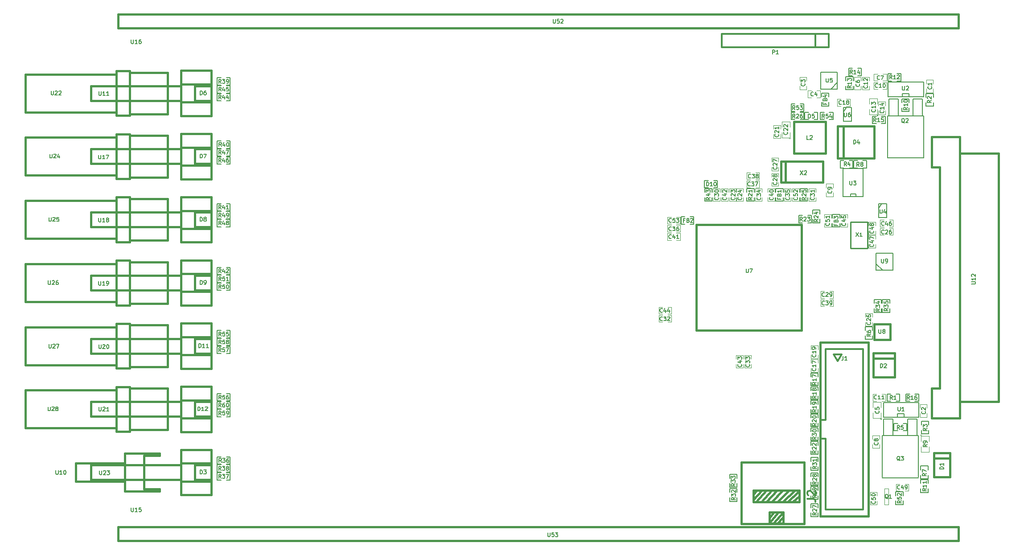
<source format=gto>
G04 (created by PCBNEW (2013-07-07 BZR 4022)-stable) date 18.10.2013 17:48:29*
%MOIN*%
G04 Gerber Fmt 3.4, Leading zero omitted, Abs format*
%FSLAX34Y34*%
G01*
G70*
G90*
G04 APERTURE LIST*
%ADD10C,0.00590551*%
%ADD11C,0.015*%
%ADD12C,0.0047*%
%ADD13C,0.005*%
%ADD14C,0.0039*%
%ADD15C,0.012*%
%ADD16C,0.01*%
%ADD17C,0.008*%
%ADD18C,0.00738189*%
G04 APERTURE END LIST*
G54D10*
G54D11*
X19763Y-19685D02*
X82598Y-19685D01*
X82598Y-19685D02*
X82598Y-20708D01*
X82598Y-20708D02*
X19763Y-20708D01*
X19763Y-20708D02*
X19763Y-19685D01*
X70866Y-43307D02*
X62992Y-43307D01*
X62992Y-43307D02*
X62992Y-35433D01*
X62992Y-35433D02*
X70866Y-35433D01*
X70866Y-35433D02*
X70866Y-43307D01*
G54D12*
X75905Y-24645D02*
X75905Y-24370D01*
X75905Y-25039D02*
X75905Y-25314D01*
X75393Y-24645D02*
X75393Y-24370D01*
X75393Y-25314D02*
X75393Y-25039D01*
X75399Y-24370D02*
X75899Y-24370D01*
X75899Y-25314D02*
X75399Y-25314D01*
X71594Y-25393D02*
X71319Y-25393D01*
X71988Y-25393D02*
X72263Y-25393D01*
X71594Y-25905D02*
X71319Y-25905D01*
X72263Y-25905D02*
X71988Y-25905D01*
X71319Y-25899D02*
X71319Y-25399D01*
X72263Y-25399D02*
X72263Y-25899D01*
X73070Y-34921D02*
X73070Y-34646D01*
X73070Y-35315D02*
X73070Y-35590D01*
X72558Y-34921D02*
X72558Y-34646D01*
X72558Y-35590D02*
X72558Y-35315D01*
X72564Y-34646D02*
X73064Y-34646D01*
X73064Y-35590D02*
X72564Y-35590D01*
X61102Y-34842D02*
X60827Y-34842D01*
X61496Y-34842D02*
X61771Y-34842D01*
X61102Y-35354D02*
X60827Y-35354D01*
X61771Y-35354D02*
X61496Y-35354D01*
X60827Y-35348D02*
X60827Y-34848D01*
X61771Y-34848D02*
X61771Y-35348D01*
X70669Y-32991D02*
X70669Y-32716D01*
X70669Y-33385D02*
X70669Y-33660D01*
X70157Y-32991D02*
X70157Y-32716D01*
X70157Y-33660D02*
X70157Y-33385D01*
X70163Y-32716D02*
X70663Y-32716D01*
X70663Y-33660D02*
X70163Y-33660D01*
G54D13*
X63877Y-32106D02*
X63599Y-32106D01*
X63599Y-32106D02*
X63599Y-32656D01*
X63599Y-32656D02*
X63877Y-32656D01*
X64549Y-32106D02*
X64271Y-32106D01*
X64549Y-32106D02*
X64549Y-32656D01*
X64549Y-32656D02*
X64271Y-32656D01*
X73700Y-34921D02*
X73700Y-34643D01*
X73700Y-34643D02*
X73150Y-34643D01*
X73150Y-34643D02*
X73150Y-34921D01*
X73700Y-35593D02*
X73700Y-35315D01*
X73700Y-35593D02*
X73150Y-35593D01*
X73150Y-35593D02*
X73150Y-35315D01*
X72343Y-26259D02*
X72343Y-26537D01*
X72343Y-26537D02*
X72893Y-26537D01*
X72893Y-26537D02*
X72893Y-26259D01*
X72343Y-25587D02*
X72343Y-25865D01*
X72343Y-25587D02*
X72893Y-25587D01*
X72893Y-25587D02*
X72893Y-25865D01*
X62125Y-34823D02*
X61847Y-34823D01*
X61847Y-34823D02*
X61847Y-35373D01*
X61847Y-35373D02*
X62125Y-35373D01*
X62797Y-34823D02*
X62519Y-34823D01*
X62797Y-34823D02*
X62797Y-35373D01*
X62797Y-35373D02*
X62519Y-35373D01*
X68917Y-33385D02*
X68917Y-33663D01*
X68917Y-33663D02*
X69467Y-33663D01*
X69467Y-33663D02*
X69467Y-33385D01*
X68917Y-32713D02*
X68917Y-32991D01*
X68917Y-32713D02*
X69467Y-32713D01*
X69467Y-32713D02*
X69467Y-32991D01*
G54D12*
X76496Y-55688D02*
X76496Y-55413D01*
X76496Y-56082D02*
X76496Y-56357D01*
X75984Y-55688D02*
X75984Y-55413D01*
X75984Y-56357D02*
X75984Y-56082D01*
X75990Y-55413D02*
X76490Y-55413D01*
X76490Y-56357D02*
X75990Y-56357D01*
X78582Y-55315D02*
X78857Y-55315D01*
X78188Y-55315D02*
X77913Y-55315D01*
X78582Y-54803D02*
X78857Y-54803D01*
X77913Y-54803D02*
X78188Y-54803D01*
X78857Y-54809D02*
X78857Y-55309D01*
X77913Y-55309D02*
X77913Y-54809D01*
G54D13*
X78444Y-55669D02*
X78444Y-55391D01*
X78444Y-55391D02*
X77894Y-55391D01*
X77894Y-55391D02*
X77894Y-55669D01*
X78444Y-56341D02*
X78444Y-56063D01*
X78444Y-56341D02*
X77894Y-56341D01*
X77894Y-56341D02*
X77894Y-56063D01*
G54D12*
X77354Y-55148D02*
X77354Y-56348D01*
X77354Y-56348D02*
X77054Y-56348D01*
X77054Y-56348D02*
X77054Y-55148D01*
X77054Y-55148D02*
X77354Y-55148D01*
G54D11*
X77807Y-45406D02*
X76207Y-45406D01*
X77807Y-45006D02*
X77807Y-46806D01*
X77807Y-46806D02*
X76207Y-46806D01*
X76207Y-46806D02*
X76207Y-45006D01*
X76207Y-45006D02*
X77807Y-45006D01*
X69665Y-30689D02*
X69665Y-32224D01*
X69310Y-30689D02*
X72460Y-30689D01*
X72460Y-30689D02*
X72460Y-32263D01*
X72460Y-32263D02*
X69310Y-32263D01*
X69310Y-32263D02*
X69310Y-30689D01*
G54D13*
X72086Y-46791D02*
X72086Y-46513D01*
X72086Y-46513D02*
X71536Y-46513D01*
X71536Y-46513D02*
X71536Y-46791D01*
X72086Y-47463D02*
X72086Y-47185D01*
X72086Y-47463D02*
X71536Y-47463D01*
X71536Y-47463D02*
X71536Y-47185D01*
X72086Y-51909D02*
X72086Y-51631D01*
X72086Y-51631D02*
X71536Y-51631D01*
X71536Y-51631D02*
X71536Y-51909D01*
X72086Y-52581D02*
X72086Y-52303D01*
X72086Y-52581D02*
X71536Y-52581D01*
X71536Y-52581D02*
X71536Y-52303D01*
X72086Y-49862D02*
X72086Y-49584D01*
X72086Y-49584D02*
X71536Y-49584D01*
X71536Y-49584D02*
X71536Y-49862D01*
X72086Y-50534D02*
X72086Y-50256D01*
X72086Y-50534D02*
X71536Y-50534D01*
X71536Y-50534D02*
X71536Y-50256D01*
X72086Y-48838D02*
X72086Y-48560D01*
X72086Y-48560D02*
X71536Y-48560D01*
X71536Y-48560D02*
X71536Y-48838D01*
X72086Y-49510D02*
X72086Y-49232D01*
X72086Y-49510D02*
X71536Y-49510D01*
X71536Y-49510D02*
X71536Y-49232D01*
X72086Y-47814D02*
X72086Y-47536D01*
X72086Y-47536D02*
X71536Y-47536D01*
X71536Y-47536D02*
X71536Y-47814D01*
X72086Y-48486D02*
X72086Y-48208D01*
X72086Y-48486D02*
X71536Y-48486D01*
X71536Y-48486D02*
X71536Y-48208D01*
X78371Y-25852D02*
X78371Y-25602D01*
X78371Y-25602D02*
X78871Y-25602D01*
X78871Y-25602D02*
X78871Y-25852D01*
X77321Y-25852D02*
X77321Y-24752D01*
X77321Y-24752D02*
X79971Y-24752D01*
X79971Y-24752D02*
X79971Y-25852D01*
X79971Y-25852D02*
X77321Y-25852D01*
X78030Y-49807D02*
X78030Y-49557D01*
X78030Y-49557D02*
X78530Y-49557D01*
X78530Y-49557D02*
X78530Y-49807D01*
X76980Y-49807D02*
X76980Y-48707D01*
X76980Y-48707D02*
X79630Y-48707D01*
X79630Y-48707D02*
X79630Y-49807D01*
X79630Y-49807D02*
X76980Y-49807D01*
G54D11*
X81939Y-52886D02*
X80739Y-52886D01*
X81939Y-52486D02*
X81939Y-54286D01*
X81939Y-54286D02*
X80739Y-54286D01*
X80739Y-54286D02*
X80739Y-52486D01*
X80739Y-52486D02*
X81939Y-52486D01*
G54D13*
X76629Y-34170D02*
X76829Y-33870D01*
X76629Y-34870D02*
X76629Y-33845D01*
X76629Y-33845D02*
X77229Y-33845D01*
X77229Y-33845D02*
X77229Y-34870D01*
X77229Y-34870D02*
X76629Y-34870D01*
X75404Y-33333D02*
X75454Y-33333D01*
X75454Y-33333D02*
X75454Y-31233D01*
X73954Y-31233D02*
X73954Y-33333D01*
X73954Y-33333D02*
X75404Y-33333D01*
X74504Y-33333D02*
X74504Y-33133D01*
X74504Y-33133D02*
X74904Y-33133D01*
X74904Y-33133D02*
X74904Y-33333D01*
X73954Y-31233D02*
X75454Y-31233D01*
G54D14*
X76570Y-27251D02*
G75*
G03X76570Y-27251I-50J0D01*
G74*
G01*
X76520Y-26801D02*
X76520Y-27201D01*
X76520Y-27201D02*
X75920Y-27201D01*
X75920Y-27201D02*
X75920Y-26801D01*
X75920Y-26401D02*
X75920Y-26001D01*
X75920Y-26001D02*
X76520Y-26001D01*
X76520Y-26001D02*
X76520Y-26401D01*
X76845Y-49942D02*
G75*
G03X76845Y-49942I-50J0D01*
G74*
G01*
X76795Y-49492D02*
X76795Y-49892D01*
X76795Y-49892D02*
X76195Y-49892D01*
X76195Y-49892D02*
X76195Y-49492D01*
X76195Y-49092D02*
X76195Y-48692D01*
X76195Y-48692D02*
X76795Y-48692D01*
X76795Y-48692D02*
X76795Y-49092D01*
X70035Y-28976D02*
G75*
G03X70035Y-28976I-50J0D01*
G74*
G01*
X69985Y-28526D02*
X69985Y-28926D01*
X69985Y-28926D02*
X69385Y-28926D01*
X69385Y-28926D02*
X69385Y-28526D01*
X69385Y-28126D02*
X69385Y-27726D01*
X69385Y-27726D02*
X69985Y-27726D01*
X69985Y-27726D02*
X69985Y-28126D01*
X79827Y-51162D02*
G75*
G03X79827Y-51162I-50J0D01*
G74*
G01*
X79777Y-51612D02*
X79777Y-51212D01*
X79777Y-51212D02*
X80377Y-51212D01*
X80377Y-51212D02*
X80377Y-51612D01*
X80377Y-52012D02*
X80377Y-52412D01*
X80377Y-52412D02*
X79777Y-52412D01*
X79777Y-52412D02*
X79777Y-52012D01*
G54D13*
X74015Y-30630D02*
X73737Y-30630D01*
X73737Y-30630D02*
X73737Y-31180D01*
X73737Y-31180D02*
X74015Y-31180D01*
X74687Y-30630D02*
X74409Y-30630D01*
X74687Y-30630D02*
X74687Y-31180D01*
X74687Y-31180D02*
X74409Y-31180D01*
X74645Y-23721D02*
X74367Y-23721D01*
X74367Y-23721D02*
X74367Y-24271D01*
X74367Y-24271D02*
X74645Y-24271D01*
X75317Y-23721D02*
X75039Y-23721D01*
X75317Y-23721D02*
X75317Y-24271D01*
X75317Y-24271D02*
X75039Y-24271D01*
X74154Y-25039D02*
X74154Y-25317D01*
X74154Y-25317D02*
X74704Y-25317D01*
X74704Y-25317D02*
X74704Y-25039D01*
X74154Y-24367D02*
X74154Y-24645D01*
X74154Y-24367D02*
X74704Y-24367D01*
X74704Y-24367D02*
X74704Y-24645D01*
X77598Y-24121D02*
X77320Y-24121D01*
X77320Y-24121D02*
X77320Y-24671D01*
X77320Y-24671D02*
X77598Y-24671D01*
X78270Y-24121D02*
X77992Y-24121D01*
X78270Y-24121D02*
X78270Y-24671D01*
X78270Y-24671D02*
X77992Y-24671D01*
X80314Y-54763D02*
X80314Y-54485D01*
X80314Y-54485D02*
X79764Y-54485D01*
X79764Y-54485D02*
X79764Y-54763D01*
X80314Y-55435D02*
X80314Y-55157D01*
X80314Y-55435D02*
X79764Y-55435D01*
X79764Y-55435D02*
X79764Y-55157D01*
X78346Y-26680D02*
X78346Y-26958D01*
X78346Y-26958D02*
X78896Y-26958D01*
X78896Y-26958D02*
X78896Y-26680D01*
X78346Y-26008D02*
X78346Y-26286D01*
X78346Y-26008D02*
X78896Y-26008D01*
X78896Y-26008D02*
X78896Y-26286D01*
X75433Y-31180D02*
X75711Y-31180D01*
X75711Y-31180D02*
X75711Y-30630D01*
X75711Y-30630D02*
X75433Y-30630D01*
X74761Y-31180D02*
X75039Y-31180D01*
X74761Y-31180D02*
X74761Y-30630D01*
X74761Y-30630D02*
X75039Y-30630D01*
X80313Y-53741D02*
X80313Y-53463D01*
X80313Y-53463D02*
X79763Y-53463D01*
X79763Y-53463D02*
X79763Y-53741D01*
X80313Y-54413D02*
X80313Y-54135D01*
X80313Y-54413D02*
X79763Y-54413D01*
X79763Y-54413D02*
X79763Y-54135D01*
X76160Y-43326D02*
X76160Y-43048D01*
X76160Y-43048D02*
X75610Y-43048D01*
X75610Y-43048D02*
X75610Y-43326D01*
X76160Y-43998D02*
X76160Y-43720D01*
X76160Y-43998D02*
X75610Y-43998D01*
X75610Y-43998D02*
X75610Y-43720D01*
X78438Y-50831D02*
X78716Y-50831D01*
X78716Y-50831D02*
X78716Y-50281D01*
X78716Y-50281D02*
X78438Y-50281D01*
X77766Y-50831D02*
X78044Y-50831D01*
X77766Y-50831D02*
X77766Y-50281D01*
X77766Y-50281D02*
X78044Y-50281D01*
X79803Y-50788D02*
X79803Y-51066D01*
X79803Y-51066D02*
X80353Y-51066D01*
X80353Y-51066D02*
X80353Y-50788D01*
X79803Y-50116D02*
X79803Y-50394D01*
X79803Y-50116D02*
X80353Y-50116D01*
X80353Y-50116D02*
X80353Y-50394D01*
X80157Y-26286D02*
X80157Y-26564D01*
X80157Y-26564D02*
X80707Y-26564D01*
X80707Y-26564D02*
X80707Y-26286D01*
X80157Y-25614D02*
X80157Y-25892D01*
X80157Y-25614D02*
X80707Y-25614D01*
X80707Y-25614D02*
X80707Y-25892D01*
X77912Y-48622D02*
X78190Y-48622D01*
X78190Y-48622D02*
X78190Y-48072D01*
X78190Y-48072D02*
X77912Y-48072D01*
X77240Y-48622D02*
X77518Y-48622D01*
X77240Y-48622D02*
X77240Y-48072D01*
X77240Y-48072D02*
X77518Y-48072D01*
X71377Y-27008D02*
X71099Y-27008D01*
X71099Y-27008D02*
X71099Y-27558D01*
X71099Y-27558D02*
X71377Y-27558D01*
X72049Y-27008D02*
X71771Y-27008D01*
X72049Y-27008D02*
X72049Y-27558D01*
X72049Y-27558D02*
X71771Y-27558D01*
X76830Y-27853D02*
X77108Y-27853D01*
X77108Y-27853D02*
X77108Y-27303D01*
X77108Y-27303D02*
X76830Y-27303D01*
X76158Y-27853D02*
X76436Y-27853D01*
X76158Y-27853D02*
X76158Y-27303D01*
X76158Y-27303D02*
X76436Y-27303D01*
X66023Y-54369D02*
X66023Y-54091D01*
X66023Y-54091D02*
X65473Y-54091D01*
X65473Y-54091D02*
X65473Y-54369D01*
X66023Y-55041D02*
X66023Y-54763D01*
X66023Y-55041D02*
X65473Y-55041D01*
X65473Y-55041D02*
X65473Y-54763D01*
X65473Y-55826D02*
X65473Y-56104D01*
X65473Y-56104D02*
X66023Y-56104D01*
X66023Y-56104D02*
X66023Y-55826D01*
X65473Y-55154D02*
X65473Y-55432D01*
X65473Y-55154D02*
X66023Y-55154D01*
X66023Y-55154D02*
X66023Y-55432D01*
X72086Y-53110D02*
X72086Y-52832D01*
X72086Y-52832D02*
X71536Y-52832D01*
X71536Y-52832D02*
X71536Y-53110D01*
X72086Y-53782D02*
X72086Y-53504D01*
X72086Y-53782D02*
X71536Y-53782D01*
X71536Y-53782D02*
X71536Y-53504D01*
X72086Y-50885D02*
X72086Y-50607D01*
X72086Y-50607D02*
X71536Y-50607D01*
X71536Y-50607D02*
X71536Y-50885D01*
X72086Y-51557D02*
X72086Y-51279D01*
X72086Y-51557D02*
X71536Y-51557D01*
X71536Y-51557D02*
X71536Y-51279D01*
X72086Y-55275D02*
X72086Y-54997D01*
X72086Y-54997D02*
X71536Y-54997D01*
X71536Y-54997D02*
X71536Y-55275D01*
X72086Y-55947D02*
X72086Y-55669D01*
X72086Y-55947D02*
X71536Y-55947D01*
X71536Y-55947D02*
X71536Y-55669D01*
X71536Y-54645D02*
X71536Y-54923D01*
X71536Y-54923D02*
X72086Y-54923D01*
X72086Y-54923D02*
X72086Y-54645D01*
X71536Y-53973D02*
X71536Y-54251D01*
X71536Y-53973D02*
X72086Y-53973D01*
X72086Y-53973D02*
X72086Y-54251D01*
X72086Y-56574D02*
X72086Y-56296D01*
X72086Y-56296D02*
X71536Y-56296D01*
X71536Y-56296D02*
X71536Y-56574D01*
X72086Y-57246D02*
X72086Y-56968D01*
X72086Y-57246D02*
X71536Y-57246D01*
X71536Y-57246D02*
X71536Y-56968D01*
X70748Y-27558D02*
X71026Y-27558D01*
X71026Y-27558D02*
X71026Y-27008D01*
X71026Y-27008D02*
X70748Y-27008D01*
X70076Y-27558D02*
X70354Y-27558D01*
X70076Y-27558D02*
X70076Y-27008D01*
X70076Y-27008D02*
X70354Y-27008D01*
X71298Y-32991D02*
X71298Y-32713D01*
X71298Y-32713D02*
X70748Y-32713D01*
X70748Y-32713D02*
X70748Y-32991D01*
X71298Y-33663D02*
X71298Y-33385D01*
X71298Y-33663D02*
X70748Y-33663D01*
X70748Y-33663D02*
X70748Y-33385D01*
X72223Y-34606D02*
X72223Y-34328D01*
X72223Y-34328D02*
X71673Y-34328D01*
X71673Y-34328D02*
X71673Y-34606D01*
X72223Y-35278D02*
X72223Y-35000D01*
X72223Y-35278D02*
X71673Y-35278D01*
X71673Y-35278D02*
X71673Y-35000D01*
X71319Y-35275D02*
X71597Y-35275D01*
X71597Y-35275D02*
X71597Y-34725D01*
X71597Y-34725D02*
X71319Y-34725D01*
X70647Y-35275D02*
X70925Y-35275D01*
X70647Y-35275D02*
X70647Y-34725D01*
X70647Y-34725D02*
X70925Y-34725D01*
X67302Y-32991D02*
X67302Y-32713D01*
X67302Y-32713D02*
X66752Y-32713D01*
X66752Y-32713D02*
X66752Y-32991D01*
X67302Y-33663D02*
X67302Y-33385D01*
X67302Y-33663D02*
X66752Y-33663D01*
X66752Y-33663D02*
X66752Y-33385D01*
X79330Y-48621D02*
X79608Y-48621D01*
X79608Y-48621D02*
X79608Y-48071D01*
X79608Y-48071D02*
X79330Y-48071D01*
X78658Y-48621D02*
X78936Y-48621D01*
X78658Y-48621D02*
X78658Y-48071D01*
X78658Y-48071D02*
X78936Y-48071D01*
G54D12*
X73208Y-32637D02*
X73208Y-32362D01*
X73208Y-33031D02*
X73208Y-33306D01*
X72696Y-32637D02*
X72696Y-32362D01*
X72696Y-33306D02*
X72696Y-33031D01*
X72702Y-32362D02*
X73202Y-32362D01*
X73202Y-33306D02*
X72702Y-33306D01*
X70708Y-25039D02*
X70708Y-25314D01*
X70708Y-24645D02*
X70708Y-24370D01*
X71220Y-25039D02*
X71220Y-25314D01*
X71220Y-24370D02*
X71220Y-24645D01*
X71214Y-25314D02*
X70714Y-25314D01*
X70714Y-24370D02*
X71214Y-24370D01*
X80216Y-49133D02*
X80216Y-48858D01*
X80216Y-49527D02*
X80216Y-49802D01*
X79704Y-49133D02*
X79704Y-48858D01*
X79704Y-49802D02*
X79704Y-49527D01*
X79710Y-48858D02*
X80210Y-48858D01*
X80210Y-49802D02*
X79710Y-49802D01*
X69271Y-28267D02*
X69271Y-27992D01*
X69271Y-28661D02*
X69271Y-28936D01*
X68759Y-28267D02*
X68759Y-27992D01*
X68759Y-28936D02*
X68759Y-28661D01*
X68765Y-27992D02*
X69265Y-27992D01*
X69265Y-28936D02*
X68765Y-28936D01*
X60452Y-42184D02*
X60177Y-42184D01*
X60846Y-42184D02*
X61121Y-42184D01*
X60452Y-42696D02*
X60177Y-42696D01*
X61121Y-42696D02*
X60846Y-42696D01*
X60177Y-42690D02*
X60177Y-42190D01*
X61121Y-42190D02*
X61121Y-42690D01*
X71909Y-32991D02*
X71909Y-32716D01*
X71909Y-33385D02*
X71909Y-33660D01*
X71397Y-32991D02*
X71397Y-32716D01*
X71397Y-33660D02*
X71397Y-33385D01*
X71403Y-32716D02*
X71903Y-32716D01*
X71903Y-33660D02*
X71403Y-33660D01*
X64744Y-32991D02*
X64744Y-32716D01*
X64744Y-33385D02*
X64744Y-33660D01*
X64232Y-32991D02*
X64232Y-32716D01*
X64232Y-33660D02*
X64232Y-33385D01*
X64238Y-32716D02*
X64738Y-32716D01*
X64738Y-33660D02*
X64238Y-33660D01*
X72952Y-40905D02*
X73227Y-40905D01*
X72558Y-40905D02*
X72283Y-40905D01*
X72952Y-40393D02*
X73227Y-40393D01*
X72283Y-40393D02*
X72558Y-40393D01*
X73227Y-40399D02*
X73227Y-40899D01*
X72283Y-40899D02*
X72283Y-40399D01*
X68602Y-32244D02*
X68602Y-32519D01*
X68602Y-31850D02*
X68602Y-31575D01*
X69114Y-32244D02*
X69114Y-32519D01*
X69114Y-31575D02*
X69114Y-31850D01*
X69108Y-32519D02*
X68608Y-32519D01*
X68608Y-31575D02*
X69108Y-31575D01*
X69114Y-30708D02*
X69114Y-30433D01*
X69114Y-31102D02*
X69114Y-31377D01*
X68602Y-30708D02*
X68602Y-30433D01*
X68602Y-31377D02*
X68602Y-31102D01*
X68608Y-30433D02*
X69108Y-30433D01*
X69108Y-31377D02*
X68608Y-31377D01*
X77401Y-36200D02*
X77676Y-36200D01*
X77007Y-36200D02*
X76732Y-36200D01*
X77401Y-35688D02*
X77676Y-35688D01*
X76732Y-35688D02*
X77007Y-35688D01*
X77676Y-35694D02*
X77676Y-36194D01*
X76732Y-36194D02*
X76732Y-35694D01*
X76141Y-42322D02*
X76141Y-42047D01*
X76141Y-42716D02*
X76141Y-42991D01*
X75629Y-42322D02*
X75629Y-42047D01*
X75629Y-42991D02*
X75629Y-42716D01*
X75635Y-42047D02*
X76135Y-42047D01*
X76135Y-42991D02*
X75635Y-42991D01*
X66496Y-32991D02*
X66496Y-32716D01*
X66496Y-33385D02*
X66496Y-33660D01*
X65984Y-32991D02*
X65984Y-32716D01*
X65984Y-33660D02*
X65984Y-33385D01*
X65990Y-32716D02*
X66490Y-32716D01*
X66490Y-33660D02*
X65990Y-33660D01*
X65964Y-32991D02*
X65964Y-32716D01*
X65964Y-33385D02*
X65964Y-33660D01*
X65452Y-32991D02*
X65452Y-32716D01*
X65452Y-33660D02*
X65452Y-33385D01*
X65458Y-32716D02*
X65958Y-32716D01*
X65958Y-33660D02*
X65458Y-33660D01*
X66574Y-45846D02*
X66574Y-46121D01*
X66574Y-45452D02*
X66574Y-45177D01*
X67086Y-45846D02*
X67086Y-46121D01*
X67086Y-45177D02*
X67086Y-45452D01*
X67080Y-46121D02*
X66580Y-46121D01*
X66580Y-45177D02*
X67080Y-45177D01*
X72067Y-44743D02*
X72067Y-44468D01*
X72067Y-45137D02*
X72067Y-45412D01*
X71555Y-44743D02*
X71555Y-44468D01*
X71555Y-45412D02*
X71555Y-45137D01*
X71561Y-44468D02*
X72061Y-44468D01*
X72061Y-45412D02*
X71561Y-45412D01*
X74193Y-26535D02*
X74468Y-26535D01*
X73799Y-26535D02*
X73524Y-26535D01*
X74193Y-26023D02*
X74468Y-26023D01*
X73524Y-26023D02*
X73799Y-26023D01*
X74468Y-26029D02*
X74468Y-26529D01*
X73524Y-26529D02*
X73524Y-26029D01*
X71555Y-46161D02*
X71555Y-46436D01*
X71555Y-45767D02*
X71555Y-45492D01*
X72067Y-46161D02*
X72067Y-46436D01*
X72067Y-45492D02*
X72067Y-45767D01*
X72061Y-46436D02*
X71561Y-46436D01*
X71561Y-45492D02*
X72061Y-45492D01*
X77106Y-26503D02*
X77106Y-26228D01*
X77106Y-26897D02*
X77106Y-27172D01*
X76594Y-26503D02*
X76594Y-26228D01*
X76594Y-27172D02*
X76594Y-26897D01*
X76600Y-26228D02*
X77100Y-26228D01*
X77100Y-27172D02*
X76600Y-27172D01*
X76455Y-48091D02*
X76180Y-48091D01*
X76849Y-48091D02*
X77124Y-48091D01*
X76455Y-48603D02*
X76180Y-48603D01*
X77124Y-48603D02*
X76849Y-48603D01*
X76180Y-48597D02*
X76180Y-48097D01*
X77124Y-48097D02*
X77124Y-48597D01*
X76535Y-24770D02*
X76260Y-24770D01*
X76929Y-24770D02*
X77204Y-24770D01*
X76535Y-25282D02*
X76260Y-25282D01*
X77204Y-25282D02*
X76929Y-25282D01*
X76260Y-25276D02*
X76260Y-24776D01*
X77204Y-24776D02*
X77204Y-25276D01*
X61102Y-36062D02*
X60827Y-36062D01*
X61496Y-36062D02*
X61771Y-36062D01*
X61102Y-36574D02*
X60827Y-36574D01*
X61771Y-36574D02*
X61496Y-36574D01*
X60827Y-36568D02*
X60827Y-36068D01*
X61771Y-36068D02*
X61771Y-36568D01*
X80688Y-24869D02*
X80688Y-24594D01*
X80688Y-25263D02*
X80688Y-25538D01*
X80176Y-24869D02*
X80176Y-24594D01*
X80176Y-25538D02*
X80176Y-25263D01*
X80182Y-24594D02*
X80682Y-24594D01*
X80682Y-25538D02*
X80182Y-25538D01*
X75295Y-24645D02*
X75295Y-24370D01*
X75295Y-25039D02*
X75295Y-25314D01*
X74783Y-24645D02*
X74783Y-24370D01*
X74783Y-25314D02*
X74783Y-25039D01*
X74789Y-24370D02*
X75289Y-24370D01*
X75289Y-25314D02*
X74789Y-25314D01*
X76535Y-24140D02*
X76260Y-24140D01*
X76929Y-24140D02*
X77204Y-24140D01*
X76535Y-24652D02*
X76260Y-24652D01*
X77204Y-24652D02*
X76929Y-24652D01*
X76260Y-24646D02*
X76260Y-24146D01*
X77204Y-24146D02*
X77204Y-24646D01*
X76160Y-51851D02*
X76160Y-52126D01*
X76160Y-51457D02*
X76160Y-51182D01*
X76672Y-51851D02*
X76672Y-52126D01*
X76672Y-51182D02*
X76672Y-51457D01*
X76666Y-52126D02*
X76166Y-52126D01*
X76166Y-51182D02*
X76666Y-51182D01*
X74291Y-34921D02*
X74291Y-34646D01*
X74291Y-35315D02*
X74291Y-35590D01*
X73779Y-34921D02*
X73779Y-34646D01*
X73779Y-35590D02*
X73779Y-35315D01*
X73785Y-34646D02*
X74285Y-34646D01*
X74285Y-35590D02*
X73785Y-35590D01*
X60452Y-41574D02*
X60177Y-41574D01*
X60846Y-41574D02*
X61121Y-41574D01*
X60452Y-42086D02*
X60177Y-42086D01*
X61121Y-42086D02*
X60846Y-42086D01*
X60177Y-42080D02*
X60177Y-41580D01*
X61121Y-41580D02*
X61121Y-42080D01*
X65964Y-45846D02*
X65964Y-46121D01*
X65964Y-45452D02*
X65964Y-45177D01*
X66476Y-45846D02*
X66476Y-46121D01*
X66476Y-45177D02*
X66476Y-45452D01*
X66470Y-46121D02*
X65970Y-46121D01*
X65970Y-45177D02*
X66470Y-45177D01*
X65354Y-32991D02*
X65354Y-32716D01*
X65354Y-33385D02*
X65354Y-33660D01*
X64842Y-32991D02*
X64842Y-32716D01*
X64842Y-33660D02*
X64842Y-33385D01*
X64848Y-32716D02*
X65348Y-32716D01*
X65348Y-33660D02*
X64848Y-33660D01*
X68838Y-32991D02*
X68838Y-32716D01*
X68838Y-33385D02*
X68838Y-33660D01*
X68326Y-32991D02*
X68326Y-32716D01*
X68326Y-33660D02*
X68326Y-33385D01*
X68332Y-32716D02*
X68832Y-32716D01*
X68832Y-33660D02*
X68332Y-33660D01*
X72952Y-41515D02*
X73227Y-41515D01*
X72558Y-41515D02*
X72283Y-41515D01*
X72952Y-41003D02*
X73227Y-41003D01*
X72283Y-41003D02*
X72558Y-41003D01*
X73227Y-41009D02*
X73227Y-41509D01*
X72283Y-41509D02*
X72283Y-41009D01*
X67421Y-32027D02*
X67696Y-32027D01*
X67027Y-32027D02*
X66752Y-32027D01*
X67421Y-31515D02*
X67696Y-31515D01*
X66752Y-31515D02*
X67027Y-31515D01*
X67696Y-31521D02*
X67696Y-32021D01*
X66752Y-32021D02*
X66752Y-31521D01*
X67421Y-32637D02*
X67696Y-32637D01*
X67027Y-32637D02*
X66752Y-32637D01*
X67421Y-32125D02*
X67696Y-32125D01*
X66752Y-32125D02*
X67027Y-32125D01*
X67696Y-32131D02*
X67696Y-32631D01*
X66752Y-32631D02*
X66752Y-32131D01*
X61102Y-35452D02*
X60827Y-35452D01*
X61496Y-35452D02*
X61771Y-35452D01*
X61102Y-35964D02*
X60827Y-35964D01*
X61771Y-35964D02*
X61496Y-35964D01*
X60827Y-35958D02*
X60827Y-35458D01*
X61771Y-35458D02*
X61771Y-35958D01*
X70059Y-32991D02*
X70059Y-32716D01*
X70059Y-33385D02*
X70059Y-33660D01*
X69547Y-32991D02*
X69547Y-32716D01*
X69547Y-33660D02*
X69547Y-33385D01*
X69553Y-32716D02*
X70053Y-32716D01*
X70053Y-33660D02*
X69553Y-33660D01*
X67893Y-32991D02*
X67893Y-32716D01*
X67893Y-33385D02*
X67893Y-33660D01*
X67381Y-32991D02*
X67381Y-32716D01*
X67381Y-33660D02*
X67381Y-33385D01*
X67387Y-32716D02*
X67887Y-32716D01*
X67887Y-33660D02*
X67387Y-33660D01*
G54D11*
X73991Y-28059D02*
X73991Y-30459D01*
X73541Y-28059D02*
X76291Y-28059D01*
X76291Y-28059D02*
X76291Y-30459D01*
X76291Y-30459D02*
X73541Y-30459D01*
X73541Y-30459D02*
X73541Y-28059D01*
X75854Y-44210D02*
X75854Y-57210D01*
X75854Y-57210D02*
X72254Y-57210D01*
X72254Y-57210D02*
X72254Y-44210D01*
X72254Y-44210D02*
X75854Y-44210D01*
G54D15*
X72354Y-50010D02*
X72654Y-50010D01*
X72654Y-50010D02*
X72654Y-44710D01*
X72654Y-44710D02*
X75454Y-44710D01*
X75454Y-44710D02*
X75454Y-56710D01*
X75454Y-56710D02*
X72654Y-56710D01*
X72654Y-56710D02*
X72654Y-51410D01*
X72654Y-51410D02*
X72354Y-51410D01*
X73554Y-45610D02*
X73854Y-45110D01*
X73854Y-45110D02*
X73254Y-45110D01*
X73254Y-45110D02*
X73554Y-45610D01*
G54D13*
X77691Y-51196D02*
X77691Y-49946D01*
X77691Y-49946D02*
X76991Y-49946D01*
X76991Y-49946D02*
X76991Y-51196D01*
X79491Y-51196D02*
X79491Y-49946D01*
X79491Y-49946D02*
X78791Y-49946D01*
X78791Y-49946D02*
X78791Y-51196D01*
X76891Y-53596D02*
X76891Y-51196D01*
X76891Y-51196D02*
X79591Y-51196D01*
X79591Y-51196D02*
X79591Y-54296D01*
X79591Y-54346D02*
X76891Y-54346D01*
X76891Y-54296D02*
X76891Y-53596D01*
X78072Y-27280D02*
X78072Y-26030D01*
X78072Y-26030D02*
X77372Y-26030D01*
X77372Y-26030D02*
X77372Y-27280D01*
X79872Y-27280D02*
X79872Y-26030D01*
X79872Y-26030D02*
X79172Y-26030D01*
X79172Y-26030D02*
X79172Y-27280D01*
X77272Y-29680D02*
X77272Y-27280D01*
X77272Y-27280D02*
X79972Y-27280D01*
X79972Y-27280D02*
X79972Y-30380D01*
X79972Y-30430D02*
X77272Y-30430D01*
X77272Y-30380D02*
X77272Y-29680D01*
G54D11*
X76298Y-42835D02*
X77480Y-42835D01*
X77480Y-42835D02*
X77480Y-44017D01*
X77480Y-44017D02*
X76298Y-44017D01*
X76298Y-44017D02*
X76298Y-42835D01*
G54D13*
X76830Y-41299D02*
X76830Y-41021D01*
X76830Y-41021D02*
X76280Y-41021D01*
X76280Y-41021D02*
X76280Y-41299D01*
X76830Y-41971D02*
X76830Y-41693D01*
X76830Y-41971D02*
X76280Y-41971D01*
X76280Y-41971D02*
X76280Y-41693D01*
X76890Y-41694D02*
X76890Y-41972D01*
X76890Y-41972D02*
X77440Y-41972D01*
X77440Y-41972D02*
X77440Y-41694D01*
X76890Y-41022D02*
X76890Y-41300D01*
X76890Y-41022D02*
X77440Y-41022D01*
X77440Y-41022D02*
X77440Y-41300D01*
G54D11*
X21259Y-52520D02*
X22853Y-52520D01*
X22853Y-52520D02*
X22853Y-52677D01*
X22853Y-52677D02*
X21692Y-52677D01*
X21692Y-52677D02*
X21692Y-55197D01*
X21692Y-55197D02*
X22853Y-55197D01*
X22853Y-55197D02*
X22853Y-55354D01*
X22853Y-55354D02*
X21279Y-55354D01*
X20235Y-54626D02*
X16594Y-54626D01*
X16594Y-54626D02*
X16594Y-53248D01*
X16594Y-53248D02*
X20235Y-53248D01*
X21259Y-55354D02*
X20235Y-55354D01*
X20235Y-55354D02*
X20235Y-52520D01*
X20235Y-52520D02*
X21259Y-52520D01*
G54D13*
X27834Y-53326D02*
X28112Y-53326D01*
X28112Y-53326D02*
X28112Y-52776D01*
X28112Y-52776D02*
X27834Y-52776D01*
X27162Y-53326D02*
X27440Y-53326D01*
X27162Y-53326D02*
X27162Y-52776D01*
X27162Y-52776D02*
X27440Y-52776D01*
X27440Y-53957D02*
X27162Y-53957D01*
X27162Y-53957D02*
X27162Y-54507D01*
X27162Y-54507D02*
X27440Y-54507D01*
X28112Y-53957D02*
X27834Y-53957D01*
X28112Y-53957D02*
X28112Y-54507D01*
X28112Y-54507D02*
X27834Y-54507D01*
X27440Y-53366D02*
X27162Y-53366D01*
X27162Y-53366D02*
X27162Y-53916D01*
X27162Y-53916D02*
X27440Y-53916D01*
X28112Y-53366D02*
X27834Y-53366D01*
X28112Y-53366D02*
X28112Y-53916D01*
X28112Y-53916D02*
X27834Y-53916D01*
G54D11*
X25472Y-53386D02*
X26732Y-53386D01*
X26732Y-53386D02*
X26732Y-54488D01*
X26732Y-54488D02*
X25472Y-54488D01*
X25472Y-54488D02*
X25472Y-53386D01*
X82677Y-48661D02*
X85590Y-48661D01*
X85590Y-48661D02*
X85590Y-30079D01*
X85590Y-30079D02*
X82677Y-30079D01*
X82677Y-49882D02*
X82677Y-28858D01*
X82677Y-28858D02*
X80590Y-28858D01*
X80590Y-28858D02*
X80590Y-31102D01*
X80590Y-31102D02*
X81181Y-31102D01*
X81181Y-31102D02*
X81181Y-47638D01*
X81181Y-47638D02*
X80590Y-47638D01*
X80590Y-47638D02*
X80590Y-49882D01*
X80590Y-49882D02*
X82677Y-49882D01*
G54D12*
X77401Y-35570D02*
X77676Y-35570D01*
X77007Y-35570D02*
X76732Y-35570D01*
X77401Y-35058D02*
X77676Y-35058D01*
X76732Y-35058D02*
X77007Y-35058D01*
X77676Y-35064D02*
X77676Y-35564D01*
X76732Y-35564D02*
X76732Y-35064D01*
G54D13*
X27440Y-25610D02*
X27162Y-25610D01*
X27162Y-25610D02*
X27162Y-26160D01*
X27162Y-26160D02*
X27440Y-26160D01*
X28112Y-25610D02*
X27834Y-25610D01*
X28112Y-25610D02*
X28112Y-26160D01*
X28112Y-26160D02*
X27834Y-26160D01*
X27440Y-39193D02*
X27162Y-39193D01*
X27162Y-39193D02*
X27162Y-39743D01*
X27162Y-39743D02*
X27440Y-39743D01*
X28112Y-39193D02*
X27834Y-39193D01*
X28112Y-39193D02*
X28112Y-39743D01*
X28112Y-39743D02*
X27834Y-39743D01*
X27440Y-39784D02*
X27162Y-39784D01*
X27162Y-39784D02*
X27162Y-40334D01*
X27162Y-40334D02*
X27440Y-40334D01*
X28112Y-39784D02*
X27834Y-39784D01*
X28112Y-39784D02*
X28112Y-40334D01*
X28112Y-40334D02*
X27834Y-40334D01*
X27439Y-34430D02*
X27161Y-34430D01*
X27161Y-34430D02*
X27161Y-34980D01*
X27161Y-34980D02*
X27439Y-34980D01*
X28111Y-34430D02*
X27833Y-34430D01*
X28111Y-34430D02*
X28111Y-34980D01*
X28111Y-34980D02*
X27833Y-34980D01*
X27439Y-35021D02*
X27161Y-35021D01*
X27161Y-35021D02*
X27161Y-35571D01*
X27161Y-35571D02*
X27439Y-35571D01*
X28111Y-35021D02*
X27833Y-35021D01*
X28111Y-35021D02*
X28111Y-35571D01*
X28111Y-35571D02*
X27833Y-35571D01*
X27440Y-29744D02*
X27162Y-29744D01*
X27162Y-29744D02*
X27162Y-30294D01*
X27162Y-30294D02*
X27440Y-30294D01*
X28112Y-29744D02*
X27834Y-29744D01*
X28112Y-29744D02*
X28112Y-30294D01*
X28112Y-30294D02*
X27834Y-30294D01*
X27440Y-30335D02*
X27162Y-30335D01*
X27162Y-30335D02*
X27162Y-30885D01*
X27162Y-30885D02*
X27440Y-30885D01*
X28112Y-30335D02*
X27834Y-30335D01*
X28112Y-30335D02*
X28112Y-30885D01*
X28112Y-30885D02*
X27834Y-30885D01*
X27440Y-25020D02*
X27162Y-25020D01*
X27162Y-25020D02*
X27162Y-25570D01*
X27162Y-25570D02*
X27440Y-25570D01*
X28112Y-25020D02*
X27834Y-25020D01*
X28112Y-25020D02*
X28112Y-25570D01*
X28112Y-25570D02*
X27834Y-25570D01*
X27834Y-39152D02*
X28112Y-39152D01*
X28112Y-39152D02*
X28112Y-38602D01*
X28112Y-38602D02*
X27834Y-38602D01*
X27162Y-39152D02*
X27440Y-39152D01*
X27162Y-39152D02*
X27162Y-38602D01*
X27162Y-38602D02*
X27440Y-38602D01*
X27834Y-34389D02*
X28112Y-34389D01*
X28112Y-34389D02*
X28112Y-33839D01*
X28112Y-33839D02*
X27834Y-33839D01*
X27162Y-34389D02*
X27440Y-34389D01*
X27162Y-34389D02*
X27162Y-33839D01*
X27162Y-33839D02*
X27440Y-33839D01*
X27834Y-29704D02*
X28112Y-29704D01*
X28112Y-29704D02*
X28112Y-29154D01*
X28112Y-29154D02*
X27834Y-29154D01*
X27162Y-29704D02*
X27440Y-29704D01*
X27162Y-29704D02*
X27162Y-29154D01*
X27162Y-29154D02*
X27440Y-29154D01*
X27834Y-24979D02*
X28112Y-24979D01*
X28112Y-24979D02*
X28112Y-24429D01*
X28112Y-24429D02*
X27834Y-24429D01*
X27162Y-24979D02*
X27440Y-24979D01*
X27162Y-24979D02*
X27162Y-24429D01*
X27162Y-24429D02*
X27440Y-24429D01*
G54D11*
X25472Y-25039D02*
X26732Y-25039D01*
X26732Y-25039D02*
X26732Y-26141D01*
X26732Y-26141D02*
X25472Y-26141D01*
X25472Y-26141D02*
X25472Y-25039D01*
X25472Y-39212D02*
X26732Y-39212D01*
X26732Y-39212D02*
X26732Y-40314D01*
X26732Y-40314D02*
X25472Y-40314D01*
X25472Y-40314D02*
X25472Y-39212D01*
X25472Y-34488D02*
X26732Y-34488D01*
X26732Y-34488D02*
X26732Y-35590D01*
X26732Y-35590D02*
X25472Y-35590D01*
X25472Y-35590D02*
X25472Y-34488D01*
X25472Y-29763D02*
X26732Y-29763D01*
X26732Y-29763D02*
X26732Y-30865D01*
X26732Y-30865D02*
X25472Y-30865D01*
X25472Y-30865D02*
X25472Y-29763D01*
G54D12*
X75866Y-36889D02*
X75866Y-37164D01*
X75866Y-36495D02*
X75866Y-36220D01*
X76378Y-36889D02*
X76378Y-37164D01*
X76378Y-36220D02*
X76378Y-36495D01*
X76372Y-37164D02*
X75872Y-37164D01*
X75872Y-36220D02*
X76372Y-36220D01*
X76378Y-35491D02*
X76378Y-35216D01*
X76378Y-35885D02*
X76378Y-36160D01*
X75866Y-35491D02*
X75866Y-35216D01*
X75866Y-36160D02*
X75866Y-35885D01*
X75872Y-35216D02*
X76372Y-35216D01*
X76372Y-36160D02*
X75872Y-36160D01*
G54D16*
X75787Y-35216D02*
X75787Y-37184D01*
X75787Y-37184D02*
X74527Y-37184D01*
X74527Y-37184D02*
X74527Y-35216D01*
X74527Y-35216D02*
X75787Y-35216D01*
G54D13*
X63602Y-33385D02*
X63602Y-33663D01*
X63602Y-33663D02*
X64152Y-33663D01*
X64152Y-33663D02*
X64152Y-33385D01*
X63602Y-32713D02*
X63602Y-32991D01*
X63602Y-32713D02*
X64152Y-32713D01*
X64152Y-32713D02*
X64152Y-32991D01*
G54D11*
X24448Y-53386D02*
X17716Y-53386D01*
X17716Y-53386D02*
X17716Y-54488D01*
X17716Y-54488D02*
X24448Y-54488D01*
X24448Y-54606D02*
X26732Y-54606D01*
X26732Y-53268D02*
X24448Y-53268D01*
X26732Y-52244D02*
X24448Y-52244D01*
X24448Y-52244D02*
X24448Y-55630D01*
X24448Y-55630D02*
X26732Y-55630D01*
X26732Y-55630D02*
X26732Y-52244D01*
X24448Y-25039D02*
X17716Y-25039D01*
X17716Y-25039D02*
X17716Y-26141D01*
X17716Y-26141D02*
X24448Y-26141D01*
X24448Y-26259D02*
X26732Y-26259D01*
X26732Y-24921D02*
X24448Y-24921D01*
X26732Y-23897D02*
X24448Y-23897D01*
X24448Y-23897D02*
X24448Y-27283D01*
X24448Y-27283D02*
X26732Y-27283D01*
X26732Y-27283D02*
X26732Y-23897D01*
G54D17*
X76922Y-38813D02*
X76422Y-38338D01*
X76422Y-38813D02*
X77672Y-38813D01*
X77672Y-38813D02*
X77672Y-37563D01*
X77672Y-37563D02*
X76422Y-37563D01*
X76422Y-37563D02*
X76422Y-38813D01*
X73518Y-24770D02*
X73043Y-25270D01*
X73518Y-25270D02*
X73518Y-24020D01*
X73518Y-24020D02*
X72268Y-24020D01*
X72268Y-24020D02*
X72268Y-25270D01*
X72268Y-25270D02*
X73518Y-25270D01*
G54D11*
X19763Y-58031D02*
X82598Y-58031D01*
X82598Y-58031D02*
X82598Y-59055D01*
X82598Y-59055D02*
X19763Y-59055D01*
X19763Y-59055D02*
X19763Y-58031D01*
G54D15*
X72897Y-22153D02*
X64897Y-22153D01*
X64897Y-22153D02*
X64897Y-21153D01*
X64897Y-21153D02*
X72897Y-21153D01*
X72897Y-21153D02*
X72897Y-22153D01*
X71897Y-21153D02*
X71897Y-22153D01*
G54D13*
X70354Y-26398D02*
X70076Y-26398D01*
X70076Y-26398D02*
X70076Y-26948D01*
X70076Y-26948D02*
X70354Y-26948D01*
X71026Y-26398D02*
X70748Y-26398D01*
X71026Y-26398D02*
X71026Y-26948D01*
X71026Y-26948D02*
X70748Y-26948D01*
X72539Y-27008D02*
X72261Y-27008D01*
X72261Y-27008D02*
X72261Y-27558D01*
X72261Y-27558D02*
X72539Y-27558D01*
X73211Y-27008D02*
X72933Y-27008D01*
X73211Y-27008D02*
X73211Y-27558D01*
X73211Y-27558D02*
X72933Y-27558D01*
G54D11*
X72637Y-30078D02*
X70275Y-30078D01*
X70275Y-30078D02*
X70275Y-27716D01*
X70275Y-27716D02*
X72637Y-27716D01*
X72637Y-27716D02*
X72637Y-30078D01*
G54D13*
X73971Y-26985D02*
X74171Y-26685D01*
X73971Y-27685D02*
X73971Y-26660D01*
X73971Y-26660D02*
X74571Y-26660D01*
X74571Y-26660D02*
X74571Y-27685D01*
X74571Y-27685D02*
X73971Y-27685D01*
X27834Y-43877D02*
X28112Y-43877D01*
X28112Y-43877D02*
X28112Y-43327D01*
X28112Y-43327D02*
X27834Y-43327D01*
X27162Y-43877D02*
X27440Y-43877D01*
X27162Y-43877D02*
X27162Y-43327D01*
X27162Y-43327D02*
X27440Y-43327D01*
X27440Y-44508D02*
X27162Y-44508D01*
X27162Y-44508D02*
X27162Y-45058D01*
X27162Y-45058D02*
X27440Y-45058D01*
X28112Y-44508D02*
X27834Y-44508D01*
X28112Y-44508D02*
X28112Y-45058D01*
X28112Y-45058D02*
X27834Y-45058D01*
X27440Y-43917D02*
X27162Y-43917D01*
X27162Y-43917D02*
X27162Y-44467D01*
X27162Y-44467D02*
X27440Y-44467D01*
X28112Y-43917D02*
X27834Y-43917D01*
X28112Y-43917D02*
X28112Y-44467D01*
X28112Y-44467D02*
X27834Y-44467D01*
X27834Y-48601D02*
X28112Y-48601D01*
X28112Y-48601D02*
X28112Y-48051D01*
X28112Y-48051D02*
X27834Y-48051D01*
X27162Y-48601D02*
X27440Y-48601D01*
X27162Y-48601D02*
X27162Y-48051D01*
X27162Y-48051D02*
X27440Y-48051D01*
X27440Y-49232D02*
X27162Y-49232D01*
X27162Y-49232D02*
X27162Y-49782D01*
X27162Y-49782D02*
X27440Y-49782D01*
X28112Y-49232D02*
X27834Y-49232D01*
X28112Y-49232D02*
X28112Y-49782D01*
X28112Y-49782D02*
X27834Y-49782D01*
X27440Y-48642D02*
X27162Y-48642D01*
X27162Y-48642D02*
X27162Y-49192D01*
X27162Y-49192D02*
X27440Y-49192D01*
X28112Y-48642D02*
X27834Y-48642D01*
X28112Y-48642D02*
X28112Y-49192D01*
X28112Y-49192D02*
X27834Y-49192D01*
G54D11*
X12815Y-27007D02*
X19606Y-27007D01*
X12815Y-27007D02*
X12815Y-24173D01*
X12815Y-24173D02*
X19606Y-24173D01*
X20630Y-27145D02*
X20630Y-27263D01*
X20630Y-27263D02*
X19606Y-27263D01*
X19606Y-27263D02*
X19606Y-23917D01*
X19606Y-23917D02*
X20630Y-23917D01*
X20630Y-23917D02*
X20630Y-24055D01*
X23464Y-27145D02*
X23464Y-24035D01*
X23464Y-24035D02*
X20630Y-24035D01*
X20630Y-24035D02*
X20630Y-27145D01*
X20630Y-27145D02*
X23464Y-27145D01*
X12815Y-45905D02*
X19606Y-45905D01*
X12815Y-45905D02*
X12815Y-43071D01*
X12815Y-43071D02*
X19606Y-43071D01*
X20630Y-46043D02*
X20630Y-46161D01*
X20630Y-46161D02*
X19606Y-46161D01*
X19606Y-46161D02*
X19606Y-42815D01*
X19606Y-42815D02*
X20630Y-42815D01*
X20630Y-42815D02*
X20630Y-42953D01*
X23464Y-46043D02*
X23464Y-42933D01*
X23464Y-42933D02*
X20630Y-42933D01*
X20630Y-42933D02*
X20630Y-46043D01*
X20630Y-46043D02*
X23464Y-46043D01*
X12815Y-50629D02*
X19606Y-50629D01*
X12815Y-50629D02*
X12815Y-47795D01*
X12815Y-47795D02*
X19606Y-47795D01*
X20630Y-50767D02*
X20630Y-50885D01*
X20630Y-50885D02*
X19606Y-50885D01*
X19606Y-50885D02*
X19606Y-47539D01*
X19606Y-47539D02*
X20630Y-47539D01*
X20630Y-47539D02*
X20630Y-47677D01*
X23464Y-50767D02*
X23464Y-47657D01*
X23464Y-47657D02*
X20630Y-47657D01*
X20630Y-47657D02*
X20630Y-50767D01*
X20630Y-50767D02*
X23464Y-50767D01*
X25472Y-43937D02*
X26732Y-43937D01*
X26732Y-43937D02*
X26732Y-45039D01*
X26732Y-45039D02*
X25472Y-45039D01*
X25472Y-45039D02*
X25472Y-43937D01*
X25472Y-48661D02*
X26732Y-48661D01*
X26732Y-48661D02*
X26732Y-49763D01*
X26732Y-49763D02*
X25472Y-49763D01*
X25472Y-49763D02*
X25472Y-48661D01*
X12815Y-41180D02*
X19606Y-41180D01*
X12815Y-41180D02*
X12815Y-38346D01*
X12815Y-38346D02*
X19606Y-38346D01*
X20630Y-41318D02*
X20630Y-41436D01*
X20630Y-41436D02*
X19606Y-41436D01*
X19606Y-41436D02*
X19606Y-38090D01*
X19606Y-38090D02*
X20630Y-38090D01*
X20630Y-38090D02*
X20630Y-38228D01*
X23464Y-41318D02*
X23464Y-38208D01*
X23464Y-38208D02*
X20630Y-38208D01*
X20630Y-38208D02*
X20630Y-41318D01*
X20630Y-41318D02*
X23464Y-41318D01*
X24448Y-29763D02*
X17716Y-29763D01*
X17716Y-29763D02*
X17716Y-30865D01*
X17716Y-30865D02*
X24448Y-30865D01*
X24448Y-30983D02*
X26732Y-30983D01*
X26732Y-29645D02*
X24448Y-29645D01*
X26732Y-28621D02*
X24448Y-28621D01*
X24448Y-28621D02*
X24448Y-32007D01*
X24448Y-32007D02*
X26732Y-32007D01*
X26732Y-32007D02*
X26732Y-28621D01*
X24448Y-48661D02*
X17716Y-48661D01*
X17716Y-48661D02*
X17716Y-49763D01*
X17716Y-49763D02*
X24448Y-49763D01*
X24448Y-49881D02*
X26732Y-49881D01*
X26732Y-48543D02*
X24448Y-48543D01*
X26732Y-47519D02*
X24448Y-47519D01*
X24448Y-47519D02*
X24448Y-50905D01*
X24448Y-50905D02*
X26732Y-50905D01*
X26732Y-50905D02*
X26732Y-47519D01*
X24448Y-39212D02*
X17716Y-39212D01*
X17716Y-39212D02*
X17716Y-40314D01*
X17716Y-40314D02*
X24448Y-40314D01*
X24448Y-40432D02*
X26732Y-40432D01*
X26732Y-39094D02*
X24448Y-39094D01*
X26732Y-38070D02*
X24448Y-38070D01*
X24448Y-38070D02*
X24448Y-41456D01*
X24448Y-41456D02*
X26732Y-41456D01*
X26732Y-41456D02*
X26732Y-38070D01*
X12815Y-31731D02*
X19606Y-31731D01*
X12815Y-31731D02*
X12815Y-28897D01*
X12815Y-28897D02*
X19606Y-28897D01*
X20630Y-31869D02*
X20630Y-31987D01*
X20630Y-31987D02*
X19606Y-31987D01*
X19606Y-31987D02*
X19606Y-28641D01*
X19606Y-28641D02*
X20630Y-28641D01*
X20630Y-28641D02*
X20630Y-28779D01*
X23464Y-31869D02*
X23464Y-28759D01*
X23464Y-28759D02*
X20630Y-28759D01*
X20630Y-28759D02*
X20630Y-31869D01*
X20630Y-31869D02*
X23464Y-31869D01*
X12815Y-36456D02*
X19606Y-36456D01*
X12815Y-36456D02*
X12815Y-33622D01*
X12815Y-33622D02*
X19606Y-33622D01*
X20630Y-36594D02*
X20630Y-36712D01*
X20630Y-36712D02*
X19606Y-36712D01*
X19606Y-36712D02*
X19606Y-33366D01*
X19606Y-33366D02*
X20630Y-33366D01*
X20630Y-33366D02*
X20630Y-33504D01*
X23464Y-36594D02*
X23464Y-33484D01*
X23464Y-33484D02*
X20630Y-33484D01*
X20630Y-33484D02*
X20630Y-36594D01*
X20630Y-36594D02*
X23464Y-36594D01*
X24448Y-34488D02*
X17716Y-34488D01*
X17716Y-34488D02*
X17716Y-35590D01*
X17716Y-35590D02*
X24448Y-35590D01*
X24448Y-35708D02*
X26732Y-35708D01*
X26732Y-34370D02*
X24448Y-34370D01*
X26732Y-33346D02*
X24448Y-33346D01*
X24448Y-33346D02*
X24448Y-36732D01*
X24448Y-36732D02*
X26732Y-36732D01*
X26732Y-36732D02*
X26732Y-33346D01*
X24448Y-43937D02*
X17716Y-43937D01*
X17716Y-43937D02*
X17716Y-45039D01*
X17716Y-45039D02*
X24448Y-45039D01*
X24448Y-45157D02*
X26732Y-45157D01*
X26732Y-43819D02*
X24448Y-43819D01*
X26732Y-42795D02*
X24448Y-42795D01*
X24448Y-42795D02*
X24448Y-46181D01*
X24448Y-46181D02*
X26732Y-46181D01*
X26732Y-46181D02*
X26732Y-42795D01*
X71063Y-53189D02*
X66338Y-53189D01*
X66338Y-53189D02*
X66338Y-57795D01*
X66338Y-57795D02*
X71063Y-57795D01*
X71063Y-57795D02*
X71063Y-53189D01*
X67480Y-55315D02*
X67244Y-55590D01*
X67874Y-55275D02*
X67244Y-55984D01*
X68228Y-55275D02*
X67441Y-56142D01*
X68622Y-55275D02*
X67834Y-56142D01*
X69015Y-55275D02*
X68228Y-56142D01*
X69448Y-55275D02*
X68622Y-56142D01*
X69921Y-55275D02*
X69055Y-56142D01*
X70354Y-55275D02*
X69448Y-56142D01*
X70629Y-55394D02*
X69803Y-56142D01*
X70669Y-55709D02*
X70196Y-56142D01*
X70669Y-55275D02*
X67244Y-55275D01*
X67244Y-55275D02*
X67244Y-56142D01*
X67244Y-56142D02*
X70669Y-56142D01*
X70669Y-56142D02*
X70669Y-55275D01*
X68779Y-56929D02*
X68464Y-57362D01*
X69133Y-56929D02*
X68464Y-57716D01*
X69488Y-56929D02*
X68740Y-57756D01*
X69448Y-57323D02*
X69055Y-57756D01*
X69488Y-57756D02*
X68464Y-57756D01*
X68464Y-57756D02*
X68464Y-56929D01*
X68464Y-56929D02*
X69488Y-56929D01*
X69488Y-56929D02*
X69488Y-57756D01*
G54D18*
X52272Y-20060D02*
X52272Y-20299D01*
X52286Y-20327D01*
X52300Y-20341D01*
X52328Y-20355D01*
X52384Y-20355D01*
X52412Y-20341D01*
X52426Y-20327D01*
X52440Y-20299D01*
X52440Y-20060D01*
X52722Y-20060D02*
X52581Y-20060D01*
X52567Y-20201D01*
X52581Y-20187D01*
X52609Y-20172D01*
X52679Y-20172D01*
X52708Y-20187D01*
X52722Y-20201D01*
X52736Y-20229D01*
X52736Y-20299D01*
X52722Y-20327D01*
X52708Y-20341D01*
X52679Y-20355D01*
X52609Y-20355D01*
X52581Y-20341D01*
X52567Y-20327D01*
X52848Y-20088D02*
X52862Y-20074D01*
X52890Y-20060D01*
X52961Y-20060D01*
X52989Y-20074D01*
X53003Y-20088D01*
X53017Y-20116D01*
X53017Y-20144D01*
X53003Y-20187D01*
X52834Y-20355D01*
X53017Y-20355D01*
X66704Y-38702D02*
X66704Y-38941D01*
X66718Y-38969D01*
X66732Y-38983D01*
X66760Y-38997D01*
X66816Y-38997D01*
X66844Y-38983D01*
X66858Y-38969D01*
X66872Y-38941D01*
X66872Y-38702D01*
X66985Y-38702D02*
X67182Y-38702D01*
X67055Y-38997D01*
X75760Y-25032D02*
X75774Y-25046D01*
X75788Y-25088D01*
X75788Y-25116D01*
X75774Y-25158D01*
X75746Y-25187D01*
X75718Y-25201D01*
X75662Y-25215D01*
X75620Y-25215D01*
X75563Y-25201D01*
X75535Y-25187D01*
X75507Y-25158D01*
X75493Y-25116D01*
X75493Y-25088D01*
X75507Y-25046D01*
X75521Y-25032D01*
X75788Y-24751D02*
X75788Y-24919D01*
X75788Y-24835D02*
X75493Y-24835D01*
X75535Y-24863D01*
X75563Y-24891D01*
X75577Y-24919D01*
X75521Y-24638D02*
X75507Y-24624D01*
X75493Y-24596D01*
X75493Y-24526D01*
X75507Y-24498D01*
X75521Y-24483D01*
X75549Y-24469D01*
X75577Y-24469D01*
X75620Y-24483D01*
X75788Y-24652D01*
X75788Y-24469D01*
X71722Y-25760D02*
X71708Y-25774D01*
X71666Y-25788D01*
X71638Y-25788D01*
X71595Y-25774D01*
X71567Y-25746D01*
X71553Y-25718D01*
X71539Y-25662D01*
X71539Y-25620D01*
X71553Y-25563D01*
X71567Y-25535D01*
X71595Y-25507D01*
X71638Y-25493D01*
X71666Y-25493D01*
X71708Y-25507D01*
X71722Y-25521D01*
X71975Y-25591D02*
X71975Y-25788D01*
X71905Y-25479D02*
X71834Y-25690D01*
X72017Y-25690D01*
X72906Y-35307D02*
X72920Y-35321D01*
X72934Y-35364D01*
X72934Y-35392D01*
X72920Y-35434D01*
X72892Y-35462D01*
X72864Y-35476D01*
X72807Y-35490D01*
X72765Y-35490D01*
X72709Y-35476D01*
X72681Y-35462D01*
X72653Y-35434D01*
X72639Y-35392D01*
X72639Y-35364D01*
X72653Y-35321D01*
X72667Y-35307D01*
X72639Y-35040D02*
X72639Y-35181D01*
X72779Y-35195D01*
X72765Y-35181D01*
X72751Y-35153D01*
X72751Y-35082D01*
X72765Y-35054D01*
X72779Y-35040D01*
X72807Y-35026D01*
X72878Y-35026D01*
X72906Y-35040D01*
X72920Y-35054D01*
X72934Y-35082D01*
X72934Y-35153D01*
X72920Y-35181D01*
X72906Y-35195D01*
X72934Y-34745D02*
X72934Y-34914D01*
X72934Y-34829D02*
X72639Y-34829D01*
X72681Y-34857D01*
X72709Y-34886D01*
X72723Y-34914D01*
X61109Y-35209D02*
X61095Y-35223D01*
X61053Y-35237D01*
X61025Y-35237D01*
X60982Y-35223D01*
X60954Y-35195D01*
X60940Y-35167D01*
X60926Y-35111D01*
X60926Y-35068D01*
X60940Y-35012D01*
X60954Y-34984D01*
X60982Y-34956D01*
X61025Y-34942D01*
X61053Y-34942D01*
X61095Y-34956D01*
X61109Y-34970D01*
X61376Y-34942D02*
X61235Y-34942D01*
X61221Y-35082D01*
X61235Y-35068D01*
X61264Y-35054D01*
X61334Y-35054D01*
X61362Y-35068D01*
X61376Y-35082D01*
X61390Y-35111D01*
X61390Y-35181D01*
X61376Y-35209D01*
X61362Y-35223D01*
X61334Y-35237D01*
X61264Y-35237D01*
X61235Y-35223D01*
X61221Y-35209D01*
X61489Y-34942D02*
X61671Y-34942D01*
X61573Y-35054D01*
X61615Y-35054D01*
X61643Y-35068D01*
X61657Y-35082D01*
X61671Y-35111D01*
X61671Y-35181D01*
X61657Y-35209D01*
X61643Y-35223D01*
X61615Y-35237D01*
X61531Y-35237D01*
X61503Y-35223D01*
X61489Y-35209D01*
X70524Y-33378D02*
X70538Y-33392D01*
X70552Y-33435D01*
X70552Y-33463D01*
X70538Y-33505D01*
X70510Y-33533D01*
X70482Y-33547D01*
X70426Y-33561D01*
X70383Y-33561D01*
X70327Y-33547D01*
X70299Y-33533D01*
X70271Y-33505D01*
X70257Y-33463D01*
X70257Y-33435D01*
X70271Y-33392D01*
X70285Y-33378D01*
X70257Y-33111D02*
X70257Y-33252D01*
X70397Y-33266D01*
X70383Y-33252D01*
X70369Y-33224D01*
X70369Y-33153D01*
X70383Y-33125D01*
X70397Y-33111D01*
X70426Y-33097D01*
X70496Y-33097D01*
X70524Y-33111D01*
X70538Y-33125D01*
X70552Y-33153D01*
X70552Y-33224D01*
X70538Y-33252D01*
X70524Y-33266D01*
X70285Y-32985D02*
X70271Y-32971D01*
X70257Y-32942D01*
X70257Y-32872D01*
X70271Y-32844D01*
X70285Y-32830D01*
X70313Y-32816D01*
X70341Y-32816D01*
X70383Y-32830D01*
X70552Y-32999D01*
X70552Y-32816D01*
X63735Y-32521D02*
X63735Y-32225D01*
X63806Y-32225D01*
X63848Y-32239D01*
X63876Y-32267D01*
X63890Y-32296D01*
X63904Y-32352D01*
X63904Y-32394D01*
X63890Y-32450D01*
X63876Y-32478D01*
X63848Y-32507D01*
X63806Y-32521D01*
X63735Y-32521D01*
X64185Y-32521D02*
X64017Y-32521D01*
X64101Y-32521D02*
X64101Y-32225D01*
X64073Y-32267D01*
X64045Y-32296D01*
X64017Y-32310D01*
X64368Y-32225D02*
X64396Y-32225D01*
X64424Y-32239D01*
X64438Y-32253D01*
X64453Y-32282D01*
X64467Y-32338D01*
X64467Y-32408D01*
X64453Y-32464D01*
X64438Y-32492D01*
X64424Y-32507D01*
X64396Y-32521D01*
X64368Y-32521D01*
X64340Y-32507D01*
X64326Y-32492D01*
X64312Y-32464D01*
X64298Y-32408D01*
X64298Y-32338D01*
X64312Y-32282D01*
X64326Y-32253D01*
X64340Y-32239D01*
X64368Y-32225D01*
X73415Y-35389D02*
X73415Y-35487D01*
X73569Y-35487D02*
X73274Y-35487D01*
X73274Y-35346D01*
X73415Y-35136D02*
X73429Y-35093D01*
X73443Y-35079D01*
X73471Y-35065D01*
X73513Y-35065D01*
X73541Y-35079D01*
X73555Y-35093D01*
X73569Y-35122D01*
X73569Y-35234D01*
X73274Y-35234D01*
X73274Y-35136D01*
X73288Y-35107D01*
X73302Y-35093D01*
X73330Y-35079D01*
X73358Y-35079D01*
X73386Y-35093D01*
X73400Y-35107D01*
X73415Y-35136D01*
X73415Y-35234D01*
X73274Y-34967D02*
X73274Y-34784D01*
X73386Y-34882D01*
X73386Y-34840D01*
X73400Y-34812D01*
X73415Y-34798D01*
X73443Y-34784D01*
X73513Y-34784D01*
X73541Y-34798D01*
X73555Y-34812D01*
X73569Y-34840D01*
X73569Y-34925D01*
X73555Y-34953D01*
X73541Y-34967D01*
X72602Y-26309D02*
X72602Y-26407D01*
X72757Y-26407D02*
X72462Y-26407D01*
X72462Y-26266D01*
X72602Y-26055D02*
X72616Y-26013D01*
X72630Y-25999D01*
X72658Y-25985D01*
X72701Y-25985D01*
X72729Y-25999D01*
X72743Y-26013D01*
X72757Y-26041D01*
X72757Y-26154D01*
X72462Y-26154D01*
X72462Y-26055D01*
X72476Y-26027D01*
X72490Y-26013D01*
X72518Y-25999D01*
X72546Y-25999D01*
X72574Y-26013D01*
X72588Y-26027D01*
X72602Y-26055D01*
X72602Y-26154D01*
X72560Y-25732D02*
X72757Y-25732D01*
X72447Y-25802D02*
X72658Y-25873D01*
X72658Y-25690D01*
X62116Y-35082D02*
X62017Y-35082D01*
X62017Y-35237D02*
X62017Y-34942D01*
X62158Y-34942D01*
X62369Y-35082D02*
X62411Y-35097D01*
X62425Y-35111D01*
X62439Y-35139D01*
X62439Y-35181D01*
X62425Y-35209D01*
X62411Y-35223D01*
X62383Y-35237D01*
X62270Y-35237D01*
X62270Y-34942D01*
X62369Y-34942D01*
X62397Y-34956D01*
X62411Y-34970D01*
X62425Y-34998D01*
X62425Y-35026D01*
X62411Y-35054D01*
X62397Y-35068D01*
X62369Y-35082D01*
X62270Y-35082D01*
X62552Y-34970D02*
X62566Y-34956D01*
X62594Y-34942D01*
X62664Y-34942D01*
X62692Y-34956D01*
X62706Y-34970D01*
X62720Y-34998D01*
X62720Y-35026D01*
X62706Y-35068D01*
X62537Y-35237D01*
X62720Y-35237D01*
X69177Y-33435D02*
X69177Y-33533D01*
X69332Y-33533D02*
X69036Y-33533D01*
X69036Y-33392D01*
X69177Y-33181D02*
X69191Y-33139D01*
X69205Y-33125D01*
X69233Y-33111D01*
X69275Y-33111D01*
X69303Y-33125D01*
X69318Y-33139D01*
X69332Y-33167D01*
X69332Y-33280D01*
X69036Y-33280D01*
X69036Y-33181D01*
X69050Y-33153D01*
X69064Y-33139D01*
X69093Y-33125D01*
X69121Y-33125D01*
X69149Y-33139D01*
X69163Y-33153D01*
X69177Y-33181D01*
X69177Y-33280D01*
X69332Y-32830D02*
X69332Y-32999D01*
X69332Y-32914D02*
X69036Y-32914D01*
X69079Y-32942D01*
X69107Y-32971D01*
X69121Y-32999D01*
X76351Y-56095D02*
X76365Y-56109D01*
X76379Y-56151D01*
X76379Y-56179D01*
X76365Y-56221D01*
X76337Y-56250D01*
X76309Y-56264D01*
X76252Y-56278D01*
X76210Y-56278D01*
X76154Y-56264D01*
X76126Y-56250D01*
X76098Y-56221D01*
X76084Y-56179D01*
X76084Y-56151D01*
X76098Y-56109D01*
X76112Y-56095D01*
X76084Y-55828D02*
X76084Y-55968D01*
X76224Y-55982D01*
X76210Y-55968D01*
X76196Y-55940D01*
X76196Y-55870D01*
X76210Y-55842D01*
X76224Y-55828D01*
X76252Y-55814D01*
X76323Y-55814D01*
X76351Y-55828D01*
X76365Y-55842D01*
X76379Y-55870D01*
X76379Y-55940D01*
X76365Y-55968D01*
X76351Y-55982D01*
X76084Y-55631D02*
X76084Y-55603D01*
X76098Y-55575D01*
X76112Y-55561D01*
X76140Y-55546D01*
X76196Y-55532D01*
X76266Y-55532D01*
X76323Y-55546D01*
X76351Y-55561D01*
X76365Y-55575D01*
X76379Y-55603D01*
X76379Y-55631D01*
X76365Y-55659D01*
X76351Y-55673D01*
X76323Y-55687D01*
X76266Y-55701D01*
X76196Y-55701D01*
X76140Y-55687D01*
X76112Y-55673D01*
X76098Y-55659D01*
X76084Y-55631D01*
X78196Y-55170D02*
X78181Y-55184D01*
X78139Y-55198D01*
X78111Y-55198D01*
X78069Y-55184D01*
X78041Y-55156D01*
X78027Y-55127D01*
X78013Y-55071D01*
X78013Y-55029D01*
X78027Y-54973D01*
X78041Y-54945D01*
X78069Y-54917D01*
X78111Y-54902D01*
X78139Y-54902D01*
X78181Y-54917D01*
X78196Y-54931D01*
X78449Y-55001D02*
X78449Y-55198D01*
X78378Y-54888D02*
X78308Y-55099D01*
X78491Y-55099D01*
X78617Y-55198D02*
X78674Y-55198D01*
X78702Y-55184D01*
X78716Y-55170D01*
X78744Y-55127D01*
X78758Y-55071D01*
X78758Y-54959D01*
X78744Y-54931D01*
X78730Y-54917D01*
X78702Y-54902D01*
X78645Y-54902D01*
X78617Y-54917D01*
X78603Y-54931D01*
X78589Y-54959D01*
X78589Y-55029D01*
X78603Y-55057D01*
X78617Y-55071D01*
X78645Y-55085D01*
X78702Y-55085D01*
X78730Y-55071D01*
X78744Y-55057D01*
X78758Y-55029D01*
X78308Y-56055D02*
X78167Y-56154D01*
X78308Y-56224D02*
X78013Y-56224D01*
X78013Y-56112D01*
X78027Y-56084D01*
X78041Y-56070D01*
X78069Y-56055D01*
X78111Y-56055D01*
X78139Y-56070D01*
X78153Y-56084D01*
X78167Y-56112D01*
X78167Y-56224D01*
X78013Y-55788D02*
X78013Y-55929D01*
X78153Y-55943D01*
X78139Y-55929D01*
X78125Y-55901D01*
X78125Y-55830D01*
X78139Y-55802D01*
X78153Y-55788D01*
X78181Y-55774D01*
X78252Y-55774D01*
X78280Y-55788D01*
X78294Y-55802D01*
X78308Y-55830D01*
X78308Y-55901D01*
X78294Y-55929D01*
X78280Y-55943D01*
X78041Y-55662D02*
X78027Y-55648D01*
X78013Y-55620D01*
X78013Y-55549D01*
X78027Y-55521D01*
X78041Y-55507D01*
X78069Y-55493D01*
X78097Y-55493D01*
X78139Y-55507D01*
X78308Y-55676D01*
X78308Y-55493D01*
X77314Y-55903D02*
X77286Y-55889D01*
X77258Y-55861D01*
X77215Y-55819D01*
X77187Y-55805D01*
X77159Y-55805D01*
X77173Y-55875D02*
X77145Y-55861D01*
X77117Y-55833D01*
X77103Y-55776D01*
X77103Y-55678D01*
X77117Y-55622D01*
X77145Y-55594D01*
X77173Y-55580D01*
X77230Y-55580D01*
X77258Y-55594D01*
X77286Y-55622D01*
X77300Y-55678D01*
X77300Y-55776D01*
X77286Y-55833D01*
X77258Y-55861D01*
X77230Y-55875D01*
X77173Y-55875D01*
X77581Y-55875D02*
X77412Y-55875D01*
X77497Y-55875D02*
X77497Y-55580D01*
X77469Y-55622D01*
X77440Y-55650D01*
X77412Y-55664D01*
X76750Y-46103D02*
X76750Y-45808D01*
X76820Y-45808D01*
X76863Y-45822D01*
X76891Y-45850D01*
X76905Y-45878D01*
X76919Y-45935D01*
X76919Y-45977D01*
X76905Y-46033D01*
X76891Y-46061D01*
X76863Y-46089D01*
X76820Y-46103D01*
X76750Y-46103D01*
X77031Y-45836D02*
X77045Y-45822D01*
X77073Y-45808D01*
X77144Y-45808D01*
X77172Y-45822D01*
X77186Y-45836D01*
X77200Y-45864D01*
X77200Y-45892D01*
X77186Y-45935D01*
X77017Y-46103D01*
X77200Y-46103D01*
X70764Y-31379D02*
X70961Y-31674D01*
X70961Y-31379D02*
X70764Y-31674D01*
X71060Y-31407D02*
X71074Y-31393D01*
X71102Y-31379D01*
X71172Y-31379D01*
X71200Y-31393D01*
X71214Y-31407D01*
X71228Y-31435D01*
X71228Y-31463D01*
X71214Y-31506D01*
X71046Y-31674D01*
X71228Y-31674D01*
X71955Y-47203D02*
X71814Y-47301D01*
X71955Y-47371D02*
X71660Y-47371D01*
X71660Y-47259D01*
X71674Y-47231D01*
X71688Y-47217D01*
X71716Y-47203D01*
X71758Y-47203D01*
X71786Y-47217D01*
X71800Y-47231D01*
X71814Y-47259D01*
X71814Y-47371D01*
X71955Y-46921D02*
X71955Y-47090D01*
X71955Y-47006D02*
X71660Y-47006D01*
X71702Y-47034D01*
X71730Y-47062D01*
X71744Y-47090D01*
X71660Y-46823D02*
X71660Y-46626D01*
X71955Y-46753D01*
X71955Y-52321D02*
X71814Y-52419D01*
X71955Y-52489D02*
X71660Y-52489D01*
X71660Y-52377D01*
X71674Y-52349D01*
X71688Y-52335D01*
X71716Y-52321D01*
X71758Y-52321D01*
X71786Y-52335D01*
X71800Y-52349D01*
X71814Y-52377D01*
X71814Y-52489D01*
X71688Y-52208D02*
X71674Y-52194D01*
X71660Y-52166D01*
X71660Y-52096D01*
X71674Y-52068D01*
X71688Y-52053D01*
X71716Y-52039D01*
X71744Y-52039D01*
X71786Y-52053D01*
X71955Y-52222D01*
X71955Y-52039D01*
X71688Y-51927D02*
X71674Y-51913D01*
X71660Y-51885D01*
X71660Y-51814D01*
X71674Y-51786D01*
X71688Y-51772D01*
X71716Y-51758D01*
X71744Y-51758D01*
X71786Y-51772D01*
X71955Y-51941D01*
X71955Y-51758D01*
X71955Y-50273D02*
X71814Y-50372D01*
X71955Y-50442D02*
X71660Y-50442D01*
X71660Y-50330D01*
X71674Y-50301D01*
X71688Y-50287D01*
X71716Y-50273D01*
X71758Y-50273D01*
X71786Y-50287D01*
X71800Y-50301D01*
X71814Y-50330D01*
X71814Y-50442D01*
X71688Y-50161D02*
X71674Y-50147D01*
X71660Y-50119D01*
X71660Y-50048D01*
X71674Y-50020D01*
X71688Y-50006D01*
X71716Y-49992D01*
X71744Y-49992D01*
X71786Y-50006D01*
X71955Y-50175D01*
X71955Y-49992D01*
X71660Y-49809D02*
X71660Y-49781D01*
X71674Y-49753D01*
X71688Y-49739D01*
X71716Y-49725D01*
X71772Y-49711D01*
X71843Y-49711D01*
X71899Y-49725D01*
X71927Y-49739D01*
X71941Y-49753D01*
X71955Y-49781D01*
X71955Y-49809D01*
X71941Y-49837D01*
X71927Y-49852D01*
X71899Y-49866D01*
X71843Y-49880D01*
X71772Y-49880D01*
X71716Y-49866D01*
X71688Y-49852D01*
X71674Y-49837D01*
X71660Y-49809D01*
X71955Y-49250D02*
X71814Y-49348D01*
X71955Y-49418D02*
X71660Y-49418D01*
X71660Y-49306D01*
X71674Y-49278D01*
X71688Y-49264D01*
X71716Y-49250D01*
X71758Y-49250D01*
X71786Y-49264D01*
X71800Y-49278D01*
X71814Y-49306D01*
X71814Y-49418D01*
X71955Y-48969D02*
X71955Y-49137D01*
X71955Y-49053D02*
X71660Y-49053D01*
X71702Y-49081D01*
X71730Y-49109D01*
X71744Y-49137D01*
X71955Y-48828D02*
X71955Y-48772D01*
X71941Y-48744D01*
X71927Y-48730D01*
X71885Y-48701D01*
X71828Y-48687D01*
X71716Y-48687D01*
X71688Y-48701D01*
X71674Y-48715D01*
X71660Y-48744D01*
X71660Y-48800D01*
X71674Y-48828D01*
X71688Y-48842D01*
X71716Y-48856D01*
X71786Y-48856D01*
X71814Y-48842D01*
X71828Y-48828D01*
X71843Y-48800D01*
X71843Y-48744D01*
X71828Y-48715D01*
X71814Y-48701D01*
X71786Y-48687D01*
X71955Y-48226D02*
X71814Y-48325D01*
X71955Y-48395D02*
X71660Y-48395D01*
X71660Y-48282D01*
X71674Y-48254D01*
X71688Y-48240D01*
X71716Y-48226D01*
X71758Y-48226D01*
X71786Y-48240D01*
X71800Y-48254D01*
X71814Y-48282D01*
X71814Y-48395D01*
X71955Y-47945D02*
X71955Y-48114D01*
X71955Y-48029D02*
X71660Y-48029D01*
X71702Y-48057D01*
X71730Y-48086D01*
X71744Y-48114D01*
X71786Y-47776D02*
X71772Y-47804D01*
X71758Y-47818D01*
X71730Y-47832D01*
X71716Y-47832D01*
X71688Y-47818D01*
X71674Y-47804D01*
X71660Y-47776D01*
X71660Y-47720D01*
X71674Y-47692D01*
X71688Y-47678D01*
X71716Y-47664D01*
X71730Y-47664D01*
X71758Y-47678D01*
X71772Y-47692D01*
X71786Y-47720D01*
X71786Y-47776D01*
X71800Y-47804D01*
X71814Y-47818D01*
X71843Y-47832D01*
X71899Y-47832D01*
X71927Y-47818D01*
X71941Y-47804D01*
X71955Y-47776D01*
X71955Y-47720D01*
X71941Y-47692D01*
X71927Y-47678D01*
X71899Y-47664D01*
X71843Y-47664D01*
X71814Y-47678D01*
X71800Y-47692D01*
X71786Y-47720D01*
X78389Y-25068D02*
X78389Y-25307D01*
X78403Y-25335D01*
X78417Y-25349D01*
X78445Y-25363D01*
X78501Y-25363D01*
X78529Y-25349D01*
X78543Y-25335D01*
X78557Y-25307D01*
X78557Y-25068D01*
X78684Y-25096D02*
X78698Y-25082D01*
X78726Y-25068D01*
X78796Y-25068D01*
X78825Y-25082D01*
X78839Y-25096D01*
X78853Y-25124D01*
X78853Y-25152D01*
X78839Y-25194D01*
X78670Y-25363D01*
X78853Y-25363D01*
X78066Y-49052D02*
X78066Y-49291D01*
X78080Y-49319D01*
X78094Y-49333D01*
X78122Y-49347D01*
X78178Y-49347D01*
X78206Y-49333D01*
X78221Y-49319D01*
X78235Y-49291D01*
X78235Y-49052D01*
X78530Y-49347D02*
X78361Y-49347D01*
X78446Y-49347D02*
X78446Y-49052D01*
X78417Y-49094D01*
X78389Y-49122D01*
X78361Y-49136D01*
X81477Y-53694D02*
X81182Y-53694D01*
X81182Y-53624D01*
X81196Y-53581D01*
X81224Y-53553D01*
X81252Y-53539D01*
X81309Y-53525D01*
X81351Y-53525D01*
X81407Y-53539D01*
X81435Y-53553D01*
X81463Y-53581D01*
X81477Y-53624D01*
X81477Y-53694D01*
X81477Y-53244D02*
X81477Y-53413D01*
X81477Y-53328D02*
X81182Y-53328D01*
X81224Y-53356D01*
X81252Y-53384D01*
X81266Y-53413D01*
X76704Y-34273D02*
X76704Y-34512D01*
X76718Y-34540D01*
X76732Y-34554D01*
X76760Y-34568D01*
X76816Y-34568D01*
X76844Y-34554D01*
X76858Y-34540D01*
X76872Y-34512D01*
X76872Y-34273D01*
X77140Y-34371D02*
X77140Y-34568D01*
X77069Y-34258D02*
X76999Y-34469D01*
X77182Y-34469D01*
X74460Y-32147D02*
X74460Y-32386D01*
X74474Y-32414D01*
X74488Y-32428D01*
X74516Y-32442D01*
X74572Y-32442D01*
X74600Y-32428D01*
X74614Y-32414D01*
X74628Y-32386D01*
X74628Y-32147D01*
X74741Y-32147D02*
X74924Y-32147D01*
X74825Y-32259D01*
X74867Y-32259D01*
X74895Y-32273D01*
X74910Y-32287D01*
X74924Y-32315D01*
X74924Y-32386D01*
X74910Y-32414D01*
X74895Y-32428D01*
X74867Y-32442D01*
X74783Y-32442D01*
X74755Y-32428D01*
X74741Y-32414D01*
X76351Y-26803D02*
X76365Y-26818D01*
X76379Y-26860D01*
X76379Y-26888D01*
X76365Y-26930D01*
X76337Y-26958D01*
X76309Y-26972D01*
X76252Y-26986D01*
X76210Y-26986D01*
X76154Y-26972D01*
X76126Y-26958D01*
X76098Y-26930D01*
X76084Y-26888D01*
X76084Y-26860D01*
X76098Y-26818D01*
X76112Y-26803D01*
X76379Y-26522D02*
X76379Y-26691D01*
X76379Y-26607D02*
X76084Y-26607D01*
X76126Y-26635D01*
X76154Y-26663D01*
X76168Y-26691D01*
X76084Y-26424D02*
X76084Y-26241D01*
X76196Y-26339D01*
X76196Y-26297D01*
X76210Y-26269D01*
X76224Y-26255D01*
X76252Y-26241D01*
X76323Y-26241D01*
X76351Y-26255D01*
X76365Y-26269D01*
X76379Y-26297D01*
X76379Y-26382D01*
X76365Y-26410D01*
X76351Y-26424D01*
X76626Y-49340D02*
X76640Y-49354D01*
X76654Y-49396D01*
X76654Y-49424D01*
X76640Y-49467D01*
X76612Y-49495D01*
X76584Y-49509D01*
X76528Y-49523D01*
X76486Y-49523D01*
X76429Y-49509D01*
X76401Y-49495D01*
X76373Y-49467D01*
X76359Y-49424D01*
X76359Y-49396D01*
X76373Y-49354D01*
X76387Y-49340D01*
X76359Y-49073D02*
X76359Y-49214D01*
X76500Y-49228D01*
X76486Y-49214D01*
X76472Y-49185D01*
X76472Y-49115D01*
X76486Y-49087D01*
X76500Y-49073D01*
X76528Y-49059D01*
X76598Y-49059D01*
X76626Y-49073D01*
X76640Y-49087D01*
X76654Y-49115D01*
X76654Y-49185D01*
X76640Y-49214D01*
X76626Y-49228D01*
X69776Y-28496D02*
X69790Y-28510D01*
X69804Y-28553D01*
X69804Y-28581D01*
X69790Y-28623D01*
X69762Y-28651D01*
X69734Y-28665D01*
X69678Y-28679D01*
X69635Y-28679D01*
X69579Y-28665D01*
X69551Y-28651D01*
X69523Y-28623D01*
X69509Y-28581D01*
X69509Y-28553D01*
X69523Y-28510D01*
X69537Y-28496D01*
X69537Y-28384D02*
X69523Y-28370D01*
X69509Y-28342D01*
X69509Y-28271D01*
X69523Y-28243D01*
X69537Y-28229D01*
X69565Y-28215D01*
X69593Y-28215D01*
X69635Y-28229D01*
X69804Y-28398D01*
X69804Y-28215D01*
X69537Y-28103D02*
X69523Y-28089D01*
X69509Y-28061D01*
X69509Y-27990D01*
X69523Y-27962D01*
X69537Y-27948D01*
X69565Y-27934D01*
X69593Y-27934D01*
X69635Y-27948D01*
X69804Y-28117D01*
X69804Y-27934D01*
X80237Y-51860D02*
X80097Y-51958D01*
X80237Y-52028D02*
X79942Y-52028D01*
X79942Y-51916D01*
X79956Y-51888D01*
X79970Y-51874D01*
X79998Y-51860D01*
X80040Y-51860D01*
X80068Y-51874D01*
X80082Y-51888D01*
X80097Y-51916D01*
X80097Y-52028D01*
X80237Y-51719D02*
X80237Y-51663D01*
X80223Y-51635D01*
X80209Y-51621D01*
X80167Y-51593D01*
X80111Y-51579D01*
X79998Y-51579D01*
X79970Y-51593D01*
X79956Y-51607D01*
X79942Y-51635D01*
X79942Y-51691D01*
X79956Y-51719D01*
X79970Y-51733D01*
X79998Y-51747D01*
X80068Y-51747D01*
X80097Y-51733D01*
X80111Y-51719D01*
X80125Y-51691D01*
X80125Y-51635D01*
X80111Y-51607D01*
X80097Y-51593D01*
X80068Y-51579D01*
X74202Y-31025D02*
X74104Y-30884D01*
X74034Y-31025D02*
X74034Y-30729D01*
X74146Y-30729D01*
X74174Y-30743D01*
X74188Y-30757D01*
X74202Y-30785D01*
X74202Y-30828D01*
X74188Y-30856D01*
X74174Y-30870D01*
X74146Y-30884D01*
X74034Y-30884D01*
X74455Y-30828D02*
X74455Y-31025D01*
X74385Y-30715D02*
X74315Y-30926D01*
X74498Y-30926D01*
X74652Y-24135D02*
X74554Y-23994D01*
X74483Y-24135D02*
X74483Y-23839D01*
X74596Y-23839D01*
X74624Y-23854D01*
X74638Y-23868D01*
X74652Y-23896D01*
X74652Y-23938D01*
X74638Y-23966D01*
X74624Y-23980D01*
X74596Y-23994D01*
X74483Y-23994D01*
X74933Y-24135D02*
X74765Y-24135D01*
X74849Y-24135D02*
X74849Y-23839D01*
X74821Y-23882D01*
X74793Y-23910D01*
X74765Y-23924D01*
X75187Y-23938D02*
X75187Y-24135D01*
X75116Y-23825D02*
X75046Y-24036D01*
X75229Y-24036D01*
X74568Y-25032D02*
X74427Y-25130D01*
X74568Y-25201D02*
X74273Y-25201D01*
X74273Y-25088D01*
X74287Y-25060D01*
X74301Y-25046D01*
X74329Y-25032D01*
X74371Y-25032D01*
X74399Y-25046D01*
X74413Y-25060D01*
X74427Y-25088D01*
X74427Y-25201D01*
X74568Y-24751D02*
X74568Y-24919D01*
X74568Y-24835D02*
X74273Y-24835D01*
X74315Y-24863D01*
X74343Y-24891D01*
X74357Y-24919D01*
X74273Y-24652D02*
X74273Y-24469D01*
X74385Y-24568D01*
X74385Y-24526D01*
X74399Y-24498D01*
X74413Y-24483D01*
X74441Y-24469D01*
X74512Y-24469D01*
X74540Y-24483D01*
X74554Y-24498D01*
X74568Y-24526D01*
X74568Y-24610D01*
X74554Y-24638D01*
X74540Y-24652D01*
X77605Y-24528D02*
X77507Y-24388D01*
X77436Y-24528D02*
X77436Y-24233D01*
X77549Y-24233D01*
X77577Y-24247D01*
X77591Y-24261D01*
X77605Y-24289D01*
X77605Y-24332D01*
X77591Y-24360D01*
X77577Y-24374D01*
X77549Y-24388D01*
X77436Y-24388D01*
X77886Y-24528D02*
X77717Y-24528D01*
X77802Y-24528D02*
X77802Y-24233D01*
X77774Y-24275D01*
X77746Y-24303D01*
X77717Y-24318D01*
X77999Y-24261D02*
X78013Y-24247D01*
X78041Y-24233D01*
X78111Y-24233D01*
X78139Y-24247D01*
X78153Y-24261D01*
X78167Y-24289D01*
X78167Y-24318D01*
X78153Y-24360D01*
X77985Y-24528D01*
X78167Y-24528D01*
X80198Y-55150D02*
X80057Y-55248D01*
X80198Y-55319D02*
X79902Y-55319D01*
X79902Y-55206D01*
X79917Y-55178D01*
X79931Y-55164D01*
X79959Y-55150D01*
X80001Y-55150D01*
X80029Y-55164D01*
X80043Y-55178D01*
X80057Y-55206D01*
X80057Y-55319D01*
X80198Y-54869D02*
X80198Y-55037D01*
X80198Y-54953D02*
X79902Y-54953D01*
X79945Y-54981D01*
X79973Y-55009D01*
X79987Y-55037D01*
X80198Y-54588D02*
X80198Y-54756D01*
X80198Y-54672D02*
X79902Y-54672D01*
X79945Y-54700D01*
X79973Y-54728D01*
X79987Y-54756D01*
X78780Y-26646D02*
X78640Y-26744D01*
X78780Y-26815D02*
X78485Y-26815D01*
X78485Y-26702D01*
X78499Y-26674D01*
X78513Y-26660D01*
X78541Y-26646D01*
X78584Y-26646D01*
X78612Y-26660D01*
X78626Y-26674D01*
X78640Y-26702D01*
X78640Y-26815D01*
X78780Y-26365D02*
X78780Y-26534D01*
X78780Y-26449D02*
X78485Y-26449D01*
X78527Y-26477D01*
X78555Y-26505D01*
X78570Y-26534D01*
X78485Y-26182D02*
X78485Y-26154D01*
X78499Y-26126D01*
X78513Y-26112D01*
X78541Y-26098D01*
X78598Y-26084D01*
X78668Y-26084D01*
X78724Y-26098D01*
X78752Y-26112D01*
X78766Y-26126D01*
X78780Y-26154D01*
X78780Y-26182D01*
X78766Y-26210D01*
X78752Y-26224D01*
X78724Y-26238D01*
X78668Y-26252D01*
X78598Y-26252D01*
X78541Y-26238D01*
X78513Y-26224D01*
X78499Y-26210D01*
X78485Y-26182D01*
X75162Y-31050D02*
X75063Y-30909D01*
X74993Y-31050D02*
X74993Y-30754D01*
X75105Y-30754D01*
X75133Y-30768D01*
X75147Y-30782D01*
X75162Y-30810D01*
X75162Y-30853D01*
X75147Y-30881D01*
X75133Y-30895D01*
X75105Y-30909D01*
X74993Y-30909D01*
X75330Y-30881D02*
X75302Y-30867D01*
X75288Y-30853D01*
X75274Y-30825D01*
X75274Y-30810D01*
X75288Y-30782D01*
X75302Y-30768D01*
X75330Y-30754D01*
X75386Y-30754D01*
X75415Y-30768D01*
X75429Y-30782D01*
X75443Y-30810D01*
X75443Y-30825D01*
X75429Y-30853D01*
X75415Y-30867D01*
X75386Y-30881D01*
X75330Y-30881D01*
X75302Y-30895D01*
X75288Y-30909D01*
X75274Y-30937D01*
X75274Y-30993D01*
X75288Y-31021D01*
X75302Y-31035D01*
X75330Y-31050D01*
X75386Y-31050D01*
X75415Y-31035D01*
X75429Y-31021D01*
X75443Y-30993D01*
X75443Y-30937D01*
X75429Y-30909D01*
X75415Y-30895D01*
X75386Y-30881D01*
X80182Y-54012D02*
X80041Y-54110D01*
X80182Y-54180D02*
X79887Y-54180D01*
X79887Y-54068D01*
X79901Y-54040D01*
X79915Y-54026D01*
X79943Y-54012D01*
X79985Y-54012D01*
X80013Y-54026D01*
X80027Y-54040D01*
X80041Y-54068D01*
X80041Y-54180D01*
X79887Y-53913D02*
X79887Y-53716D01*
X80182Y-53843D01*
X76030Y-43597D02*
X75889Y-43696D01*
X76030Y-43766D02*
X75735Y-43766D01*
X75735Y-43654D01*
X75749Y-43625D01*
X75763Y-43611D01*
X75791Y-43597D01*
X75833Y-43597D01*
X75861Y-43611D01*
X75875Y-43625D01*
X75889Y-43654D01*
X75889Y-43766D01*
X75735Y-43344D02*
X75735Y-43400D01*
X75749Y-43429D01*
X75763Y-43443D01*
X75805Y-43471D01*
X75861Y-43485D01*
X75974Y-43485D01*
X76002Y-43471D01*
X76016Y-43457D01*
X76030Y-43429D01*
X76030Y-43372D01*
X76016Y-43344D01*
X76002Y-43330D01*
X75974Y-43316D01*
X75903Y-43316D01*
X75875Y-43330D01*
X75861Y-43344D01*
X75847Y-43372D01*
X75847Y-43429D01*
X75861Y-43457D01*
X75875Y-43471D01*
X75903Y-43485D01*
X78179Y-50710D02*
X78080Y-50569D01*
X78010Y-50710D02*
X78010Y-50414D01*
X78122Y-50414D01*
X78151Y-50428D01*
X78165Y-50442D01*
X78179Y-50471D01*
X78179Y-50513D01*
X78165Y-50541D01*
X78151Y-50555D01*
X78122Y-50569D01*
X78010Y-50569D01*
X78446Y-50414D02*
X78305Y-50414D01*
X78291Y-50555D01*
X78305Y-50541D01*
X78333Y-50527D01*
X78404Y-50527D01*
X78432Y-50541D01*
X78446Y-50555D01*
X78460Y-50583D01*
X78460Y-50653D01*
X78446Y-50681D01*
X78432Y-50696D01*
X78404Y-50710D01*
X78333Y-50710D01*
X78305Y-50696D01*
X78291Y-50681D01*
X80237Y-50639D02*
X80097Y-50738D01*
X80237Y-50808D02*
X79942Y-50808D01*
X79942Y-50696D01*
X79956Y-50667D01*
X79970Y-50653D01*
X79998Y-50639D01*
X80040Y-50639D01*
X80068Y-50653D01*
X80082Y-50667D01*
X80097Y-50696D01*
X80097Y-50808D01*
X79942Y-50541D02*
X79942Y-50358D01*
X80054Y-50456D01*
X80054Y-50414D01*
X80068Y-50386D01*
X80082Y-50372D01*
X80111Y-50358D01*
X80181Y-50358D01*
X80209Y-50372D01*
X80223Y-50386D01*
X80237Y-50414D01*
X80237Y-50499D01*
X80223Y-50527D01*
X80209Y-50541D01*
X80552Y-26112D02*
X80411Y-26210D01*
X80552Y-26280D02*
X80257Y-26280D01*
X80257Y-26168D01*
X80271Y-26140D01*
X80285Y-26126D01*
X80313Y-26112D01*
X80355Y-26112D01*
X80383Y-26126D01*
X80397Y-26140D01*
X80411Y-26168D01*
X80411Y-26280D01*
X80285Y-25999D02*
X80271Y-25985D01*
X80257Y-25957D01*
X80257Y-25887D01*
X80271Y-25859D01*
X80285Y-25845D01*
X80313Y-25830D01*
X80341Y-25830D01*
X80383Y-25845D01*
X80552Y-26013D01*
X80552Y-25830D01*
X77640Y-48491D02*
X77542Y-48350D01*
X77472Y-48491D02*
X77472Y-48196D01*
X77584Y-48196D01*
X77612Y-48210D01*
X77626Y-48224D01*
X77640Y-48252D01*
X77640Y-48294D01*
X77626Y-48322D01*
X77612Y-48336D01*
X77584Y-48350D01*
X77472Y-48350D01*
X77922Y-48491D02*
X77753Y-48491D01*
X77837Y-48491D02*
X77837Y-48196D01*
X77809Y-48238D01*
X77781Y-48266D01*
X77753Y-48280D01*
X71356Y-27442D02*
X71356Y-27147D01*
X71427Y-27147D01*
X71469Y-27161D01*
X71497Y-27189D01*
X71511Y-27217D01*
X71525Y-27273D01*
X71525Y-27315D01*
X71511Y-27372D01*
X71497Y-27400D01*
X71469Y-27428D01*
X71427Y-27442D01*
X71356Y-27442D01*
X71792Y-27147D02*
X71652Y-27147D01*
X71638Y-27287D01*
X71652Y-27273D01*
X71680Y-27259D01*
X71750Y-27259D01*
X71778Y-27273D01*
X71792Y-27287D01*
X71806Y-27315D01*
X71806Y-27386D01*
X71792Y-27414D01*
X71778Y-27428D01*
X71750Y-27442D01*
X71680Y-27442D01*
X71652Y-27428D01*
X71638Y-27414D01*
X76419Y-27723D02*
X76320Y-27582D01*
X76250Y-27723D02*
X76250Y-27427D01*
X76362Y-27427D01*
X76390Y-27442D01*
X76404Y-27456D01*
X76419Y-27484D01*
X76419Y-27526D01*
X76404Y-27554D01*
X76390Y-27568D01*
X76362Y-27582D01*
X76250Y-27582D01*
X76700Y-27723D02*
X76531Y-27723D01*
X76615Y-27723D02*
X76615Y-27427D01*
X76587Y-27470D01*
X76559Y-27498D01*
X76531Y-27512D01*
X76967Y-27427D02*
X76826Y-27427D01*
X76812Y-27568D01*
X76826Y-27554D01*
X76854Y-27540D01*
X76925Y-27540D01*
X76953Y-27554D01*
X76967Y-27568D01*
X76981Y-27596D01*
X76981Y-27667D01*
X76967Y-27695D01*
X76953Y-27709D01*
X76925Y-27723D01*
X76854Y-27723D01*
X76826Y-27709D01*
X76812Y-27695D01*
X65892Y-54781D02*
X65751Y-54880D01*
X65892Y-54950D02*
X65597Y-54950D01*
X65597Y-54837D01*
X65611Y-54809D01*
X65625Y-54795D01*
X65653Y-54781D01*
X65695Y-54781D01*
X65723Y-54795D01*
X65737Y-54809D01*
X65751Y-54837D01*
X65751Y-54950D01*
X65597Y-54683D02*
X65597Y-54500D01*
X65709Y-54598D01*
X65709Y-54556D01*
X65723Y-54528D01*
X65737Y-54514D01*
X65766Y-54500D01*
X65836Y-54500D01*
X65864Y-54514D01*
X65878Y-54528D01*
X65892Y-54556D01*
X65892Y-54641D01*
X65878Y-54669D01*
X65864Y-54683D01*
X65597Y-54402D02*
X65597Y-54219D01*
X65709Y-54317D01*
X65709Y-54275D01*
X65723Y-54247D01*
X65737Y-54233D01*
X65766Y-54219D01*
X65836Y-54219D01*
X65864Y-54233D01*
X65878Y-54247D01*
X65892Y-54275D01*
X65892Y-54359D01*
X65878Y-54388D01*
X65864Y-54402D01*
X65906Y-55819D02*
X65766Y-55918D01*
X65906Y-55988D02*
X65611Y-55988D01*
X65611Y-55875D01*
X65625Y-55847D01*
X65639Y-55833D01*
X65667Y-55819D01*
X65710Y-55819D01*
X65738Y-55833D01*
X65752Y-55847D01*
X65766Y-55875D01*
X65766Y-55988D01*
X65611Y-55721D02*
X65611Y-55538D01*
X65724Y-55636D01*
X65724Y-55594D01*
X65738Y-55566D01*
X65752Y-55552D01*
X65780Y-55538D01*
X65850Y-55538D01*
X65878Y-55552D01*
X65892Y-55566D01*
X65906Y-55594D01*
X65906Y-55679D01*
X65892Y-55707D01*
X65878Y-55721D01*
X65639Y-55426D02*
X65625Y-55411D01*
X65611Y-55383D01*
X65611Y-55313D01*
X65625Y-55285D01*
X65639Y-55271D01*
X65667Y-55257D01*
X65696Y-55257D01*
X65738Y-55271D01*
X65906Y-55440D01*
X65906Y-55257D01*
X71969Y-53496D02*
X71829Y-53595D01*
X71969Y-53665D02*
X71674Y-53665D01*
X71674Y-53553D01*
X71688Y-53525D01*
X71702Y-53510D01*
X71730Y-53496D01*
X71773Y-53496D01*
X71801Y-53510D01*
X71815Y-53525D01*
X71829Y-53553D01*
X71829Y-53665D01*
X71674Y-53398D02*
X71674Y-53215D01*
X71787Y-53314D01*
X71787Y-53271D01*
X71801Y-53243D01*
X71815Y-53229D01*
X71843Y-53215D01*
X71913Y-53215D01*
X71941Y-53229D01*
X71955Y-53243D01*
X71969Y-53271D01*
X71969Y-53356D01*
X71955Y-53384D01*
X71941Y-53398D01*
X71969Y-52934D02*
X71969Y-53103D01*
X71969Y-53018D02*
X71674Y-53018D01*
X71716Y-53046D01*
X71744Y-53075D01*
X71758Y-53103D01*
X71955Y-51297D02*
X71814Y-51395D01*
X71955Y-51466D02*
X71660Y-51466D01*
X71660Y-51353D01*
X71674Y-51325D01*
X71688Y-51311D01*
X71716Y-51297D01*
X71758Y-51297D01*
X71786Y-51311D01*
X71800Y-51325D01*
X71814Y-51353D01*
X71814Y-51466D01*
X71660Y-51199D02*
X71660Y-51016D01*
X71772Y-51114D01*
X71772Y-51072D01*
X71786Y-51044D01*
X71800Y-51030D01*
X71828Y-51016D01*
X71899Y-51016D01*
X71927Y-51030D01*
X71941Y-51044D01*
X71955Y-51072D01*
X71955Y-51156D01*
X71941Y-51185D01*
X71927Y-51199D01*
X71660Y-50833D02*
X71660Y-50805D01*
X71674Y-50777D01*
X71688Y-50763D01*
X71716Y-50749D01*
X71772Y-50735D01*
X71843Y-50735D01*
X71899Y-50749D01*
X71927Y-50763D01*
X71941Y-50777D01*
X71955Y-50805D01*
X71955Y-50833D01*
X71941Y-50861D01*
X71927Y-50875D01*
X71899Y-50889D01*
X71843Y-50903D01*
X71772Y-50903D01*
X71716Y-50889D01*
X71688Y-50875D01*
X71674Y-50861D01*
X71660Y-50833D01*
X71969Y-55662D02*
X71829Y-55760D01*
X71969Y-55830D02*
X71674Y-55830D01*
X71674Y-55718D01*
X71688Y-55690D01*
X71702Y-55676D01*
X71730Y-55662D01*
X71773Y-55662D01*
X71801Y-55676D01*
X71815Y-55690D01*
X71829Y-55718D01*
X71829Y-55830D01*
X71702Y-55549D02*
X71688Y-55535D01*
X71674Y-55507D01*
X71674Y-55437D01*
X71688Y-55409D01*
X71702Y-55395D01*
X71730Y-55381D01*
X71758Y-55381D01*
X71801Y-55395D01*
X71969Y-55563D01*
X71969Y-55381D01*
X71969Y-55240D02*
X71969Y-55184D01*
X71955Y-55156D01*
X71941Y-55142D01*
X71899Y-55113D01*
X71843Y-55099D01*
X71730Y-55099D01*
X71702Y-55113D01*
X71688Y-55127D01*
X71674Y-55156D01*
X71674Y-55212D01*
X71688Y-55240D01*
X71702Y-55254D01*
X71730Y-55268D01*
X71801Y-55268D01*
X71829Y-55254D01*
X71843Y-55240D01*
X71857Y-55212D01*
X71857Y-55156D01*
X71843Y-55127D01*
X71829Y-55113D01*
X71801Y-55099D01*
X71969Y-54638D02*
X71829Y-54737D01*
X71969Y-54807D02*
X71674Y-54807D01*
X71674Y-54694D01*
X71688Y-54666D01*
X71702Y-54652D01*
X71730Y-54638D01*
X71773Y-54638D01*
X71801Y-54652D01*
X71815Y-54666D01*
X71829Y-54694D01*
X71829Y-54807D01*
X71702Y-54526D02*
X71688Y-54512D01*
X71674Y-54483D01*
X71674Y-54413D01*
X71688Y-54385D01*
X71702Y-54371D01*
X71730Y-54357D01*
X71758Y-54357D01*
X71801Y-54371D01*
X71969Y-54540D01*
X71969Y-54357D01*
X71801Y-54188D02*
X71787Y-54216D01*
X71773Y-54230D01*
X71744Y-54244D01*
X71730Y-54244D01*
X71702Y-54230D01*
X71688Y-54216D01*
X71674Y-54188D01*
X71674Y-54132D01*
X71688Y-54104D01*
X71702Y-54090D01*
X71730Y-54076D01*
X71744Y-54076D01*
X71773Y-54090D01*
X71787Y-54104D01*
X71801Y-54132D01*
X71801Y-54188D01*
X71815Y-54216D01*
X71829Y-54230D01*
X71857Y-54244D01*
X71913Y-54244D01*
X71941Y-54230D01*
X71955Y-54216D01*
X71969Y-54188D01*
X71969Y-54132D01*
X71955Y-54104D01*
X71941Y-54090D01*
X71913Y-54076D01*
X71857Y-54076D01*
X71829Y-54090D01*
X71815Y-54104D01*
X71801Y-54132D01*
X71969Y-56961D02*
X71829Y-57059D01*
X71969Y-57130D02*
X71674Y-57130D01*
X71674Y-57017D01*
X71688Y-56989D01*
X71702Y-56975D01*
X71730Y-56961D01*
X71773Y-56961D01*
X71801Y-56975D01*
X71815Y-56989D01*
X71829Y-57017D01*
X71829Y-57130D01*
X71702Y-56848D02*
X71688Y-56834D01*
X71674Y-56806D01*
X71674Y-56736D01*
X71688Y-56708D01*
X71702Y-56694D01*
X71730Y-56680D01*
X71758Y-56680D01*
X71801Y-56694D01*
X71969Y-56863D01*
X71969Y-56680D01*
X71674Y-56581D02*
X71674Y-56384D01*
X71969Y-56511D01*
X70361Y-27442D02*
X70262Y-27301D01*
X70192Y-27442D02*
X70192Y-27147D01*
X70305Y-27147D01*
X70333Y-27161D01*
X70347Y-27175D01*
X70361Y-27203D01*
X70361Y-27245D01*
X70347Y-27273D01*
X70333Y-27287D01*
X70305Y-27301D01*
X70192Y-27301D01*
X70473Y-27175D02*
X70487Y-27161D01*
X70516Y-27147D01*
X70586Y-27147D01*
X70614Y-27161D01*
X70628Y-27175D01*
X70642Y-27203D01*
X70642Y-27231D01*
X70628Y-27273D01*
X70459Y-27442D01*
X70642Y-27442D01*
X70895Y-27147D02*
X70839Y-27147D01*
X70811Y-27161D01*
X70797Y-27175D01*
X70769Y-27217D01*
X70755Y-27273D01*
X70755Y-27386D01*
X70769Y-27414D01*
X70783Y-27428D01*
X70811Y-27442D01*
X70867Y-27442D01*
X70895Y-27428D01*
X70909Y-27414D01*
X70923Y-27386D01*
X70923Y-27315D01*
X70909Y-27287D01*
X70895Y-27273D01*
X70867Y-27259D01*
X70811Y-27259D01*
X70783Y-27273D01*
X70769Y-27287D01*
X70755Y-27315D01*
X71182Y-33378D02*
X71041Y-33477D01*
X71182Y-33547D02*
X70887Y-33547D01*
X70887Y-33435D01*
X70901Y-33406D01*
X70915Y-33392D01*
X70943Y-33378D01*
X70985Y-33378D01*
X71013Y-33392D01*
X71027Y-33406D01*
X71041Y-33435D01*
X71041Y-33547D01*
X70915Y-33266D02*
X70901Y-33252D01*
X70887Y-33224D01*
X70887Y-33153D01*
X70901Y-33125D01*
X70915Y-33111D01*
X70943Y-33097D01*
X70971Y-33097D01*
X71013Y-33111D01*
X71182Y-33280D01*
X71182Y-33097D01*
X70887Y-32830D02*
X70887Y-32971D01*
X71027Y-32985D01*
X71013Y-32971D01*
X70999Y-32942D01*
X70999Y-32872D01*
X71013Y-32844D01*
X71027Y-32830D01*
X71055Y-32816D01*
X71126Y-32816D01*
X71154Y-32830D01*
X71168Y-32844D01*
X71182Y-32872D01*
X71182Y-32942D01*
X71168Y-32971D01*
X71154Y-32985D01*
X72093Y-35017D02*
X71952Y-35116D01*
X72093Y-35186D02*
X71798Y-35186D01*
X71798Y-35074D01*
X71812Y-35046D01*
X71826Y-35032D01*
X71854Y-35017D01*
X71896Y-35017D01*
X71924Y-35032D01*
X71938Y-35046D01*
X71952Y-35074D01*
X71952Y-35186D01*
X71826Y-34905D02*
X71812Y-34891D01*
X71798Y-34863D01*
X71798Y-34792D01*
X71812Y-34764D01*
X71826Y-34750D01*
X71854Y-34736D01*
X71882Y-34736D01*
X71924Y-34750D01*
X72093Y-34919D01*
X72093Y-34736D01*
X71896Y-34483D02*
X72093Y-34483D01*
X71783Y-34553D02*
X71994Y-34624D01*
X71994Y-34441D01*
X70907Y-35144D02*
X70808Y-35003D01*
X70738Y-35144D02*
X70738Y-34849D01*
X70850Y-34849D01*
X70879Y-34863D01*
X70893Y-34877D01*
X70907Y-34905D01*
X70907Y-34947D01*
X70893Y-34975D01*
X70879Y-34989D01*
X70850Y-35003D01*
X70738Y-35003D01*
X71019Y-34877D02*
X71033Y-34863D01*
X71061Y-34849D01*
X71132Y-34849D01*
X71160Y-34863D01*
X71174Y-34877D01*
X71188Y-34905D01*
X71188Y-34933D01*
X71174Y-34975D01*
X71005Y-35144D01*
X71188Y-35144D01*
X71286Y-34849D02*
X71469Y-34849D01*
X71371Y-34961D01*
X71413Y-34961D01*
X71441Y-34975D01*
X71455Y-34989D01*
X71469Y-35017D01*
X71469Y-35088D01*
X71455Y-35116D01*
X71441Y-35130D01*
X71413Y-35144D01*
X71329Y-35144D01*
X71300Y-35130D01*
X71286Y-35116D01*
X67166Y-33378D02*
X67026Y-33477D01*
X67166Y-33547D02*
X66871Y-33547D01*
X66871Y-33435D01*
X66885Y-33406D01*
X66899Y-33392D01*
X66927Y-33378D01*
X66969Y-33378D01*
X66998Y-33392D01*
X67012Y-33406D01*
X67026Y-33435D01*
X67026Y-33547D01*
X66899Y-33266D02*
X66885Y-33252D01*
X66871Y-33224D01*
X66871Y-33153D01*
X66885Y-33125D01*
X66899Y-33111D01*
X66927Y-33097D01*
X66955Y-33097D01*
X66998Y-33111D01*
X67166Y-33280D01*
X67166Y-33097D01*
X67166Y-32816D02*
X67166Y-32985D01*
X67166Y-32900D02*
X66871Y-32900D01*
X66913Y-32928D01*
X66941Y-32956D01*
X66955Y-32985D01*
X78919Y-48490D02*
X78820Y-48350D01*
X78750Y-48490D02*
X78750Y-48195D01*
X78862Y-48195D01*
X78890Y-48209D01*
X78904Y-48223D01*
X78919Y-48251D01*
X78919Y-48294D01*
X78904Y-48322D01*
X78890Y-48336D01*
X78862Y-48350D01*
X78750Y-48350D01*
X79200Y-48490D02*
X79031Y-48490D01*
X79115Y-48490D02*
X79115Y-48195D01*
X79087Y-48237D01*
X79059Y-48266D01*
X79031Y-48280D01*
X79453Y-48195D02*
X79397Y-48195D01*
X79368Y-48209D01*
X79354Y-48223D01*
X79326Y-48266D01*
X79312Y-48322D01*
X79312Y-48434D01*
X79326Y-48462D01*
X79340Y-48476D01*
X79368Y-48490D01*
X79425Y-48490D01*
X79453Y-48476D01*
X79467Y-48462D01*
X79481Y-48434D01*
X79481Y-48364D01*
X79467Y-48336D01*
X79453Y-48322D01*
X79425Y-48308D01*
X79368Y-48308D01*
X79340Y-48322D01*
X79326Y-48336D01*
X79312Y-48364D01*
X73083Y-32883D02*
X73097Y-32897D01*
X73111Y-32940D01*
X73111Y-32968D01*
X73097Y-33010D01*
X73069Y-33038D01*
X73041Y-33052D01*
X72985Y-33066D01*
X72942Y-33066D01*
X72886Y-33052D01*
X72858Y-33038D01*
X72830Y-33010D01*
X72816Y-32968D01*
X72816Y-32940D01*
X72830Y-32897D01*
X72844Y-32883D01*
X73111Y-32743D02*
X73111Y-32687D01*
X73097Y-32658D01*
X73083Y-32644D01*
X73041Y-32616D01*
X72985Y-32602D01*
X72872Y-32602D01*
X72844Y-32616D01*
X72830Y-32630D01*
X72816Y-32658D01*
X72816Y-32715D01*
X72830Y-32743D01*
X72844Y-32757D01*
X72872Y-32771D01*
X72942Y-32771D01*
X72971Y-32757D01*
X72985Y-32743D01*
X72999Y-32715D01*
X72999Y-32658D01*
X72985Y-32630D01*
X72971Y-32616D01*
X72942Y-32602D01*
X71075Y-24852D02*
X71089Y-24866D01*
X71103Y-24908D01*
X71103Y-24936D01*
X71089Y-24978D01*
X71061Y-25007D01*
X71033Y-25021D01*
X70977Y-25035D01*
X70935Y-25035D01*
X70878Y-25021D01*
X70850Y-25007D01*
X70822Y-24978D01*
X70808Y-24936D01*
X70808Y-24908D01*
X70822Y-24866D01*
X70836Y-24852D01*
X70808Y-24753D02*
X70808Y-24571D01*
X70920Y-24669D01*
X70920Y-24627D01*
X70935Y-24599D01*
X70949Y-24585D01*
X70977Y-24571D01*
X71047Y-24571D01*
X71075Y-24585D01*
X71089Y-24599D01*
X71103Y-24627D01*
X71103Y-24711D01*
X71089Y-24739D01*
X71075Y-24753D01*
X80091Y-49379D02*
X80105Y-49393D01*
X80119Y-49436D01*
X80119Y-49464D01*
X80105Y-49506D01*
X80077Y-49534D01*
X80049Y-49548D01*
X79992Y-49562D01*
X79950Y-49562D01*
X79894Y-49548D01*
X79866Y-49534D01*
X79838Y-49506D01*
X79824Y-49464D01*
X79824Y-49436D01*
X79838Y-49393D01*
X79852Y-49379D01*
X79852Y-49267D02*
X79838Y-49253D01*
X79824Y-49225D01*
X79824Y-49154D01*
X79838Y-49126D01*
X79852Y-49112D01*
X79880Y-49098D01*
X79908Y-49098D01*
X79950Y-49112D01*
X80119Y-49281D01*
X80119Y-49098D01*
X69107Y-28654D02*
X69121Y-28668D01*
X69135Y-28710D01*
X69135Y-28738D01*
X69121Y-28780D01*
X69093Y-28809D01*
X69064Y-28823D01*
X69008Y-28837D01*
X68966Y-28837D01*
X68910Y-28823D01*
X68882Y-28809D01*
X68854Y-28780D01*
X68839Y-28738D01*
X68839Y-28710D01*
X68854Y-28668D01*
X68868Y-28654D01*
X68868Y-28541D02*
X68854Y-28527D01*
X68839Y-28499D01*
X68839Y-28429D01*
X68854Y-28401D01*
X68868Y-28387D01*
X68896Y-28373D01*
X68924Y-28373D01*
X68966Y-28387D01*
X69135Y-28555D01*
X69135Y-28373D01*
X69135Y-28091D02*
X69135Y-28260D01*
X69135Y-28176D02*
X68839Y-28176D01*
X68882Y-28204D01*
X68910Y-28232D01*
X68924Y-28260D01*
X60440Y-42571D02*
X60426Y-42585D01*
X60383Y-42599D01*
X60355Y-42599D01*
X60313Y-42585D01*
X60285Y-42557D01*
X60271Y-42529D01*
X60257Y-42473D01*
X60257Y-42431D01*
X60271Y-42374D01*
X60285Y-42346D01*
X60313Y-42318D01*
X60355Y-42304D01*
X60383Y-42304D01*
X60426Y-42318D01*
X60440Y-42332D01*
X60538Y-42304D02*
X60721Y-42304D01*
X60622Y-42417D01*
X60665Y-42417D01*
X60693Y-42431D01*
X60707Y-42445D01*
X60721Y-42473D01*
X60721Y-42543D01*
X60707Y-42571D01*
X60693Y-42585D01*
X60665Y-42599D01*
X60580Y-42599D01*
X60552Y-42585D01*
X60538Y-42571D01*
X60833Y-42332D02*
X60847Y-42318D01*
X60875Y-42304D01*
X60946Y-42304D01*
X60974Y-42318D01*
X60988Y-42332D01*
X61002Y-42360D01*
X61002Y-42388D01*
X60988Y-42431D01*
X60819Y-42599D01*
X61002Y-42599D01*
X71784Y-33378D02*
X71798Y-33392D01*
X71812Y-33435D01*
X71812Y-33463D01*
X71798Y-33505D01*
X71770Y-33533D01*
X71742Y-33547D01*
X71685Y-33561D01*
X71643Y-33561D01*
X71587Y-33547D01*
X71559Y-33533D01*
X71531Y-33505D01*
X71517Y-33463D01*
X71517Y-33435D01*
X71531Y-33392D01*
X71545Y-33378D01*
X71517Y-33280D02*
X71517Y-33097D01*
X71629Y-33196D01*
X71629Y-33153D01*
X71643Y-33125D01*
X71657Y-33111D01*
X71685Y-33097D01*
X71756Y-33097D01*
X71784Y-33111D01*
X71798Y-33125D01*
X71812Y-33153D01*
X71812Y-33238D01*
X71798Y-33266D01*
X71784Y-33280D01*
X71812Y-32816D02*
X71812Y-32985D01*
X71812Y-32900D02*
X71517Y-32900D01*
X71559Y-32928D01*
X71587Y-32956D01*
X71601Y-32985D01*
X64618Y-33378D02*
X64633Y-33392D01*
X64647Y-33435D01*
X64647Y-33463D01*
X64633Y-33505D01*
X64604Y-33533D01*
X64576Y-33547D01*
X64520Y-33561D01*
X64478Y-33561D01*
X64422Y-33547D01*
X64393Y-33533D01*
X64365Y-33505D01*
X64351Y-33463D01*
X64351Y-33435D01*
X64365Y-33392D01*
X64379Y-33378D01*
X64351Y-33280D02*
X64351Y-33097D01*
X64464Y-33196D01*
X64464Y-33153D01*
X64478Y-33125D01*
X64492Y-33111D01*
X64520Y-33097D01*
X64590Y-33097D01*
X64618Y-33111D01*
X64633Y-33125D01*
X64647Y-33153D01*
X64647Y-33238D01*
X64633Y-33266D01*
X64618Y-33280D01*
X64351Y-32914D02*
X64351Y-32886D01*
X64365Y-32858D01*
X64379Y-32844D01*
X64408Y-32830D01*
X64464Y-32816D01*
X64534Y-32816D01*
X64590Y-32830D01*
X64618Y-32844D01*
X64633Y-32858D01*
X64647Y-32886D01*
X64647Y-32914D01*
X64633Y-32942D01*
X64618Y-32956D01*
X64590Y-32971D01*
X64534Y-32985D01*
X64464Y-32985D01*
X64408Y-32971D01*
X64379Y-32956D01*
X64365Y-32942D01*
X64351Y-32914D01*
X72566Y-40760D02*
X72552Y-40774D01*
X72509Y-40788D01*
X72481Y-40788D01*
X72439Y-40774D01*
X72411Y-40746D01*
X72397Y-40718D01*
X72383Y-40662D01*
X72383Y-40620D01*
X72397Y-40563D01*
X72411Y-40535D01*
X72439Y-40507D01*
X72481Y-40493D01*
X72509Y-40493D01*
X72552Y-40507D01*
X72566Y-40521D01*
X72678Y-40521D02*
X72692Y-40507D01*
X72720Y-40493D01*
X72791Y-40493D01*
X72819Y-40507D01*
X72833Y-40521D01*
X72847Y-40549D01*
X72847Y-40577D01*
X72833Y-40620D01*
X72664Y-40788D01*
X72847Y-40788D01*
X72987Y-40788D02*
X73044Y-40788D01*
X73072Y-40774D01*
X73086Y-40760D01*
X73114Y-40718D01*
X73128Y-40662D01*
X73128Y-40549D01*
X73114Y-40521D01*
X73100Y-40507D01*
X73072Y-40493D01*
X73016Y-40493D01*
X72987Y-40507D01*
X72973Y-40521D01*
X72959Y-40549D01*
X72959Y-40620D01*
X72973Y-40648D01*
X72987Y-40662D01*
X73016Y-40676D01*
X73072Y-40676D01*
X73100Y-40662D01*
X73114Y-40648D01*
X73128Y-40620D01*
X68989Y-32237D02*
X69003Y-32251D01*
X69017Y-32293D01*
X69017Y-32321D01*
X69003Y-32363D01*
X68974Y-32391D01*
X68946Y-32405D01*
X68890Y-32419D01*
X68848Y-32419D01*
X68792Y-32405D01*
X68764Y-32391D01*
X68735Y-32363D01*
X68721Y-32321D01*
X68721Y-32293D01*
X68735Y-32251D01*
X68750Y-32237D01*
X68750Y-32124D02*
X68735Y-32110D01*
X68721Y-32082D01*
X68721Y-32012D01*
X68735Y-31983D01*
X68750Y-31969D01*
X68778Y-31955D01*
X68806Y-31955D01*
X68848Y-31969D01*
X69017Y-32138D01*
X69017Y-31955D01*
X68848Y-31787D02*
X68834Y-31815D01*
X68820Y-31829D01*
X68792Y-31843D01*
X68778Y-31843D01*
X68750Y-31829D01*
X68735Y-31815D01*
X68721Y-31787D01*
X68721Y-31730D01*
X68735Y-31702D01*
X68750Y-31688D01*
X68778Y-31674D01*
X68792Y-31674D01*
X68820Y-31688D01*
X68834Y-31702D01*
X68848Y-31730D01*
X68848Y-31787D01*
X68862Y-31815D01*
X68876Y-31829D01*
X68904Y-31843D01*
X68960Y-31843D01*
X68989Y-31829D01*
X69003Y-31815D01*
X69017Y-31787D01*
X69017Y-31730D01*
X69003Y-31702D01*
X68989Y-31688D01*
X68960Y-31674D01*
X68904Y-31674D01*
X68876Y-31688D01*
X68862Y-31702D01*
X68848Y-31730D01*
X68989Y-31095D02*
X69003Y-31109D01*
X69017Y-31151D01*
X69017Y-31179D01*
X69003Y-31221D01*
X68974Y-31250D01*
X68946Y-31264D01*
X68890Y-31278D01*
X68848Y-31278D01*
X68792Y-31264D01*
X68764Y-31250D01*
X68735Y-31221D01*
X68721Y-31179D01*
X68721Y-31151D01*
X68735Y-31109D01*
X68750Y-31095D01*
X68750Y-30982D02*
X68735Y-30968D01*
X68721Y-30940D01*
X68721Y-30870D01*
X68735Y-30842D01*
X68750Y-30828D01*
X68778Y-30814D01*
X68806Y-30814D01*
X68848Y-30828D01*
X69017Y-30996D01*
X69017Y-30814D01*
X68721Y-30715D02*
X68721Y-30518D01*
X69017Y-30645D01*
X77014Y-36075D02*
X77000Y-36089D01*
X76958Y-36103D01*
X76930Y-36103D01*
X76888Y-36089D01*
X76860Y-36061D01*
X76846Y-36033D01*
X76832Y-35977D01*
X76832Y-35935D01*
X76846Y-35878D01*
X76860Y-35850D01*
X76888Y-35822D01*
X76930Y-35808D01*
X76958Y-35808D01*
X77000Y-35822D01*
X77014Y-35836D01*
X77127Y-35836D02*
X77141Y-35822D01*
X77169Y-35808D01*
X77239Y-35808D01*
X77267Y-35822D01*
X77282Y-35836D01*
X77296Y-35864D01*
X77296Y-35892D01*
X77282Y-35935D01*
X77113Y-36103D01*
X77296Y-36103D01*
X77549Y-35808D02*
X77492Y-35808D01*
X77464Y-35822D01*
X77450Y-35836D01*
X77422Y-35878D01*
X77408Y-35935D01*
X77408Y-36047D01*
X77422Y-36075D01*
X77436Y-36089D01*
X77464Y-36103D01*
X77521Y-36103D01*
X77549Y-36089D01*
X77563Y-36075D01*
X77577Y-36047D01*
X77577Y-35977D01*
X77563Y-35949D01*
X77549Y-35935D01*
X77521Y-35920D01*
X77464Y-35920D01*
X77436Y-35935D01*
X77422Y-35949D01*
X77408Y-35977D01*
X75996Y-42709D02*
X76010Y-42723D01*
X76025Y-42765D01*
X76025Y-42793D01*
X76010Y-42836D01*
X75982Y-42864D01*
X75954Y-42878D01*
X75898Y-42892D01*
X75856Y-42892D01*
X75800Y-42878D01*
X75771Y-42864D01*
X75743Y-42836D01*
X75729Y-42793D01*
X75729Y-42765D01*
X75743Y-42723D01*
X75757Y-42709D01*
X75757Y-42597D02*
X75743Y-42582D01*
X75729Y-42554D01*
X75729Y-42484D01*
X75743Y-42456D01*
X75757Y-42442D01*
X75785Y-42428D01*
X75814Y-42428D01*
X75856Y-42442D01*
X76025Y-42611D01*
X76025Y-42428D01*
X75729Y-42161D02*
X75729Y-42301D01*
X75870Y-42315D01*
X75856Y-42301D01*
X75842Y-42273D01*
X75842Y-42203D01*
X75856Y-42175D01*
X75870Y-42161D01*
X75898Y-42147D01*
X75968Y-42147D01*
X75996Y-42161D01*
X76010Y-42175D01*
X76025Y-42203D01*
X76025Y-42273D01*
X76010Y-42301D01*
X75996Y-42315D01*
X66351Y-33378D02*
X66365Y-33392D01*
X66379Y-33435D01*
X66379Y-33463D01*
X66365Y-33505D01*
X66337Y-33533D01*
X66309Y-33547D01*
X66252Y-33561D01*
X66210Y-33561D01*
X66154Y-33547D01*
X66126Y-33533D01*
X66098Y-33505D01*
X66084Y-33463D01*
X66084Y-33435D01*
X66098Y-33392D01*
X66112Y-33378D01*
X66112Y-33266D02*
X66098Y-33252D01*
X66084Y-33224D01*
X66084Y-33153D01*
X66098Y-33125D01*
X66112Y-33111D01*
X66140Y-33097D01*
X66168Y-33097D01*
X66210Y-33111D01*
X66379Y-33280D01*
X66379Y-33097D01*
X66182Y-32844D02*
X66379Y-32844D01*
X66070Y-32914D02*
X66280Y-32985D01*
X66280Y-32802D01*
X65839Y-33378D02*
X65853Y-33392D01*
X65867Y-33435D01*
X65867Y-33463D01*
X65853Y-33505D01*
X65825Y-33533D01*
X65797Y-33547D01*
X65741Y-33561D01*
X65698Y-33561D01*
X65642Y-33547D01*
X65614Y-33533D01*
X65586Y-33505D01*
X65572Y-33463D01*
X65572Y-33435D01*
X65586Y-33392D01*
X65600Y-33378D01*
X65600Y-33266D02*
X65586Y-33252D01*
X65572Y-33224D01*
X65572Y-33153D01*
X65586Y-33125D01*
X65600Y-33111D01*
X65628Y-33097D01*
X65656Y-33097D01*
X65698Y-33111D01*
X65867Y-33280D01*
X65867Y-33097D01*
X65572Y-32999D02*
X65572Y-32816D01*
X65684Y-32914D01*
X65684Y-32872D01*
X65698Y-32844D01*
X65712Y-32830D01*
X65741Y-32816D01*
X65811Y-32816D01*
X65839Y-32830D01*
X65853Y-32844D01*
X65867Y-32872D01*
X65867Y-32956D01*
X65853Y-32985D01*
X65839Y-32999D01*
X66941Y-45859D02*
X66955Y-45873D01*
X66969Y-45915D01*
X66969Y-45943D01*
X66955Y-45985D01*
X66927Y-46013D01*
X66899Y-46027D01*
X66843Y-46041D01*
X66801Y-46041D01*
X66744Y-46027D01*
X66716Y-46013D01*
X66688Y-45985D01*
X66674Y-45943D01*
X66674Y-45915D01*
X66688Y-45873D01*
X66702Y-45859D01*
X66674Y-45760D02*
X66674Y-45577D01*
X66787Y-45676D01*
X66787Y-45634D01*
X66801Y-45606D01*
X66815Y-45591D01*
X66843Y-45577D01*
X66913Y-45577D01*
X66941Y-45591D01*
X66955Y-45606D01*
X66969Y-45634D01*
X66969Y-45718D01*
X66955Y-45746D01*
X66941Y-45760D01*
X66674Y-45479D02*
X66674Y-45296D01*
X66787Y-45395D01*
X66787Y-45352D01*
X66801Y-45324D01*
X66815Y-45310D01*
X66843Y-45296D01*
X66913Y-45296D01*
X66941Y-45310D01*
X66955Y-45324D01*
X66969Y-45352D01*
X66969Y-45437D01*
X66955Y-45465D01*
X66941Y-45479D01*
X71902Y-45130D02*
X71916Y-45144D01*
X71930Y-45187D01*
X71930Y-45215D01*
X71916Y-45257D01*
X71888Y-45285D01*
X71860Y-45299D01*
X71803Y-45313D01*
X71761Y-45313D01*
X71705Y-45299D01*
X71677Y-45285D01*
X71649Y-45257D01*
X71635Y-45215D01*
X71635Y-45187D01*
X71649Y-45144D01*
X71663Y-45130D01*
X71930Y-44849D02*
X71930Y-45018D01*
X71930Y-44933D02*
X71635Y-44933D01*
X71677Y-44962D01*
X71705Y-44990D01*
X71719Y-45018D01*
X71930Y-44708D02*
X71930Y-44652D01*
X71916Y-44624D01*
X71902Y-44610D01*
X71860Y-44582D01*
X71803Y-44568D01*
X71691Y-44568D01*
X71663Y-44582D01*
X71649Y-44596D01*
X71635Y-44624D01*
X71635Y-44680D01*
X71649Y-44708D01*
X71663Y-44723D01*
X71691Y-44737D01*
X71761Y-44737D01*
X71789Y-44723D01*
X71803Y-44708D01*
X71818Y-44680D01*
X71818Y-44624D01*
X71803Y-44596D01*
X71789Y-44582D01*
X71761Y-44568D01*
X73825Y-26390D02*
X73811Y-26404D01*
X73769Y-26418D01*
X73741Y-26418D01*
X73699Y-26404D01*
X73671Y-26376D01*
X73657Y-26348D01*
X73643Y-26292D01*
X73643Y-26250D01*
X73657Y-26193D01*
X73671Y-26165D01*
X73699Y-26137D01*
X73741Y-26123D01*
X73769Y-26123D01*
X73811Y-26137D01*
X73825Y-26151D01*
X74107Y-26418D02*
X73938Y-26418D01*
X74022Y-26418D02*
X74022Y-26123D01*
X73994Y-26165D01*
X73966Y-26193D01*
X73938Y-26207D01*
X74275Y-26250D02*
X74247Y-26235D01*
X74233Y-26221D01*
X74219Y-26193D01*
X74219Y-26179D01*
X74233Y-26151D01*
X74247Y-26137D01*
X74275Y-26123D01*
X74332Y-26123D01*
X74360Y-26137D01*
X74374Y-26151D01*
X74388Y-26179D01*
X74388Y-26193D01*
X74374Y-26221D01*
X74360Y-26235D01*
X74332Y-26250D01*
X74275Y-26250D01*
X74247Y-26264D01*
X74233Y-26278D01*
X74219Y-26306D01*
X74219Y-26362D01*
X74233Y-26390D01*
X74247Y-26404D01*
X74275Y-26418D01*
X74332Y-26418D01*
X74360Y-26404D01*
X74374Y-26390D01*
X74388Y-26362D01*
X74388Y-26306D01*
X74374Y-26278D01*
X74360Y-26264D01*
X74332Y-26250D01*
X71902Y-46154D02*
X71916Y-46168D01*
X71930Y-46210D01*
X71930Y-46238D01*
X71916Y-46280D01*
X71888Y-46309D01*
X71860Y-46323D01*
X71803Y-46337D01*
X71761Y-46337D01*
X71705Y-46323D01*
X71677Y-46309D01*
X71649Y-46280D01*
X71635Y-46238D01*
X71635Y-46210D01*
X71649Y-46168D01*
X71663Y-46154D01*
X71930Y-45873D02*
X71930Y-46041D01*
X71930Y-45957D02*
X71635Y-45957D01*
X71677Y-45985D01*
X71705Y-46013D01*
X71719Y-46041D01*
X71635Y-45774D02*
X71635Y-45577D01*
X71930Y-45704D01*
X76981Y-26882D02*
X76995Y-26896D01*
X77009Y-26938D01*
X77009Y-26967D01*
X76995Y-27009D01*
X76967Y-27037D01*
X76938Y-27051D01*
X76882Y-27065D01*
X76840Y-27065D01*
X76784Y-27051D01*
X76756Y-27037D01*
X76728Y-27009D01*
X76714Y-26967D01*
X76714Y-26938D01*
X76728Y-26896D01*
X76742Y-26882D01*
X77009Y-26601D02*
X77009Y-26770D01*
X77009Y-26685D02*
X76714Y-26685D01*
X76756Y-26714D01*
X76784Y-26742D01*
X76798Y-26770D01*
X76812Y-26348D02*
X77009Y-26348D01*
X76699Y-26418D02*
X76910Y-26489D01*
X76910Y-26306D01*
X76462Y-48438D02*
X76448Y-48452D01*
X76405Y-48466D01*
X76377Y-48466D01*
X76335Y-48452D01*
X76307Y-48424D01*
X76293Y-48396D01*
X76279Y-48339D01*
X76279Y-48297D01*
X76293Y-48241D01*
X76307Y-48213D01*
X76335Y-48185D01*
X76377Y-48171D01*
X76405Y-48171D01*
X76448Y-48185D01*
X76462Y-48199D01*
X76743Y-48466D02*
X76574Y-48466D01*
X76659Y-48466D02*
X76659Y-48171D01*
X76630Y-48213D01*
X76602Y-48241D01*
X76574Y-48255D01*
X77024Y-48466D02*
X76855Y-48466D01*
X76940Y-48466D02*
X76940Y-48171D01*
X76912Y-48213D01*
X76884Y-48241D01*
X76855Y-48255D01*
X76542Y-25130D02*
X76528Y-25144D01*
X76486Y-25158D01*
X76458Y-25158D01*
X76415Y-25144D01*
X76387Y-25116D01*
X76373Y-25088D01*
X76359Y-25032D01*
X76359Y-24990D01*
X76373Y-24933D01*
X76387Y-24905D01*
X76415Y-24877D01*
X76458Y-24863D01*
X76486Y-24863D01*
X76528Y-24877D01*
X76542Y-24891D01*
X76823Y-25158D02*
X76654Y-25158D01*
X76739Y-25158D02*
X76739Y-24863D01*
X76711Y-24905D01*
X76683Y-24933D01*
X76654Y-24947D01*
X77006Y-24863D02*
X77034Y-24863D01*
X77062Y-24877D01*
X77076Y-24891D01*
X77090Y-24919D01*
X77104Y-24976D01*
X77104Y-25046D01*
X77090Y-25102D01*
X77076Y-25130D01*
X77062Y-25144D01*
X77034Y-25158D01*
X77006Y-25158D01*
X76978Y-25144D01*
X76964Y-25130D01*
X76950Y-25102D01*
X76936Y-25046D01*
X76936Y-24976D01*
X76950Y-24919D01*
X76964Y-24891D01*
X76978Y-24877D01*
X77006Y-24863D01*
X61109Y-36429D02*
X61095Y-36444D01*
X61053Y-36458D01*
X61025Y-36458D01*
X60982Y-36444D01*
X60954Y-36415D01*
X60940Y-36387D01*
X60926Y-36331D01*
X60926Y-36289D01*
X60940Y-36233D01*
X60954Y-36205D01*
X60982Y-36176D01*
X61025Y-36162D01*
X61053Y-36162D01*
X61095Y-36176D01*
X61109Y-36190D01*
X61362Y-36261D02*
X61362Y-36458D01*
X61292Y-36148D02*
X61221Y-36359D01*
X61404Y-36359D01*
X61671Y-36458D02*
X61503Y-36458D01*
X61587Y-36458D02*
X61587Y-36162D01*
X61559Y-36205D01*
X61531Y-36233D01*
X61503Y-36247D01*
X80563Y-25088D02*
X80577Y-25102D01*
X80591Y-25144D01*
X80591Y-25172D01*
X80577Y-25215D01*
X80549Y-25243D01*
X80521Y-25257D01*
X80465Y-25271D01*
X80423Y-25271D01*
X80366Y-25257D01*
X80338Y-25243D01*
X80310Y-25215D01*
X80296Y-25172D01*
X80296Y-25144D01*
X80310Y-25102D01*
X80324Y-25088D01*
X80591Y-24807D02*
X80591Y-24976D01*
X80591Y-24891D02*
X80296Y-24891D01*
X80338Y-24919D01*
X80366Y-24947D01*
X80381Y-24976D01*
X75170Y-24891D02*
X75184Y-24905D01*
X75198Y-24947D01*
X75198Y-24976D01*
X75184Y-25018D01*
X75156Y-25046D01*
X75127Y-25060D01*
X75071Y-25074D01*
X75029Y-25074D01*
X74973Y-25060D01*
X74945Y-25046D01*
X74917Y-25018D01*
X74902Y-24976D01*
X74902Y-24947D01*
X74917Y-24905D01*
X74931Y-24891D01*
X74902Y-24638D02*
X74902Y-24694D01*
X74917Y-24723D01*
X74931Y-24737D01*
X74973Y-24765D01*
X75029Y-24779D01*
X75142Y-24779D01*
X75170Y-24765D01*
X75184Y-24751D01*
X75198Y-24723D01*
X75198Y-24666D01*
X75184Y-24638D01*
X75170Y-24624D01*
X75142Y-24610D01*
X75071Y-24610D01*
X75043Y-24624D01*
X75029Y-24638D01*
X75015Y-24666D01*
X75015Y-24723D01*
X75029Y-24751D01*
X75043Y-24765D01*
X75071Y-24779D01*
X76683Y-24540D02*
X76669Y-24554D01*
X76626Y-24568D01*
X76598Y-24568D01*
X76556Y-24554D01*
X76528Y-24526D01*
X76514Y-24498D01*
X76500Y-24441D01*
X76500Y-24399D01*
X76514Y-24343D01*
X76528Y-24315D01*
X76556Y-24287D01*
X76598Y-24273D01*
X76626Y-24273D01*
X76669Y-24287D01*
X76683Y-24301D01*
X76781Y-24273D02*
X76978Y-24273D01*
X76851Y-24568D01*
X76548Y-51702D02*
X76562Y-51716D01*
X76576Y-51758D01*
X76576Y-51787D01*
X76562Y-51829D01*
X76534Y-51857D01*
X76505Y-51871D01*
X76449Y-51885D01*
X76407Y-51885D01*
X76351Y-51871D01*
X76323Y-51857D01*
X76294Y-51829D01*
X76280Y-51787D01*
X76280Y-51758D01*
X76294Y-51716D01*
X76309Y-51702D01*
X76407Y-51534D02*
X76393Y-51562D01*
X76379Y-51576D01*
X76351Y-51590D01*
X76337Y-51590D01*
X76309Y-51576D01*
X76294Y-51562D01*
X76280Y-51534D01*
X76280Y-51477D01*
X76294Y-51449D01*
X76309Y-51435D01*
X76337Y-51421D01*
X76351Y-51421D01*
X76379Y-51435D01*
X76393Y-51449D01*
X76407Y-51477D01*
X76407Y-51534D01*
X76421Y-51562D01*
X76435Y-51576D01*
X76463Y-51590D01*
X76519Y-51590D01*
X76548Y-51576D01*
X76562Y-51562D01*
X76576Y-51534D01*
X76576Y-51477D01*
X76562Y-51449D01*
X76548Y-51435D01*
X76519Y-51421D01*
X76463Y-51421D01*
X76435Y-51435D01*
X76421Y-51449D01*
X76407Y-51477D01*
X74126Y-35307D02*
X74140Y-35321D01*
X74154Y-35364D01*
X74154Y-35392D01*
X74140Y-35434D01*
X74112Y-35462D01*
X74084Y-35476D01*
X74028Y-35490D01*
X73986Y-35490D01*
X73929Y-35476D01*
X73901Y-35462D01*
X73873Y-35434D01*
X73859Y-35392D01*
X73859Y-35364D01*
X73873Y-35321D01*
X73887Y-35307D01*
X73958Y-35054D02*
X74154Y-35054D01*
X73845Y-35125D02*
X74056Y-35195D01*
X74056Y-35012D01*
X73859Y-34759D02*
X73859Y-34900D01*
X74000Y-34914D01*
X73986Y-34900D01*
X73972Y-34872D01*
X73972Y-34801D01*
X73986Y-34773D01*
X74000Y-34759D01*
X74028Y-34745D01*
X74098Y-34745D01*
X74126Y-34759D01*
X74140Y-34773D01*
X74154Y-34801D01*
X74154Y-34872D01*
X74140Y-34900D01*
X74126Y-34914D01*
X60440Y-41941D02*
X60426Y-41955D01*
X60383Y-41969D01*
X60355Y-41969D01*
X60313Y-41955D01*
X60285Y-41927D01*
X60271Y-41899D01*
X60257Y-41843D01*
X60257Y-41801D01*
X60271Y-41744D01*
X60285Y-41716D01*
X60313Y-41688D01*
X60355Y-41674D01*
X60383Y-41674D01*
X60426Y-41688D01*
X60440Y-41702D01*
X60693Y-41773D02*
X60693Y-41969D01*
X60622Y-41660D02*
X60552Y-41871D01*
X60735Y-41871D01*
X60974Y-41773D02*
X60974Y-41969D01*
X60904Y-41660D02*
X60833Y-41871D01*
X61016Y-41871D01*
X66351Y-45859D02*
X66365Y-45873D01*
X66379Y-45915D01*
X66379Y-45943D01*
X66365Y-45985D01*
X66337Y-46013D01*
X66309Y-46027D01*
X66252Y-46041D01*
X66210Y-46041D01*
X66154Y-46027D01*
X66126Y-46013D01*
X66098Y-45985D01*
X66084Y-45943D01*
X66084Y-45915D01*
X66098Y-45873D01*
X66112Y-45859D01*
X66182Y-45606D02*
X66379Y-45606D01*
X66070Y-45676D02*
X66280Y-45746D01*
X66280Y-45563D01*
X66084Y-45479D02*
X66084Y-45296D01*
X66196Y-45395D01*
X66196Y-45352D01*
X66210Y-45324D01*
X66224Y-45310D01*
X66252Y-45296D01*
X66323Y-45296D01*
X66351Y-45310D01*
X66365Y-45324D01*
X66379Y-45352D01*
X66379Y-45437D01*
X66365Y-45465D01*
X66351Y-45479D01*
X65209Y-33378D02*
X65223Y-33392D01*
X65237Y-33435D01*
X65237Y-33463D01*
X65223Y-33505D01*
X65195Y-33533D01*
X65167Y-33547D01*
X65111Y-33561D01*
X65068Y-33561D01*
X65012Y-33547D01*
X64984Y-33533D01*
X64956Y-33505D01*
X64942Y-33463D01*
X64942Y-33435D01*
X64956Y-33392D01*
X64970Y-33378D01*
X65040Y-33125D02*
X65237Y-33125D01*
X64928Y-33196D02*
X65139Y-33266D01*
X65139Y-33083D01*
X64970Y-32985D02*
X64956Y-32971D01*
X64942Y-32942D01*
X64942Y-32872D01*
X64956Y-32844D01*
X64970Y-32830D01*
X64998Y-32816D01*
X65026Y-32816D01*
X65068Y-32830D01*
X65237Y-32999D01*
X65237Y-32816D01*
X68713Y-33378D02*
X68727Y-33392D01*
X68741Y-33435D01*
X68741Y-33463D01*
X68727Y-33505D01*
X68699Y-33533D01*
X68671Y-33547D01*
X68615Y-33561D01*
X68572Y-33561D01*
X68516Y-33547D01*
X68488Y-33533D01*
X68460Y-33505D01*
X68446Y-33463D01*
X68446Y-33435D01*
X68460Y-33392D01*
X68474Y-33378D01*
X68544Y-33125D02*
X68741Y-33125D01*
X68432Y-33196D02*
X68643Y-33266D01*
X68643Y-33083D01*
X68446Y-32914D02*
X68446Y-32886D01*
X68460Y-32858D01*
X68474Y-32844D01*
X68502Y-32830D01*
X68558Y-32816D01*
X68629Y-32816D01*
X68685Y-32830D01*
X68713Y-32844D01*
X68727Y-32858D01*
X68741Y-32886D01*
X68741Y-32914D01*
X68727Y-32942D01*
X68713Y-32956D01*
X68685Y-32971D01*
X68629Y-32985D01*
X68558Y-32985D01*
X68502Y-32971D01*
X68474Y-32956D01*
X68460Y-32942D01*
X68446Y-32914D01*
X72566Y-41390D02*
X72552Y-41404D01*
X72509Y-41418D01*
X72481Y-41418D01*
X72439Y-41404D01*
X72411Y-41376D01*
X72397Y-41348D01*
X72383Y-41292D01*
X72383Y-41250D01*
X72397Y-41193D01*
X72411Y-41165D01*
X72439Y-41137D01*
X72481Y-41123D01*
X72509Y-41123D01*
X72552Y-41137D01*
X72566Y-41151D01*
X72664Y-41123D02*
X72847Y-41123D01*
X72748Y-41235D01*
X72791Y-41235D01*
X72819Y-41250D01*
X72833Y-41264D01*
X72847Y-41292D01*
X72847Y-41362D01*
X72833Y-41390D01*
X72819Y-41404D01*
X72791Y-41418D01*
X72706Y-41418D01*
X72678Y-41404D01*
X72664Y-41390D01*
X72987Y-41418D02*
X73044Y-41418D01*
X73072Y-41404D01*
X73086Y-41390D01*
X73114Y-41348D01*
X73128Y-41292D01*
X73128Y-41179D01*
X73114Y-41151D01*
X73100Y-41137D01*
X73072Y-41123D01*
X73016Y-41123D01*
X72987Y-41137D01*
X72973Y-41151D01*
X72959Y-41179D01*
X72959Y-41250D01*
X72973Y-41278D01*
X72987Y-41292D01*
X73016Y-41306D01*
X73072Y-41306D01*
X73100Y-41292D01*
X73114Y-41278D01*
X73128Y-41250D01*
X67054Y-31902D02*
X67040Y-31916D01*
X66998Y-31930D01*
X66969Y-31930D01*
X66927Y-31916D01*
X66899Y-31888D01*
X66885Y-31860D01*
X66871Y-31803D01*
X66871Y-31761D01*
X66885Y-31705D01*
X66899Y-31677D01*
X66927Y-31649D01*
X66969Y-31635D01*
X66998Y-31635D01*
X67040Y-31649D01*
X67054Y-31663D01*
X67152Y-31635D02*
X67335Y-31635D01*
X67237Y-31747D01*
X67279Y-31747D01*
X67307Y-31761D01*
X67321Y-31775D01*
X67335Y-31803D01*
X67335Y-31874D01*
X67321Y-31902D01*
X67307Y-31916D01*
X67279Y-31930D01*
X67194Y-31930D01*
X67166Y-31916D01*
X67152Y-31902D01*
X67504Y-31761D02*
X67476Y-31747D01*
X67462Y-31733D01*
X67447Y-31705D01*
X67447Y-31691D01*
X67462Y-31663D01*
X67476Y-31649D01*
X67504Y-31635D01*
X67560Y-31635D01*
X67588Y-31649D01*
X67602Y-31663D01*
X67616Y-31691D01*
X67616Y-31705D01*
X67602Y-31733D01*
X67588Y-31747D01*
X67560Y-31761D01*
X67504Y-31761D01*
X67476Y-31775D01*
X67462Y-31789D01*
X67447Y-31818D01*
X67447Y-31874D01*
X67462Y-31902D01*
X67476Y-31916D01*
X67504Y-31930D01*
X67560Y-31930D01*
X67588Y-31916D01*
X67602Y-31902D01*
X67616Y-31874D01*
X67616Y-31818D01*
X67602Y-31789D01*
X67588Y-31775D01*
X67560Y-31761D01*
X67014Y-32492D02*
X67000Y-32507D01*
X66958Y-32521D01*
X66930Y-32521D01*
X66888Y-32507D01*
X66860Y-32478D01*
X66846Y-32450D01*
X66832Y-32394D01*
X66832Y-32352D01*
X66846Y-32296D01*
X66860Y-32267D01*
X66888Y-32239D01*
X66930Y-32225D01*
X66958Y-32225D01*
X67000Y-32239D01*
X67014Y-32253D01*
X67113Y-32225D02*
X67296Y-32225D01*
X67197Y-32338D01*
X67239Y-32338D01*
X67267Y-32352D01*
X67282Y-32366D01*
X67296Y-32394D01*
X67296Y-32464D01*
X67282Y-32492D01*
X67267Y-32507D01*
X67239Y-32521D01*
X67155Y-32521D01*
X67127Y-32507D01*
X67113Y-32492D01*
X67394Y-32225D02*
X67591Y-32225D01*
X67464Y-32521D01*
X61109Y-35839D02*
X61095Y-35853D01*
X61053Y-35867D01*
X61025Y-35867D01*
X60982Y-35853D01*
X60954Y-35825D01*
X60940Y-35797D01*
X60926Y-35741D01*
X60926Y-35698D01*
X60940Y-35642D01*
X60954Y-35614D01*
X60982Y-35586D01*
X61025Y-35572D01*
X61053Y-35572D01*
X61095Y-35586D01*
X61109Y-35600D01*
X61207Y-35572D02*
X61390Y-35572D01*
X61292Y-35684D01*
X61334Y-35684D01*
X61362Y-35698D01*
X61376Y-35712D01*
X61390Y-35741D01*
X61390Y-35811D01*
X61376Y-35839D01*
X61362Y-35853D01*
X61334Y-35867D01*
X61250Y-35867D01*
X61221Y-35853D01*
X61207Y-35839D01*
X61643Y-35572D02*
X61587Y-35572D01*
X61559Y-35586D01*
X61545Y-35600D01*
X61517Y-35642D01*
X61503Y-35698D01*
X61503Y-35811D01*
X61517Y-35839D01*
X61531Y-35853D01*
X61559Y-35867D01*
X61615Y-35867D01*
X61643Y-35853D01*
X61657Y-35839D01*
X61671Y-35811D01*
X61671Y-35741D01*
X61657Y-35712D01*
X61643Y-35698D01*
X61615Y-35684D01*
X61559Y-35684D01*
X61531Y-35698D01*
X61517Y-35712D01*
X61503Y-35741D01*
X69933Y-33378D02*
X69947Y-33392D01*
X69962Y-33435D01*
X69962Y-33463D01*
X69947Y-33505D01*
X69919Y-33533D01*
X69891Y-33547D01*
X69835Y-33561D01*
X69793Y-33561D01*
X69737Y-33547D01*
X69708Y-33533D01*
X69680Y-33505D01*
X69666Y-33463D01*
X69666Y-33435D01*
X69680Y-33392D01*
X69694Y-33378D01*
X69666Y-33280D02*
X69666Y-33097D01*
X69779Y-33196D01*
X69779Y-33153D01*
X69793Y-33125D01*
X69807Y-33111D01*
X69835Y-33097D01*
X69905Y-33097D01*
X69933Y-33111D01*
X69947Y-33125D01*
X69962Y-33153D01*
X69962Y-33238D01*
X69947Y-33266D01*
X69933Y-33280D01*
X69666Y-32830D02*
X69666Y-32971D01*
X69807Y-32985D01*
X69793Y-32971D01*
X69779Y-32942D01*
X69779Y-32872D01*
X69793Y-32844D01*
X69807Y-32830D01*
X69835Y-32816D01*
X69905Y-32816D01*
X69933Y-32830D01*
X69947Y-32844D01*
X69962Y-32872D01*
X69962Y-32942D01*
X69947Y-32971D01*
X69933Y-32985D01*
X67768Y-33378D02*
X67782Y-33392D01*
X67796Y-33435D01*
X67796Y-33463D01*
X67782Y-33505D01*
X67754Y-33533D01*
X67726Y-33547D01*
X67670Y-33561D01*
X67627Y-33561D01*
X67571Y-33547D01*
X67543Y-33533D01*
X67515Y-33505D01*
X67501Y-33463D01*
X67501Y-33435D01*
X67515Y-33392D01*
X67529Y-33378D01*
X67501Y-33280D02*
X67501Y-33097D01*
X67613Y-33196D01*
X67613Y-33153D01*
X67627Y-33125D01*
X67642Y-33111D01*
X67670Y-33097D01*
X67740Y-33097D01*
X67768Y-33111D01*
X67782Y-33125D01*
X67796Y-33153D01*
X67796Y-33238D01*
X67782Y-33266D01*
X67768Y-33280D01*
X67599Y-32844D02*
X67796Y-32844D01*
X67487Y-32914D02*
X67698Y-32985D01*
X67698Y-32802D01*
X74742Y-29371D02*
X74742Y-29076D01*
X74812Y-29076D01*
X74855Y-29090D01*
X74883Y-29118D01*
X74897Y-29146D01*
X74911Y-29202D01*
X74911Y-29244D01*
X74897Y-29301D01*
X74883Y-29329D01*
X74855Y-29357D01*
X74812Y-29371D01*
X74742Y-29371D01*
X75164Y-29174D02*
X75164Y-29371D01*
X75094Y-29062D02*
X75023Y-29273D01*
X75206Y-29273D01*
X73956Y-45257D02*
X73956Y-45468D01*
X73942Y-45510D01*
X73914Y-45538D01*
X73872Y-45552D01*
X73844Y-45552D01*
X74251Y-45552D02*
X74083Y-45552D01*
X74167Y-45552D02*
X74167Y-45257D01*
X74139Y-45299D01*
X74111Y-45327D01*
X74083Y-45341D01*
X78200Y-53061D02*
X78172Y-53046D01*
X78143Y-53018D01*
X78101Y-52976D01*
X78073Y-52962D01*
X78045Y-52962D01*
X78059Y-53032D02*
X78031Y-53018D01*
X78003Y-52990D01*
X77989Y-52934D01*
X77989Y-52836D01*
X78003Y-52779D01*
X78031Y-52751D01*
X78059Y-52737D01*
X78115Y-52737D01*
X78143Y-52751D01*
X78172Y-52779D01*
X78186Y-52836D01*
X78186Y-52934D01*
X78172Y-52990D01*
X78143Y-53018D01*
X78115Y-53032D01*
X78059Y-53032D01*
X78284Y-52737D02*
X78467Y-52737D01*
X78368Y-52850D01*
X78411Y-52850D01*
X78439Y-52864D01*
X78453Y-52878D01*
X78467Y-52906D01*
X78467Y-52976D01*
X78453Y-53004D01*
X78439Y-53018D01*
X78411Y-53032D01*
X78326Y-53032D01*
X78298Y-53018D01*
X78284Y-53004D01*
X78558Y-27809D02*
X78530Y-27794D01*
X78502Y-27766D01*
X78460Y-27724D01*
X78431Y-27710D01*
X78403Y-27710D01*
X78417Y-27780D02*
X78389Y-27766D01*
X78361Y-27738D01*
X78347Y-27682D01*
X78347Y-27584D01*
X78361Y-27527D01*
X78389Y-27499D01*
X78417Y-27485D01*
X78474Y-27485D01*
X78502Y-27499D01*
X78530Y-27527D01*
X78544Y-27584D01*
X78544Y-27682D01*
X78530Y-27738D01*
X78502Y-27766D01*
X78474Y-27780D01*
X78417Y-27780D01*
X78656Y-27513D02*
X78670Y-27499D01*
X78699Y-27485D01*
X78769Y-27485D01*
X78797Y-27499D01*
X78811Y-27513D01*
X78825Y-27541D01*
X78825Y-27570D01*
X78811Y-27612D01*
X78642Y-27780D01*
X78825Y-27780D01*
X76625Y-43249D02*
X76625Y-43488D01*
X76639Y-43516D01*
X76653Y-43530D01*
X76681Y-43544D01*
X76737Y-43544D01*
X76766Y-43530D01*
X76780Y-43516D01*
X76794Y-43488D01*
X76794Y-43249D01*
X76976Y-43375D02*
X76948Y-43361D01*
X76934Y-43347D01*
X76920Y-43319D01*
X76920Y-43305D01*
X76934Y-43277D01*
X76948Y-43263D01*
X76976Y-43249D01*
X77033Y-43249D01*
X77061Y-43263D01*
X77075Y-43277D01*
X77089Y-43305D01*
X77089Y-43319D01*
X77075Y-43347D01*
X77061Y-43361D01*
X77033Y-43375D01*
X76976Y-43375D01*
X76948Y-43390D01*
X76934Y-43404D01*
X76920Y-43432D01*
X76920Y-43488D01*
X76934Y-43516D01*
X76948Y-43530D01*
X76976Y-43544D01*
X77033Y-43544D01*
X77061Y-43530D01*
X77075Y-43516D01*
X77089Y-43488D01*
X77089Y-43432D01*
X77075Y-43404D01*
X77061Y-43390D01*
X77033Y-43375D01*
X76699Y-41710D02*
X76559Y-41809D01*
X76699Y-41879D02*
X76404Y-41879D01*
X76404Y-41767D01*
X76418Y-41739D01*
X76432Y-41724D01*
X76460Y-41710D01*
X76502Y-41710D01*
X76530Y-41724D01*
X76544Y-41739D01*
X76559Y-41767D01*
X76559Y-41879D01*
X76404Y-41612D02*
X76404Y-41429D01*
X76516Y-41528D01*
X76516Y-41485D01*
X76530Y-41457D01*
X76544Y-41443D01*
X76573Y-41429D01*
X76643Y-41429D01*
X76671Y-41443D01*
X76685Y-41457D01*
X76699Y-41485D01*
X76699Y-41570D01*
X76685Y-41598D01*
X76671Y-41612D01*
X76502Y-41176D02*
X76699Y-41176D01*
X76390Y-41246D02*
X76601Y-41317D01*
X76601Y-41134D01*
X77324Y-41685D02*
X77183Y-41784D01*
X77324Y-41854D02*
X77028Y-41854D01*
X77028Y-41742D01*
X77043Y-41714D01*
X77057Y-41699D01*
X77085Y-41685D01*
X77127Y-41685D01*
X77155Y-41699D01*
X77169Y-41714D01*
X77183Y-41742D01*
X77183Y-41854D01*
X77028Y-41587D02*
X77028Y-41404D01*
X77141Y-41503D01*
X77141Y-41460D01*
X77155Y-41432D01*
X77169Y-41418D01*
X77197Y-41404D01*
X77267Y-41404D01*
X77296Y-41418D01*
X77310Y-41432D01*
X77324Y-41460D01*
X77324Y-41545D01*
X77310Y-41573D01*
X77296Y-41587D01*
X77028Y-41137D02*
X77028Y-41278D01*
X77169Y-41292D01*
X77155Y-41278D01*
X77141Y-41250D01*
X77141Y-41179D01*
X77155Y-41151D01*
X77169Y-41137D01*
X77197Y-41123D01*
X77267Y-41123D01*
X77296Y-41137D01*
X77310Y-41151D01*
X77324Y-41179D01*
X77324Y-41250D01*
X77310Y-41278D01*
X77296Y-41292D01*
X15098Y-53788D02*
X15098Y-54027D01*
X15113Y-54055D01*
X15127Y-54070D01*
X15155Y-54084D01*
X15211Y-54084D01*
X15239Y-54070D01*
X15253Y-54055D01*
X15267Y-54027D01*
X15267Y-53788D01*
X15562Y-54084D02*
X15394Y-54084D01*
X15478Y-54084D02*
X15478Y-53788D01*
X15450Y-53830D01*
X15422Y-53859D01*
X15394Y-53873D01*
X15745Y-53788D02*
X15773Y-53788D01*
X15802Y-53802D01*
X15816Y-53816D01*
X15830Y-53845D01*
X15844Y-53901D01*
X15844Y-53971D01*
X15830Y-54027D01*
X15816Y-54055D01*
X15802Y-54070D01*
X15773Y-54084D01*
X15745Y-54084D01*
X15717Y-54070D01*
X15703Y-54055D01*
X15689Y-54027D01*
X15675Y-53971D01*
X15675Y-53901D01*
X15689Y-53845D01*
X15703Y-53816D01*
X15717Y-53802D01*
X15745Y-53788D01*
X27467Y-53190D02*
X27369Y-53049D01*
X27298Y-53190D02*
X27298Y-52895D01*
X27411Y-52895D01*
X27439Y-52909D01*
X27453Y-52923D01*
X27467Y-52951D01*
X27467Y-52993D01*
X27453Y-53021D01*
X27439Y-53035D01*
X27411Y-53049D01*
X27298Y-53049D01*
X27566Y-52895D02*
X27748Y-52895D01*
X27650Y-53007D01*
X27692Y-53007D01*
X27720Y-53021D01*
X27734Y-53035D01*
X27748Y-53063D01*
X27748Y-53134D01*
X27734Y-53162D01*
X27720Y-53176D01*
X27692Y-53190D01*
X27608Y-53190D01*
X27580Y-53176D01*
X27566Y-53162D01*
X28001Y-52895D02*
X27945Y-52895D01*
X27917Y-52909D01*
X27903Y-52923D01*
X27875Y-52965D01*
X27861Y-53021D01*
X27861Y-53134D01*
X27875Y-53162D01*
X27889Y-53176D01*
X27917Y-53190D01*
X27973Y-53190D01*
X28001Y-53176D01*
X28016Y-53162D01*
X28030Y-53134D01*
X28030Y-53063D01*
X28016Y-53035D01*
X28001Y-53021D01*
X27973Y-53007D01*
X27917Y-53007D01*
X27889Y-53021D01*
X27875Y-53035D01*
X27861Y-53063D01*
X27447Y-54371D02*
X27349Y-54230D01*
X27279Y-54371D02*
X27279Y-54076D01*
X27391Y-54076D01*
X27419Y-54090D01*
X27433Y-54104D01*
X27447Y-54132D01*
X27447Y-54174D01*
X27433Y-54202D01*
X27419Y-54216D01*
X27391Y-54230D01*
X27279Y-54230D01*
X27546Y-54076D02*
X27729Y-54076D01*
X27630Y-54188D01*
X27672Y-54188D01*
X27701Y-54202D01*
X27715Y-54216D01*
X27729Y-54244D01*
X27729Y-54315D01*
X27715Y-54343D01*
X27701Y-54357D01*
X27672Y-54371D01*
X27588Y-54371D01*
X27560Y-54357D01*
X27546Y-54343D01*
X27827Y-54076D02*
X28024Y-54076D01*
X27897Y-54371D01*
X27447Y-53780D02*
X27349Y-53640D01*
X27279Y-53780D02*
X27279Y-53485D01*
X27391Y-53485D01*
X27419Y-53499D01*
X27433Y-53513D01*
X27447Y-53541D01*
X27447Y-53584D01*
X27433Y-53612D01*
X27419Y-53626D01*
X27391Y-53640D01*
X27279Y-53640D01*
X27546Y-53485D02*
X27729Y-53485D01*
X27630Y-53598D01*
X27672Y-53598D01*
X27701Y-53612D01*
X27715Y-53626D01*
X27729Y-53654D01*
X27729Y-53724D01*
X27715Y-53752D01*
X27701Y-53766D01*
X27672Y-53780D01*
X27588Y-53780D01*
X27560Y-53766D01*
X27546Y-53752D01*
X27897Y-53612D02*
X27869Y-53598D01*
X27855Y-53584D01*
X27841Y-53555D01*
X27841Y-53541D01*
X27855Y-53513D01*
X27869Y-53499D01*
X27897Y-53485D01*
X27954Y-53485D01*
X27982Y-53499D01*
X27996Y-53513D01*
X28010Y-53541D01*
X28010Y-53555D01*
X27996Y-53584D01*
X27982Y-53598D01*
X27954Y-53612D01*
X27897Y-53612D01*
X27869Y-53626D01*
X27855Y-53640D01*
X27841Y-53668D01*
X27841Y-53724D01*
X27855Y-53752D01*
X27869Y-53766D01*
X27897Y-53780D01*
X27954Y-53780D01*
X27982Y-53766D01*
X27996Y-53752D01*
X28010Y-53724D01*
X28010Y-53668D01*
X27996Y-53640D01*
X27982Y-53626D01*
X27954Y-53612D01*
X25884Y-54056D02*
X25884Y-53761D01*
X25954Y-53761D01*
X25996Y-53775D01*
X26025Y-53803D01*
X26039Y-53831D01*
X26053Y-53887D01*
X26053Y-53929D01*
X26039Y-53986D01*
X26025Y-54014D01*
X25996Y-54042D01*
X25954Y-54056D01*
X25884Y-54056D01*
X26151Y-53761D02*
X26334Y-53761D01*
X26235Y-53873D01*
X26278Y-53873D01*
X26306Y-53887D01*
X26320Y-53901D01*
X26334Y-53929D01*
X26334Y-54000D01*
X26320Y-54028D01*
X26306Y-54042D01*
X26278Y-54056D01*
X26193Y-54056D01*
X26165Y-54042D01*
X26151Y-54028D01*
X83564Y-39853D02*
X83803Y-39853D01*
X83831Y-39839D01*
X83845Y-39825D01*
X83859Y-39797D01*
X83859Y-39741D01*
X83845Y-39713D01*
X83831Y-39699D01*
X83803Y-39685D01*
X83564Y-39685D01*
X83859Y-39389D02*
X83859Y-39558D01*
X83859Y-39474D02*
X83564Y-39474D01*
X83606Y-39502D01*
X83634Y-39530D01*
X83648Y-39558D01*
X83592Y-39277D02*
X83578Y-39263D01*
X83564Y-39235D01*
X83564Y-39164D01*
X83578Y-39136D01*
X83592Y-39122D01*
X83620Y-39108D01*
X83648Y-39108D01*
X83690Y-39122D01*
X83859Y-39291D01*
X83859Y-39108D01*
X77014Y-35445D02*
X77000Y-35459D01*
X76958Y-35473D01*
X76930Y-35473D01*
X76888Y-35459D01*
X76860Y-35431D01*
X76846Y-35403D01*
X76832Y-35347D01*
X76832Y-35305D01*
X76846Y-35248D01*
X76860Y-35220D01*
X76888Y-35192D01*
X76930Y-35178D01*
X76958Y-35178D01*
X77000Y-35192D01*
X77014Y-35206D01*
X77267Y-35276D02*
X77267Y-35473D01*
X77197Y-35164D02*
X77127Y-35375D01*
X77310Y-35375D01*
X77549Y-35178D02*
X77492Y-35178D01*
X77464Y-35192D01*
X77450Y-35206D01*
X77422Y-35248D01*
X77408Y-35305D01*
X77408Y-35417D01*
X77422Y-35445D01*
X77436Y-35459D01*
X77464Y-35473D01*
X77521Y-35473D01*
X77549Y-35459D01*
X77563Y-35445D01*
X77577Y-35417D01*
X77577Y-35347D01*
X77563Y-35319D01*
X77549Y-35305D01*
X77521Y-35291D01*
X77464Y-35291D01*
X77436Y-35305D01*
X77422Y-35319D01*
X77408Y-35347D01*
X27447Y-26025D02*
X27349Y-25884D01*
X27279Y-26025D02*
X27279Y-25729D01*
X27391Y-25729D01*
X27419Y-25743D01*
X27433Y-25757D01*
X27447Y-25785D01*
X27447Y-25828D01*
X27433Y-25856D01*
X27419Y-25870D01*
X27391Y-25884D01*
X27279Y-25884D01*
X27701Y-25828D02*
X27701Y-26025D01*
X27630Y-25715D02*
X27560Y-25926D01*
X27743Y-25926D01*
X27982Y-25828D02*
X27982Y-26025D01*
X27911Y-25715D02*
X27841Y-25926D01*
X28024Y-25926D01*
X27447Y-39607D02*
X27349Y-39467D01*
X27279Y-39607D02*
X27279Y-39312D01*
X27391Y-39312D01*
X27419Y-39326D01*
X27433Y-39340D01*
X27447Y-39368D01*
X27447Y-39410D01*
X27433Y-39438D01*
X27419Y-39453D01*
X27391Y-39467D01*
X27279Y-39467D01*
X27715Y-39312D02*
X27574Y-39312D01*
X27560Y-39453D01*
X27574Y-39438D01*
X27602Y-39424D01*
X27672Y-39424D01*
X27701Y-39438D01*
X27715Y-39453D01*
X27729Y-39481D01*
X27729Y-39551D01*
X27715Y-39579D01*
X27701Y-39593D01*
X27672Y-39607D01*
X27602Y-39607D01*
X27574Y-39593D01*
X27560Y-39579D01*
X28010Y-39607D02*
X27841Y-39607D01*
X27926Y-39607D02*
X27926Y-39312D01*
X27897Y-39354D01*
X27869Y-39382D01*
X27841Y-39396D01*
X27447Y-40198D02*
X27349Y-40057D01*
X27279Y-40198D02*
X27279Y-39902D01*
X27391Y-39902D01*
X27419Y-39917D01*
X27433Y-39931D01*
X27447Y-39959D01*
X27447Y-40001D01*
X27433Y-40029D01*
X27419Y-40043D01*
X27391Y-40057D01*
X27279Y-40057D01*
X27715Y-39902D02*
X27574Y-39902D01*
X27560Y-40043D01*
X27574Y-40029D01*
X27602Y-40015D01*
X27672Y-40015D01*
X27701Y-40029D01*
X27715Y-40043D01*
X27729Y-40071D01*
X27729Y-40142D01*
X27715Y-40170D01*
X27701Y-40184D01*
X27672Y-40198D01*
X27602Y-40198D01*
X27574Y-40184D01*
X27560Y-40170D01*
X27911Y-39902D02*
X27940Y-39902D01*
X27968Y-39917D01*
X27982Y-39931D01*
X27996Y-39959D01*
X28010Y-40015D01*
X28010Y-40085D01*
X27996Y-40142D01*
X27982Y-40170D01*
X27968Y-40184D01*
X27940Y-40198D01*
X27911Y-40198D01*
X27883Y-40184D01*
X27869Y-40170D01*
X27855Y-40142D01*
X27841Y-40085D01*
X27841Y-40015D01*
X27855Y-39959D01*
X27869Y-39931D01*
X27883Y-39917D01*
X27911Y-39902D01*
X27447Y-34843D02*
X27349Y-34703D01*
X27279Y-34843D02*
X27279Y-34548D01*
X27391Y-34548D01*
X27419Y-34562D01*
X27433Y-34576D01*
X27447Y-34604D01*
X27447Y-34647D01*
X27433Y-34675D01*
X27419Y-34689D01*
X27391Y-34703D01*
X27279Y-34703D01*
X27701Y-34647D02*
X27701Y-34843D01*
X27630Y-34534D02*
X27560Y-34745D01*
X27743Y-34745D01*
X27869Y-34843D02*
X27926Y-34843D01*
X27954Y-34829D01*
X27968Y-34815D01*
X27996Y-34773D01*
X28010Y-34717D01*
X28010Y-34604D01*
X27996Y-34576D01*
X27982Y-34562D01*
X27954Y-34548D01*
X27897Y-34548D01*
X27869Y-34562D01*
X27855Y-34576D01*
X27841Y-34604D01*
X27841Y-34675D01*
X27855Y-34703D01*
X27869Y-34717D01*
X27897Y-34731D01*
X27954Y-34731D01*
X27982Y-34717D01*
X27996Y-34703D01*
X28010Y-34675D01*
X27447Y-35434D02*
X27349Y-35293D01*
X27279Y-35434D02*
X27279Y-35139D01*
X27391Y-35139D01*
X27419Y-35153D01*
X27433Y-35167D01*
X27447Y-35195D01*
X27447Y-35237D01*
X27433Y-35265D01*
X27419Y-35279D01*
X27391Y-35293D01*
X27279Y-35293D01*
X27701Y-35237D02*
X27701Y-35434D01*
X27630Y-35125D02*
X27560Y-35336D01*
X27743Y-35336D01*
X27897Y-35265D02*
X27869Y-35251D01*
X27855Y-35237D01*
X27841Y-35209D01*
X27841Y-35195D01*
X27855Y-35167D01*
X27869Y-35153D01*
X27897Y-35139D01*
X27954Y-35139D01*
X27982Y-35153D01*
X27996Y-35167D01*
X28010Y-35195D01*
X28010Y-35209D01*
X27996Y-35237D01*
X27982Y-35251D01*
X27954Y-35265D01*
X27897Y-35265D01*
X27869Y-35279D01*
X27855Y-35293D01*
X27841Y-35321D01*
X27841Y-35378D01*
X27855Y-35406D01*
X27869Y-35420D01*
X27897Y-35434D01*
X27954Y-35434D01*
X27982Y-35420D01*
X27996Y-35406D01*
X28010Y-35378D01*
X28010Y-35321D01*
X27996Y-35293D01*
X27982Y-35279D01*
X27954Y-35265D01*
X27447Y-30158D02*
X27349Y-30018D01*
X27279Y-30158D02*
X27279Y-29863D01*
X27391Y-29863D01*
X27419Y-29877D01*
X27433Y-29891D01*
X27447Y-29919D01*
X27447Y-29962D01*
X27433Y-29990D01*
X27419Y-30004D01*
X27391Y-30018D01*
X27279Y-30018D01*
X27701Y-29962D02*
X27701Y-30158D01*
X27630Y-29849D02*
X27560Y-30060D01*
X27743Y-30060D01*
X27827Y-29863D02*
X28024Y-29863D01*
X27897Y-30158D01*
X27447Y-30749D02*
X27349Y-30608D01*
X27279Y-30749D02*
X27279Y-30454D01*
X27391Y-30454D01*
X27419Y-30468D01*
X27433Y-30482D01*
X27447Y-30510D01*
X27447Y-30552D01*
X27433Y-30580D01*
X27419Y-30594D01*
X27391Y-30608D01*
X27279Y-30608D01*
X27701Y-30552D02*
X27701Y-30749D01*
X27630Y-30440D02*
X27560Y-30651D01*
X27743Y-30651D01*
X27982Y-30454D02*
X27926Y-30454D01*
X27897Y-30468D01*
X27883Y-30482D01*
X27855Y-30524D01*
X27841Y-30580D01*
X27841Y-30693D01*
X27855Y-30721D01*
X27869Y-30735D01*
X27897Y-30749D01*
X27954Y-30749D01*
X27982Y-30735D01*
X27996Y-30721D01*
X28010Y-30693D01*
X28010Y-30622D01*
X27996Y-30594D01*
X27982Y-30580D01*
X27954Y-30566D01*
X27897Y-30566D01*
X27869Y-30580D01*
X27855Y-30594D01*
X27841Y-30622D01*
X27447Y-25434D02*
X27349Y-25293D01*
X27279Y-25434D02*
X27279Y-25139D01*
X27391Y-25139D01*
X27419Y-25153D01*
X27433Y-25167D01*
X27447Y-25195D01*
X27447Y-25237D01*
X27433Y-25265D01*
X27419Y-25279D01*
X27391Y-25293D01*
X27279Y-25293D01*
X27701Y-25237D02*
X27701Y-25434D01*
X27630Y-25125D02*
X27560Y-25336D01*
X27743Y-25336D01*
X27996Y-25139D02*
X27855Y-25139D01*
X27841Y-25279D01*
X27855Y-25265D01*
X27883Y-25251D01*
X27954Y-25251D01*
X27982Y-25265D01*
X27996Y-25279D01*
X28010Y-25307D01*
X28010Y-25378D01*
X27996Y-25406D01*
X27982Y-25420D01*
X27954Y-25434D01*
X27883Y-25434D01*
X27855Y-25420D01*
X27841Y-25406D01*
X27447Y-39017D02*
X27349Y-38876D01*
X27279Y-39017D02*
X27279Y-38721D01*
X27391Y-38721D01*
X27419Y-38735D01*
X27433Y-38750D01*
X27447Y-38778D01*
X27447Y-38820D01*
X27433Y-38848D01*
X27419Y-38862D01*
X27391Y-38876D01*
X27279Y-38876D01*
X27701Y-38820D02*
X27701Y-39017D01*
X27630Y-38707D02*
X27560Y-38918D01*
X27743Y-38918D01*
X27841Y-38750D02*
X27855Y-38735D01*
X27883Y-38721D01*
X27954Y-38721D01*
X27982Y-38735D01*
X27996Y-38750D01*
X28010Y-38778D01*
X28010Y-38806D01*
X27996Y-38848D01*
X27827Y-39017D01*
X28010Y-39017D01*
X27447Y-34253D02*
X27349Y-34112D01*
X27279Y-34253D02*
X27279Y-33958D01*
X27391Y-33958D01*
X27419Y-33972D01*
X27433Y-33986D01*
X27447Y-34014D01*
X27447Y-34056D01*
X27433Y-34084D01*
X27419Y-34098D01*
X27391Y-34112D01*
X27279Y-34112D01*
X27701Y-34056D02*
X27701Y-34253D01*
X27630Y-33944D02*
X27560Y-34154D01*
X27743Y-34154D01*
X28010Y-34253D02*
X27841Y-34253D01*
X27926Y-34253D02*
X27926Y-33958D01*
X27897Y-34000D01*
X27869Y-34028D01*
X27841Y-34042D01*
X27467Y-29568D02*
X27369Y-29427D01*
X27298Y-29568D02*
X27298Y-29273D01*
X27411Y-29273D01*
X27439Y-29287D01*
X27453Y-29301D01*
X27467Y-29329D01*
X27467Y-29371D01*
X27453Y-29399D01*
X27439Y-29413D01*
X27411Y-29427D01*
X27298Y-29427D01*
X27720Y-29371D02*
X27720Y-29568D01*
X27650Y-29258D02*
X27580Y-29469D01*
X27762Y-29469D01*
X27931Y-29273D02*
X27959Y-29273D01*
X27987Y-29287D01*
X28001Y-29301D01*
X28016Y-29329D01*
X28030Y-29385D01*
X28030Y-29455D01*
X28016Y-29512D01*
X28001Y-29540D01*
X27987Y-29554D01*
X27959Y-29568D01*
X27931Y-29568D01*
X27903Y-29554D01*
X27889Y-29540D01*
X27875Y-29512D01*
X27861Y-29455D01*
X27861Y-29385D01*
X27875Y-29329D01*
X27889Y-29301D01*
X27903Y-29287D01*
X27931Y-29273D01*
X27447Y-24843D02*
X27349Y-24703D01*
X27279Y-24843D02*
X27279Y-24548D01*
X27391Y-24548D01*
X27419Y-24562D01*
X27433Y-24576D01*
X27447Y-24604D01*
X27447Y-24647D01*
X27433Y-24675D01*
X27419Y-24689D01*
X27391Y-24703D01*
X27279Y-24703D01*
X27546Y-24548D02*
X27729Y-24548D01*
X27630Y-24661D01*
X27672Y-24661D01*
X27701Y-24675D01*
X27715Y-24689D01*
X27729Y-24717D01*
X27729Y-24787D01*
X27715Y-24815D01*
X27701Y-24829D01*
X27672Y-24843D01*
X27588Y-24843D01*
X27560Y-24829D01*
X27546Y-24815D01*
X27869Y-24843D02*
X27926Y-24843D01*
X27954Y-24829D01*
X27968Y-24815D01*
X27996Y-24773D01*
X28010Y-24717D01*
X28010Y-24604D01*
X27996Y-24576D01*
X27982Y-24562D01*
X27954Y-24548D01*
X27897Y-24548D01*
X27869Y-24562D01*
X27855Y-24576D01*
X27841Y-24604D01*
X27841Y-24675D01*
X27855Y-24703D01*
X27869Y-24717D01*
X27897Y-24731D01*
X27954Y-24731D01*
X27982Y-24717D01*
X27996Y-24703D01*
X28010Y-24675D01*
X25884Y-25710D02*
X25884Y-25414D01*
X25954Y-25414D01*
X25996Y-25428D01*
X26025Y-25456D01*
X26039Y-25485D01*
X26053Y-25541D01*
X26053Y-25583D01*
X26039Y-25639D01*
X26025Y-25667D01*
X25996Y-25696D01*
X25954Y-25710D01*
X25884Y-25710D01*
X26306Y-25414D02*
X26250Y-25414D01*
X26221Y-25428D01*
X26207Y-25442D01*
X26179Y-25485D01*
X26165Y-25541D01*
X26165Y-25653D01*
X26179Y-25681D01*
X26193Y-25696D01*
X26221Y-25710D01*
X26278Y-25710D01*
X26306Y-25696D01*
X26320Y-25681D01*
X26334Y-25653D01*
X26334Y-25583D01*
X26320Y-25555D01*
X26306Y-25541D01*
X26278Y-25527D01*
X26221Y-25527D01*
X26193Y-25541D01*
X26179Y-25555D01*
X26165Y-25583D01*
X25884Y-39883D02*
X25884Y-39588D01*
X25954Y-39588D01*
X25996Y-39602D01*
X26025Y-39630D01*
X26039Y-39658D01*
X26053Y-39714D01*
X26053Y-39756D01*
X26039Y-39812D01*
X26025Y-39841D01*
X25996Y-39869D01*
X25954Y-39883D01*
X25884Y-39883D01*
X26193Y-39883D02*
X26250Y-39883D01*
X26278Y-39869D01*
X26292Y-39855D01*
X26320Y-39812D01*
X26334Y-39756D01*
X26334Y-39644D01*
X26320Y-39616D01*
X26306Y-39602D01*
X26278Y-39588D01*
X26221Y-39588D01*
X26193Y-39602D01*
X26179Y-39616D01*
X26165Y-39644D01*
X26165Y-39714D01*
X26179Y-39742D01*
X26193Y-39756D01*
X26221Y-39770D01*
X26278Y-39770D01*
X26306Y-39756D01*
X26320Y-39742D01*
X26334Y-39714D01*
X25884Y-35158D02*
X25884Y-34863D01*
X25954Y-34863D01*
X25996Y-34877D01*
X26025Y-34905D01*
X26039Y-34933D01*
X26053Y-34990D01*
X26053Y-35032D01*
X26039Y-35088D01*
X26025Y-35116D01*
X25996Y-35144D01*
X25954Y-35158D01*
X25884Y-35158D01*
X26221Y-34990D02*
X26193Y-34976D01*
X26179Y-34962D01*
X26165Y-34933D01*
X26165Y-34919D01*
X26179Y-34891D01*
X26193Y-34877D01*
X26221Y-34863D01*
X26278Y-34863D01*
X26306Y-34877D01*
X26320Y-34891D01*
X26334Y-34919D01*
X26334Y-34933D01*
X26320Y-34962D01*
X26306Y-34976D01*
X26278Y-34990D01*
X26221Y-34990D01*
X26193Y-35004D01*
X26179Y-35018D01*
X26165Y-35046D01*
X26165Y-35102D01*
X26179Y-35130D01*
X26193Y-35144D01*
X26221Y-35158D01*
X26278Y-35158D01*
X26306Y-35144D01*
X26320Y-35130D01*
X26334Y-35102D01*
X26334Y-35046D01*
X26320Y-35018D01*
X26306Y-35004D01*
X26278Y-34990D01*
X25884Y-30434D02*
X25884Y-30139D01*
X25954Y-30139D01*
X25996Y-30153D01*
X26025Y-30181D01*
X26039Y-30209D01*
X26053Y-30265D01*
X26053Y-30307D01*
X26039Y-30364D01*
X26025Y-30392D01*
X25996Y-30420D01*
X25954Y-30434D01*
X25884Y-30434D01*
X26151Y-30139D02*
X26348Y-30139D01*
X26221Y-30434D01*
X76213Y-36882D02*
X76227Y-36896D01*
X76241Y-36938D01*
X76241Y-36967D01*
X76227Y-37009D01*
X76199Y-37037D01*
X76171Y-37051D01*
X76115Y-37065D01*
X76072Y-37065D01*
X76016Y-37051D01*
X75988Y-37037D01*
X75960Y-37009D01*
X75946Y-36967D01*
X75946Y-36938D01*
X75960Y-36896D01*
X75974Y-36882D01*
X76044Y-36629D02*
X76241Y-36629D01*
X75932Y-36699D02*
X76143Y-36770D01*
X76143Y-36587D01*
X75946Y-36503D02*
X75946Y-36306D01*
X76241Y-36432D01*
X76213Y-35878D02*
X76227Y-35892D01*
X76241Y-35935D01*
X76241Y-35963D01*
X76227Y-36005D01*
X76199Y-36033D01*
X76171Y-36047D01*
X76115Y-36061D01*
X76072Y-36061D01*
X76016Y-36047D01*
X75988Y-36033D01*
X75960Y-36005D01*
X75946Y-35963D01*
X75946Y-35935D01*
X75960Y-35892D01*
X75974Y-35878D01*
X76044Y-35625D02*
X76241Y-35625D01*
X75932Y-35696D02*
X76143Y-35766D01*
X76143Y-35583D01*
X76072Y-35428D02*
X76058Y-35456D01*
X76044Y-35471D01*
X76016Y-35485D01*
X76002Y-35485D01*
X75974Y-35471D01*
X75960Y-35456D01*
X75946Y-35428D01*
X75946Y-35372D01*
X75960Y-35344D01*
X75974Y-35330D01*
X76002Y-35316D01*
X76016Y-35316D01*
X76044Y-35330D01*
X76058Y-35344D01*
X76072Y-35372D01*
X76072Y-35428D01*
X76086Y-35456D01*
X76100Y-35471D01*
X76129Y-35485D01*
X76185Y-35485D01*
X76213Y-35471D01*
X76227Y-35456D01*
X76241Y-35428D01*
X76241Y-35372D01*
X76227Y-35344D01*
X76213Y-35330D01*
X76185Y-35316D01*
X76129Y-35316D01*
X76100Y-35330D01*
X76086Y-35344D01*
X76072Y-35372D01*
X74918Y-36005D02*
X75115Y-36300D01*
X75115Y-36005D02*
X74918Y-36300D01*
X75382Y-36300D02*
X75213Y-36300D01*
X75298Y-36300D02*
X75298Y-36005D01*
X75269Y-36047D01*
X75241Y-36075D01*
X75213Y-36089D01*
X64017Y-33378D02*
X63876Y-33477D01*
X64017Y-33547D02*
X63721Y-33547D01*
X63721Y-33435D01*
X63735Y-33406D01*
X63750Y-33392D01*
X63778Y-33378D01*
X63820Y-33378D01*
X63848Y-33392D01*
X63862Y-33406D01*
X63876Y-33435D01*
X63876Y-33547D01*
X63820Y-33125D02*
X64017Y-33125D01*
X63707Y-33196D02*
X63918Y-33266D01*
X63918Y-33083D01*
X63721Y-32999D02*
X63721Y-32816D01*
X63834Y-32914D01*
X63834Y-32872D01*
X63848Y-32844D01*
X63862Y-32830D01*
X63890Y-32816D01*
X63960Y-32816D01*
X63989Y-32830D01*
X64003Y-32844D01*
X64017Y-32872D01*
X64017Y-32956D01*
X64003Y-32985D01*
X63989Y-32999D01*
X18354Y-53812D02*
X18354Y-54051D01*
X18368Y-54079D01*
X18383Y-54093D01*
X18411Y-54107D01*
X18467Y-54107D01*
X18495Y-54093D01*
X18509Y-54079D01*
X18523Y-54051D01*
X18523Y-53812D01*
X18650Y-53840D02*
X18664Y-53826D01*
X18692Y-53812D01*
X18762Y-53812D01*
X18790Y-53826D01*
X18804Y-53840D01*
X18818Y-53868D01*
X18818Y-53896D01*
X18804Y-53938D01*
X18636Y-54107D01*
X18818Y-54107D01*
X18917Y-53812D02*
X19100Y-53812D01*
X19001Y-53924D01*
X19043Y-53924D01*
X19071Y-53938D01*
X19086Y-53953D01*
X19100Y-53981D01*
X19100Y-54051D01*
X19086Y-54079D01*
X19071Y-54093D01*
X19043Y-54107D01*
X18959Y-54107D01*
X18931Y-54093D01*
X18917Y-54079D01*
X18311Y-25454D02*
X18311Y-25693D01*
X18325Y-25721D01*
X18339Y-25735D01*
X18367Y-25749D01*
X18424Y-25749D01*
X18452Y-25735D01*
X18466Y-25721D01*
X18480Y-25693D01*
X18480Y-25454D01*
X18775Y-25749D02*
X18606Y-25749D01*
X18691Y-25749D02*
X18691Y-25454D01*
X18663Y-25496D01*
X18634Y-25524D01*
X18606Y-25538D01*
X19056Y-25749D02*
X18888Y-25749D01*
X18972Y-25749D02*
X18972Y-25454D01*
X18944Y-25496D01*
X18916Y-25524D01*
X18888Y-25538D01*
X76822Y-37973D02*
X76822Y-38212D01*
X76836Y-38241D01*
X76850Y-38255D01*
X76878Y-38269D01*
X76934Y-38269D01*
X76962Y-38255D01*
X76976Y-38241D01*
X76991Y-38212D01*
X76991Y-37973D01*
X77145Y-38269D02*
X77201Y-38269D01*
X77230Y-38255D01*
X77244Y-38241D01*
X77272Y-38198D01*
X77286Y-38142D01*
X77286Y-38030D01*
X77272Y-38001D01*
X77258Y-37987D01*
X77230Y-37973D01*
X77173Y-37973D01*
X77145Y-37987D01*
X77131Y-38001D01*
X77117Y-38030D01*
X77117Y-38100D01*
X77131Y-38128D01*
X77145Y-38142D01*
X77173Y-38156D01*
X77230Y-38156D01*
X77258Y-38142D01*
X77272Y-38128D01*
X77286Y-38100D01*
X72688Y-24469D02*
X72688Y-24708D01*
X72702Y-24737D01*
X72716Y-24751D01*
X72744Y-24765D01*
X72800Y-24765D01*
X72829Y-24751D01*
X72843Y-24737D01*
X72857Y-24708D01*
X72857Y-24469D01*
X73138Y-24469D02*
X72997Y-24469D01*
X72983Y-24610D01*
X72997Y-24596D01*
X73025Y-24582D01*
X73096Y-24582D01*
X73124Y-24596D01*
X73138Y-24610D01*
X73152Y-24638D01*
X73152Y-24708D01*
X73138Y-24737D01*
X73124Y-24751D01*
X73096Y-24765D01*
X73025Y-24765D01*
X72997Y-24751D01*
X72983Y-24737D01*
X51878Y-58446D02*
X51878Y-58685D01*
X51892Y-58713D01*
X51906Y-58727D01*
X51934Y-58741D01*
X51991Y-58741D01*
X52019Y-58727D01*
X52033Y-58713D01*
X52047Y-58685D01*
X52047Y-58446D01*
X52328Y-58446D02*
X52187Y-58446D01*
X52173Y-58586D01*
X52187Y-58572D01*
X52215Y-58558D01*
X52286Y-58558D01*
X52314Y-58572D01*
X52328Y-58586D01*
X52342Y-58615D01*
X52342Y-58685D01*
X52328Y-58713D01*
X52314Y-58727D01*
X52286Y-58741D01*
X52215Y-58741D01*
X52187Y-58727D01*
X52173Y-58713D01*
X52440Y-58446D02*
X52623Y-58446D01*
X52525Y-58558D01*
X52567Y-58558D01*
X52595Y-58572D01*
X52609Y-58586D01*
X52623Y-58615D01*
X52623Y-58685D01*
X52609Y-58713D01*
X52595Y-58727D01*
X52567Y-58741D01*
X52483Y-58741D01*
X52455Y-58727D01*
X52440Y-58713D01*
X68679Y-22658D02*
X68679Y-22363D01*
X68792Y-22363D01*
X68820Y-22377D01*
X68834Y-22391D01*
X68848Y-22419D01*
X68848Y-22462D01*
X68834Y-22490D01*
X68820Y-22504D01*
X68792Y-22518D01*
X68679Y-22518D01*
X69129Y-22658D02*
X68960Y-22658D01*
X69045Y-22658D02*
X69045Y-22363D01*
X69017Y-22405D01*
X68989Y-22433D01*
X68960Y-22447D01*
X70361Y-26812D02*
X70262Y-26671D01*
X70192Y-26812D02*
X70192Y-26517D01*
X70305Y-26517D01*
X70333Y-26531D01*
X70347Y-26545D01*
X70361Y-26573D01*
X70361Y-26615D01*
X70347Y-26643D01*
X70333Y-26657D01*
X70305Y-26671D01*
X70192Y-26671D01*
X70628Y-26517D02*
X70487Y-26517D01*
X70473Y-26657D01*
X70487Y-26643D01*
X70516Y-26629D01*
X70586Y-26629D01*
X70614Y-26643D01*
X70628Y-26657D01*
X70642Y-26685D01*
X70642Y-26756D01*
X70628Y-26784D01*
X70614Y-26798D01*
X70586Y-26812D01*
X70516Y-26812D01*
X70487Y-26798D01*
X70473Y-26784D01*
X70741Y-26517D02*
X70923Y-26517D01*
X70825Y-26629D01*
X70867Y-26629D01*
X70895Y-26643D01*
X70909Y-26657D01*
X70923Y-26685D01*
X70923Y-26756D01*
X70909Y-26784D01*
X70895Y-26798D01*
X70867Y-26812D01*
X70783Y-26812D01*
X70755Y-26798D01*
X70741Y-26784D01*
X72566Y-27442D02*
X72467Y-27301D01*
X72397Y-27442D02*
X72397Y-27147D01*
X72509Y-27147D01*
X72537Y-27161D01*
X72552Y-27175D01*
X72566Y-27203D01*
X72566Y-27245D01*
X72552Y-27273D01*
X72537Y-27287D01*
X72509Y-27301D01*
X72397Y-27301D01*
X72833Y-27147D02*
X72692Y-27147D01*
X72678Y-27287D01*
X72692Y-27273D01*
X72720Y-27259D01*
X72791Y-27259D01*
X72819Y-27273D01*
X72833Y-27287D01*
X72847Y-27315D01*
X72847Y-27386D01*
X72833Y-27414D01*
X72819Y-27428D01*
X72791Y-27442D01*
X72720Y-27442D01*
X72692Y-27428D01*
X72678Y-27414D01*
X73100Y-27245D02*
X73100Y-27442D01*
X73030Y-27133D02*
X72959Y-27343D01*
X73142Y-27343D01*
X71395Y-29040D02*
X71255Y-29040D01*
X71255Y-28745D01*
X71480Y-28773D02*
X71494Y-28759D01*
X71522Y-28745D01*
X71592Y-28745D01*
X71620Y-28759D01*
X71634Y-28773D01*
X71648Y-28801D01*
X71648Y-28829D01*
X71634Y-28872D01*
X71465Y-29040D01*
X71648Y-29040D01*
X74038Y-27048D02*
X74038Y-27287D01*
X74052Y-27315D01*
X74066Y-27329D01*
X74095Y-27343D01*
X74151Y-27343D01*
X74179Y-27329D01*
X74193Y-27315D01*
X74207Y-27287D01*
X74207Y-27048D01*
X74474Y-27048D02*
X74418Y-27048D01*
X74390Y-27062D01*
X74376Y-27076D01*
X74348Y-27118D01*
X74334Y-27175D01*
X74334Y-27287D01*
X74348Y-27315D01*
X74362Y-27329D01*
X74390Y-27343D01*
X74446Y-27343D01*
X74474Y-27329D01*
X74488Y-27315D01*
X74502Y-27287D01*
X74502Y-27217D01*
X74488Y-27189D01*
X74474Y-27175D01*
X74446Y-27161D01*
X74390Y-27161D01*
X74362Y-27175D01*
X74348Y-27189D01*
X74334Y-27217D01*
X27447Y-43741D02*
X27349Y-43600D01*
X27279Y-43741D02*
X27279Y-43446D01*
X27391Y-43446D01*
X27419Y-43460D01*
X27433Y-43474D01*
X27447Y-43502D01*
X27447Y-43544D01*
X27433Y-43572D01*
X27419Y-43586D01*
X27391Y-43600D01*
X27279Y-43600D01*
X27715Y-43446D02*
X27574Y-43446D01*
X27560Y-43586D01*
X27574Y-43572D01*
X27602Y-43558D01*
X27672Y-43558D01*
X27701Y-43572D01*
X27715Y-43586D01*
X27729Y-43615D01*
X27729Y-43685D01*
X27715Y-43713D01*
X27701Y-43727D01*
X27672Y-43741D01*
X27602Y-43741D01*
X27574Y-43727D01*
X27560Y-43713D01*
X27996Y-43446D02*
X27855Y-43446D01*
X27841Y-43586D01*
X27855Y-43572D01*
X27883Y-43558D01*
X27954Y-43558D01*
X27982Y-43572D01*
X27996Y-43586D01*
X28010Y-43615D01*
X28010Y-43685D01*
X27996Y-43713D01*
X27982Y-43727D01*
X27954Y-43741D01*
X27883Y-43741D01*
X27855Y-43727D01*
X27841Y-43713D01*
X27447Y-44922D02*
X27349Y-44782D01*
X27279Y-44922D02*
X27279Y-44627D01*
X27391Y-44627D01*
X27419Y-44641D01*
X27433Y-44655D01*
X27447Y-44683D01*
X27447Y-44725D01*
X27433Y-44753D01*
X27419Y-44767D01*
X27391Y-44782D01*
X27279Y-44782D01*
X27715Y-44627D02*
X27574Y-44627D01*
X27560Y-44767D01*
X27574Y-44753D01*
X27602Y-44739D01*
X27672Y-44739D01*
X27701Y-44753D01*
X27715Y-44767D01*
X27729Y-44796D01*
X27729Y-44866D01*
X27715Y-44894D01*
X27701Y-44908D01*
X27672Y-44922D01*
X27602Y-44922D01*
X27574Y-44908D01*
X27560Y-44894D01*
X27827Y-44627D02*
X28024Y-44627D01*
X27897Y-44922D01*
X27447Y-44332D02*
X27349Y-44191D01*
X27279Y-44332D02*
X27279Y-44036D01*
X27391Y-44036D01*
X27419Y-44050D01*
X27433Y-44064D01*
X27447Y-44093D01*
X27447Y-44135D01*
X27433Y-44163D01*
X27419Y-44177D01*
X27391Y-44191D01*
X27279Y-44191D01*
X27715Y-44036D02*
X27574Y-44036D01*
X27560Y-44177D01*
X27574Y-44163D01*
X27602Y-44149D01*
X27672Y-44149D01*
X27701Y-44163D01*
X27715Y-44177D01*
X27729Y-44205D01*
X27729Y-44275D01*
X27715Y-44303D01*
X27701Y-44318D01*
X27672Y-44332D01*
X27602Y-44332D01*
X27574Y-44318D01*
X27560Y-44303D01*
X27897Y-44163D02*
X27869Y-44149D01*
X27855Y-44135D01*
X27841Y-44107D01*
X27841Y-44093D01*
X27855Y-44064D01*
X27869Y-44050D01*
X27897Y-44036D01*
X27954Y-44036D01*
X27982Y-44050D01*
X27996Y-44064D01*
X28010Y-44093D01*
X28010Y-44107D01*
X27996Y-44135D01*
X27982Y-44149D01*
X27954Y-44163D01*
X27897Y-44163D01*
X27869Y-44177D01*
X27855Y-44191D01*
X27841Y-44219D01*
X27841Y-44275D01*
X27855Y-44303D01*
X27869Y-44318D01*
X27897Y-44332D01*
X27954Y-44332D01*
X27982Y-44318D01*
X27996Y-44303D01*
X28010Y-44275D01*
X28010Y-44219D01*
X27996Y-44191D01*
X27982Y-44177D01*
X27954Y-44163D01*
X27447Y-48465D02*
X27349Y-48325D01*
X27279Y-48465D02*
X27279Y-48170D01*
X27391Y-48170D01*
X27419Y-48184D01*
X27433Y-48198D01*
X27447Y-48226D01*
X27447Y-48269D01*
X27433Y-48297D01*
X27419Y-48311D01*
X27391Y-48325D01*
X27279Y-48325D01*
X27715Y-48170D02*
X27574Y-48170D01*
X27560Y-48311D01*
X27574Y-48297D01*
X27602Y-48283D01*
X27672Y-48283D01*
X27701Y-48297D01*
X27715Y-48311D01*
X27729Y-48339D01*
X27729Y-48409D01*
X27715Y-48437D01*
X27701Y-48451D01*
X27672Y-48465D01*
X27602Y-48465D01*
X27574Y-48451D01*
X27560Y-48437D01*
X27982Y-48170D02*
X27926Y-48170D01*
X27897Y-48184D01*
X27883Y-48198D01*
X27855Y-48241D01*
X27841Y-48297D01*
X27841Y-48409D01*
X27855Y-48437D01*
X27869Y-48451D01*
X27897Y-48465D01*
X27954Y-48465D01*
X27982Y-48451D01*
X27996Y-48437D01*
X28010Y-48409D01*
X28010Y-48339D01*
X27996Y-48311D01*
X27982Y-48297D01*
X27954Y-48283D01*
X27897Y-48283D01*
X27869Y-48297D01*
X27855Y-48311D01*
X27841Y-48339D01*
X27447Y-49647D02*
X27349Y-49506D01*
X27279Y-49647D02*
X27279Y-49351D01*
X27391Y-49351D01*
X27419Y-49365D01*
X27433Y-49379D01*
X27447Y-49408D01*
X27447Y-49450D01*
X27433Y-49478D01*
X27419Y-49492D01*
X27391Y-49506D01*
X27279Y-49506D01*
X27715Y-49351D02*
X27574Y-49351D01*
X27560Y-49492D01*
X27574Y-49478D01*
X27602Y-49464D01*
X27672Y-49464D01*
X27701Y-49478D01*
X27715Y-49492D01*
X27729Y-49520D01*
X27729Y-49590D01*
X27715Y-49618D01*
X27701Y-49633D01*
X27672Y-49647D01*
X27602Y-49647D01*
X27574Y-49633D01*
X27560Y-49618D01*
X27869Y-49647D02*
X27926Y-49647D01*
X27954Y-49633D01*
X27968Y-49618D01*
X27996Y-49576D01*
X28010Y-49520D01*
X28010Y-49408D01*
X27996Y-49379D01*
X27982Y-49365D01*
X27954Y-49351D01*
X27897Y-49351D01*
X27869Y-49365D01*
X27855Y-49379D01*
X27841Y-49408D01*
X27841Y-49478D01*
X27855Y-49506D01*
X27869Y-49520D01*
X27897Y-49534D01*
X27954Y-49534D01*
X27982Y-49520D01*
X27996Y-49506D01*
X28010Y-49478D01*
X27447Y-49056D02*
X27349Y-48915D01*
X27279Y-49056D02*
X27279Y-48761D01*
X27391Y-48761D01*
X27419Y-48775D01*
X27433Y-48789D01*
X27447Y-48817D01*
X27447Y-48859D01*
X27433Y-48887D01*
X27419Y-48901D01*
X27391Y-48915D01*
X27279Y-48915D01*
X27701Y-48761D02*
X27644Y-48761D01*
X27616Y-48775D01*
X27602Y-48789D01*
X27574Y-48831D01*
X27560Y-48887D01*
X27560Y-49000D01*
X27574Y-49028D01*
X27588Y-49042D01*
X27616Y-49056D01*
X27672Y-49056D01*
X27701Y-49042D01*
X27715Y-49028D01*
X27729Y-49000D01*
X27729Y-48929D01*
X27715Y-48901D01*
X27701Y-48887D01*
X27672Y-48873D01*
X27616Y-48873D01*
X27588Y-48887D01*
X27574Y-48901D01*
X27560Y-48929D01*
X27911Y-48761D02*
X27940Y-48761D01*
X27968Y-48775D01*
X27982Y-48789D01*
X27996Y-48817D01*
X28010Y-48873D01*
X28010Y-48944D01*
X27996Y-49000D01*
X27982Y-49028D01*
X27968Y-49042D01*
X27940Y-49056D01*
X27911Y-49056D01*
X27883Y-49042D01*
X27869Y-49028D01*
X27855Y-49000D01*
X27841Y-48944D01*
X27841Y-48873D01*
X27855Y-48817D01*
X27869Y-48789D01*
X27883Y-48775D01*
X27911Y-48761D01*
X14748Y-25410D02*
X14748Y-25649D01*
X14762Y-25678D01*
X14776Y-25692D01*
X14804Y-25706D01*
X14861Y-25706D01*
X14889Y-25692D01*
X14903Y-25678D01*
X14917Y-25649D01*
X14917Y-25410D01*
X15043Y-25438D02*
X15057Y-25424D01*
X15086Y-25410D01*
X15156Y-25410D01*
X15184Y-25424D01*
X15198Y-25438D01*
X15212Y-25467D01*
X15212Y-25495D01*
X15198Y-25537D01*
X15029Y-25706D01*
X15212Y-25706D01*
X15325Y-25438D02*
X15339Y-25424D01*
X15367Y-25410D01*
X15437Y-25410D01*
X15465Y-25424D01*
X15479Y-25438D01*
X15493Y-25467D01*
X15493Y-25495D01*
X15479Y-25537D01*
X15311Y-25706D01*
X15493Y-25706D01*
X14571Y-44351D02*
X14571Y-44590D01*
X14585Y-44618D01*
X14599Y-44633D01*
X14627Y-44647D01*
X14683Y-44647D01*
X14712Y-44633D01*
X14726Y-44618D01*
X14740Y-44590D01*
X14740Y-44351D01*
X14866Y-44379D02*
X14880Y-44365D01*
X14908Y-44351D01*
X14979Y-44351D01*
X15007Y-44365D01*
X15021Y-44379D01*
X15035Y-44408D01*
X15035Y-44436D01*
X15021Y-44478D01*
X14852Y-44647D01*
X15035Y-44647D01*
X15133Y-44351D02*
X15330Y-44351D01*
X15204Y-44647D01*
X14504Y-49036D02*
X14504Y-49275D01*
X14518Y-49303D01*
X14532Y-49318D01*
X14560Y-49332D01*
X14616Y-49332D01*
X14645Y-49318D01*
X14659Y-49303D01*
X14673Y-49275D01*
X14673Y-49036D01*
X14799Y-49064D02*
X14813Y-49050D01*
X14841Y-49036D01*
X14912Y-49036D01*
X14940Y-49050D01*
X14954Y-49064D01*
X14968Y-49093D01*
X14968Y-49121D01*
X14954Y-49163D01*
X14785Y-49332D01*
X14968Y-49332D01*
X15137Y-49163D02*
X15109Y-49149D01*
X15095Y-49135D01*
X15080Y-49107D01*
X15080Y-49093D01*
X15095Y-49064D01*
X15109Y-49050D01*
X15137Y-49036D01*
X15193Y-49036D01*
X15221Y-49050D01*
X15235Y-49064D01*
X15249Y-49093D01*
X15249Y-49107D01*
X15235Y-49135D01*
X15221Y-49149D01*
X15193Y-49163D01*
X15137Y-49163D01*
X15109Y-49177D01*
X15095Y-49191D01*
X15080Y-49219D01*
X15080Y-49275D01*
X15095Y-49303D01*
X15109Y-49318D01*
X15137Y-49332D01*
X15193Y-49332D01*
X15221Y-49318D01*
X15235Y-49303D01*
X15249Y-49275D01*
X15249Y-49219D01*
X15235Y-49191D01*
X15221Y-49177D01*
X15193Y-49163D01*
X25783Y-44607D02*
X25783Y-44312D01*
X25853Y-44312D01*
X25895Y-44326D01*
X25923Y-44354D01*
X25937Y-44382D01*
X25951Y-44438D01*
X25951Y-44481D01*
X25937Y-44537D01*
X25923Y-44565D01*
X25895Y-44593D01*
X25853Y-44607D01*
X25783Y-44607D01*
X26233Y-44607D02*
X26064Y-44607D01*
X26148Y-44607D02*
X26148Y-44312D01*
X26120Y-44354D01*
X26092Y-44382D01*
X26064Y-44396D01*
X26514Y-44607D02*
X26345Y-44607D01*
X26429Y-44607D02*
X26429Y-44312D01*
X26401Y-44354D01*
X26373Y-44382D01*
X26345Y-44396D01*
X25704Y-49332D02*
X25704Y-49036D01*
X25774Y-49036D01*
X25816Y-49050D01*
X25845Y-49079D01*
X25859Y-49107D01*
X25873Y-49163D01*
X25873Y-49205D01*
X25859Y-49261D01*
X25845Y-49289D01*
X25816Y-49318D01*
X25774Y-49332D01*
X25704Y-49332D01*
X26154Y-49332D02*
X25985Y-49332D01*
X26070Y-49332D02*
X26070Y-49036D01*
X26041Y-49079D01*
X26013Y-49107D01*
X25985Y-49121D01*
X26266Y-49064D02*
X26280Y-49050D01*
X26309Y-49036D01*
X26379Y-49036D01*
X26407Y-49050D01*
X26421Y-49064D01*
X26435Y-49093D01*
X26435Y-49121D01*
X26421Y-49163D01*
X26252Y-49332D01*
X26435Y-49332D01*
X14528Y-39599D02*
X14528Y-39838D01*
X14542Y-39866D01*
X14556Y-39881D01*
X14584Y-39895D01*
X14640Y-39895D01*
X14668Y-39881D01*
X14682Y-39866D01*
X14696Y-39838D01*
X14696Y-39599D01*
X14823Y-39627D02*
X14837Y-39613D01*
X14865Y-39599D01*
X14935Y-39599D01*
X14964Y-39613D01*
X14978Y-39627D01*
X14992Y-39656D01*
X14992Y-39684D01*
X14978Y-39726D01*
X14809Y-39895D01*
X14992Y-39895D01*
X15245Y-39599D02*
X15188Y-39599D01*
X15160Y-39613D01*
X15146Y-39627D01*
X15118Y-39670D01*
X15104Y-39726D01*
X15104Y-39838D01*
X15118Y-39866D01*
X15132Y-39881D01*
X15160Y-39895D01*
X15217Y-39895D01*
X15245Y-39881D01*
X15259Y-39866D01*
X15273Y-39838D01*
X15273Y-39768D01*
X15259Y-39740D01*
X15245Y-39726D01*
X15217Y-39712D01*
X15160Y-39712D01*
X15132Y-39726D01*
X15118Y-39740D01*
X15104Y-39768D01*
X18291Y-30206D02*
X18291Y-30445D01*
X18305Y-30473D01*
X18320Y-30487D01*
X18348Y-30501D01*
X18404Y-30501D01*
X18432Y-30487D01*
X18446Y-30473D01*
X18460Y-30445D01*
X18460Y-30206D01*
X18755Y-30501D02*
X18587Y-30501D01*
X18671Y-30501D02*
X18671Y-30206D01*
X18643Y-30248D01*
X18615Y-30276D01*
X18587Y-30290D01*
X18854Y-30206D02*
X19051Y-30206D01*
X18924Y-30501D01*
X18311Y-49060D02*
X18311Y-49299D01*
X18325Y-49327D01*
X18339Y-49341D01*
X18367Y-49355D01*
X18424Y-49355D01*
X18452Y-49341D01*
X18466Y-49327D01*
X18480Y-49299D01*
X18480Y-49060D01*
X18606Y-49088D02*
X18620Y-49074D01*
X18649Y-49060D01*
X18719Y-49060D01*
X18747Y-49074D01*
X18761Y-49088D01*
X18775Y-49116D01*
X18775Y-49144D01*
X18761Y-49187D01*
X18592Y-49355D01*
X18775Y-49355D01*
X19056Y-49355D02*
X18888Y-49355D01*
X18972Y-49355D02*
X18972Y-49060D01*
X18944Y-49102D01*
X18916Y-49130D01*
X18888Y-49144D01*
X18291Y-39643D02*
X18291Y-39882D01*
X18305Y-39910D01*
X18320Y-39924D01*
X18348Y-39938D01*
X18404Y-39938D01*
X18432Y-39924D01*
X18446Y-39910D01*
X18460Y-39882D01*
X18460Y-39643D01*
X18755Y-39938D02*
X18587Y-39938D01*
X18671Y-39938D02*
X18671Y-39643D01*
X18643Y-39685D01*
X18615Y-39713D01*
X18587Y-39727D01*
X18896Y-39938D02*
X18952Y-39938D01*
X18980Y-39924D01*
X18994Y-39910D01*
X19023Y-39868D01*
X19037Y-39811D01*
X19037Y-39699D01*
X19023Y-39671D01*
X19008Y-39657D01*
X18980Y-39643D01*
X18924Y-39643D01*
X18896Y-39657D01*
X18882Y-39671D01*
X18868Y-39699D01*
X18868Y-39769D01*
X18882Y-39797D01*
X18896Y-39811D01*
X18924Y-39825D01*
X18980Y-39825D01*
X19008Y-39811D01*
X19023Y-39797D01*
X19037Y-39769D01*
X14638Y-30139D02*
X14638Y-30378D01*
X14652Y-30406D01*
X14666Y-30420D01*
X14694Y-30434D01*
X14750Y-30434D01*
X14778Y-30420D01*
X14793Y-30406D01*
X14807Y-30378D01*
X14807Y-30139D01*
X14933Y-30167D02*
X14947Y-30153D01*
X14975Y-30139D01*
X15046Y-30139D01*
X15074Y-30153D01*
X15088Y-30167D01*
X15102Y-30195D01*
X15102Y-30223D01*
X15088Y-30265D01*
X14919Y-30434D01*
X15102Y-30434D01*
X15355Y-30237D02*
X15355Y-30434D01*
X15285Y-30125D02*
X15214Y-30336D01*
X15397Y-30336D01*
X14571Y-34871D02*
X14571Y-35110D01*
X14585Y-35138D01*
X14599Y-35152D01*
X14627Y-35166D01*
X14683Y-35166D01*
X14712Y-35152D01*
X14726Y-35138D01*
X14740Y-35110D01*
X14740Y-34871D01*
X14866Y-34899D02*
X14880Y-34885D01*
X14908Y-34871D01*
X14979Y-34871D01*
X15007Y-34885D01*
X15021Y-34899D01*
X15035Y-34927D01*
X15035Y-34955D01*
X15021Y-34998D01*
X14852Y-35166D01*
X15035Y-35166D01*
X15302Y-34871D02*
X15161Y-34871D01*
X15147Y-35012D01*
X15161Y-34998D01*
X15190Y-34983D01*
X15260Y-34983D01*
X15288Y-34998D01*
X15302Y-35012D01*
X15316Y-35040D01*
X15316Y-35110D01*
X15302Y-35138D01*
X15288Y-35152D01*
X15260Y-35166D01*
X15190Y-35166D01*
X15161Y-35152D01*
X15147Y-35138D01*
X18291Y-34914D02*
X18291Y-35153D01*
X18305Y-35181D01*
X18320Y-35196D01*
X18348Y-35210D01*
X18404Y-35210D01*
X18432Y-35196D01*
X18446Y-35181D01*
X18460Y-35153D01*
X18460Y-34914D01*
X18755Y-35210D02*
X18587Y-35210D01*
X18671Y-35210D02*
X18671Y-34914D01*
X18643Y-34956D01*
X18615Y-34985D01*
X18587Y-34999D01*
X18924Y-35041D02*
X18896Y-35027D01*
X18882Y-35013D01*
X18868Y-34985D01*
X18868Y-34971D01*
X18882Y-34942D01*
X18896Y-34928D01*
X18924Y-34914D01*
X18980Y-34914D01*
X19008Y-34928D01*
X19023Y-34942D01*
X19037Y-34971D01*
X19037Y-34985D01*
X19023Y-35013D01*
X19008Y-35027D01*
X18980Y-35041D01*
X18924Y-35041D01*
X18896Y-35055D01*
X18882Y-35069D01*
X18868Y-35097D01*
X18868Y-35153D01*
X18882Y-35181D01*
X18896Y-35196D01*
X18924Y-35210D01*
X18980Y-35210D01*
X19008Y-35196D01*
X19023Y-35181D01*
X19037Y-35153D01*
X19037Y-35097D01*
X19023Y-35069D01*
X19008Y-35055D01*
X18980Y-35041D01*
X18311Y-44375D02*
X18311Y-44614D01*
X18325Y-44642D01*
X18339Y-44656D01*
X18367Y-44670D01*
X18424Y-44670D01*
X18452Y-44656D01*
X18466Y-44642D01*
X18480Y-44614D01*
X18480Y-44375D01*
X18606Y-44403D02*
X18620Y-44389D01*
X18649Y-44375D01*
X18719Y-44375D01*
X18747Y-44389D01*
X18761Y-44403D01*
X18775Y-44431D01*
X18775Y-44459D01*
X18761Y-44501D01*
X18592Y-44670D01*
X18775Y-44670D01*
X18958Y-44375D02*
X18986Y-44375D01*
X19014Y-44389D01*
X19028Y-44403D01*
X19042Y-44431D01*
X19056Y-44487D01*
X19056Y-44558D01*
X19042Y-44614D01*
X19028Y-44642D01*
X19014Y-44656D01*
X18986Y-44670D01*
X18958Y-44670D01*
X18930Y-44656D01*
X18916Y-44642D01*
X18902Y-44614D01*
X18888Y-44558D01*
X18888Y-44487D01*
X18902Y-44431D01*
X18916Y-44403D01*
X18930Y-44389D01*
X18958Y-44375D01*
X20724Y-56584D02*
X20724Y-56823D01*
X20739Y-56851D01*
X20753Y-56865D01*
X20781Y-56879D01*
X20837Y-56879D01*
X20865Y-56865D01*
X20879Y-56851D01*
X20893Y-56823D01*
X20893Y-56584D01*
X21188Y-56879D02*
X21020Y-56879D01*
X21104Y-56879D02*
X21104Y-56584D01*
X21076Y-56626D01*
X21048Y-56654D01*
X21020Y-56668D01*
X21456Y-56584D02*
X21315Y-56584D01*
X21301Y-56724D01*
X21315Y-56710D01*
X21343Y-56696D01*
X21413Y-56696D01*
X21442Y-56710D01*
X21456Y-56724D01*
X21470Y-56753D01*
X21470Y-56823D01*
X21456Y-56851D01*
X21442Y-56865D01*
X21413Y-56879D01*
X21343Y-56879D01*
X21315Y-56865D01*
X21301Y-56851D01*
X20724Y-21584D02*
X20724Y-21823D01*
X20739Y-21851D01*
X20753Y-21865D01*
X20781Y-21879D01*
X20837Y-21879D01*
X20865Y-21865D01*
X20879Y-21851D01*
X20893Y-21823D01*
X20893Y-21584D01*
X21188Y-21879D02*
X21020Y-21879D01*
X21104Y-21879D02*
X21104Y-21584D01*
X21076Y-21626D01*
X21048Y-21654D01*
X21020Y-21668D01*
X21442Y-21584D02*
X21385Y-21584D01*
X21357Y-21598D01*
X21343Y-21612D01*
X21315Y-21654D01*
X21301Y-21710D01*
X21301Y-21823D01*
X21315Y-21851D01*
X21329Y-21865D01*
X21357Y-21879D01*
X21413Y-21879D01*
X21442Y-21865D01*
X21456Y-21851D01*
X21470Y-21823D01*
X21470Y-21753D01*
X21456Y-21724D01*
X21442Y-21710D01*
X21413Y-21696D01*
X21357Y-21696D01*
X21329Y-21710D01*
X21315Y-21724D01*
X21301Y-21753D01*
G54D15*
X71296Y-55908D02*
X71724Y-55908D01*
X71810Y-55937D01*
X71867Y-55994D01*
X71896Y-56080D01*
X71896Y-56137D01*
X71353Y-55651D02*
X71324Y-55622D01*
X71296Y-55565D01*
X71296Y-55422D01*
X71324Y-55365D01*
X71353Y-55337D01*
X71410Y-55308D01*
X71467Y-55308D01*
X71553Y-55337D01*
X71896Y-55680D01*
X71896Y-55308D01*
M02*

</source>
